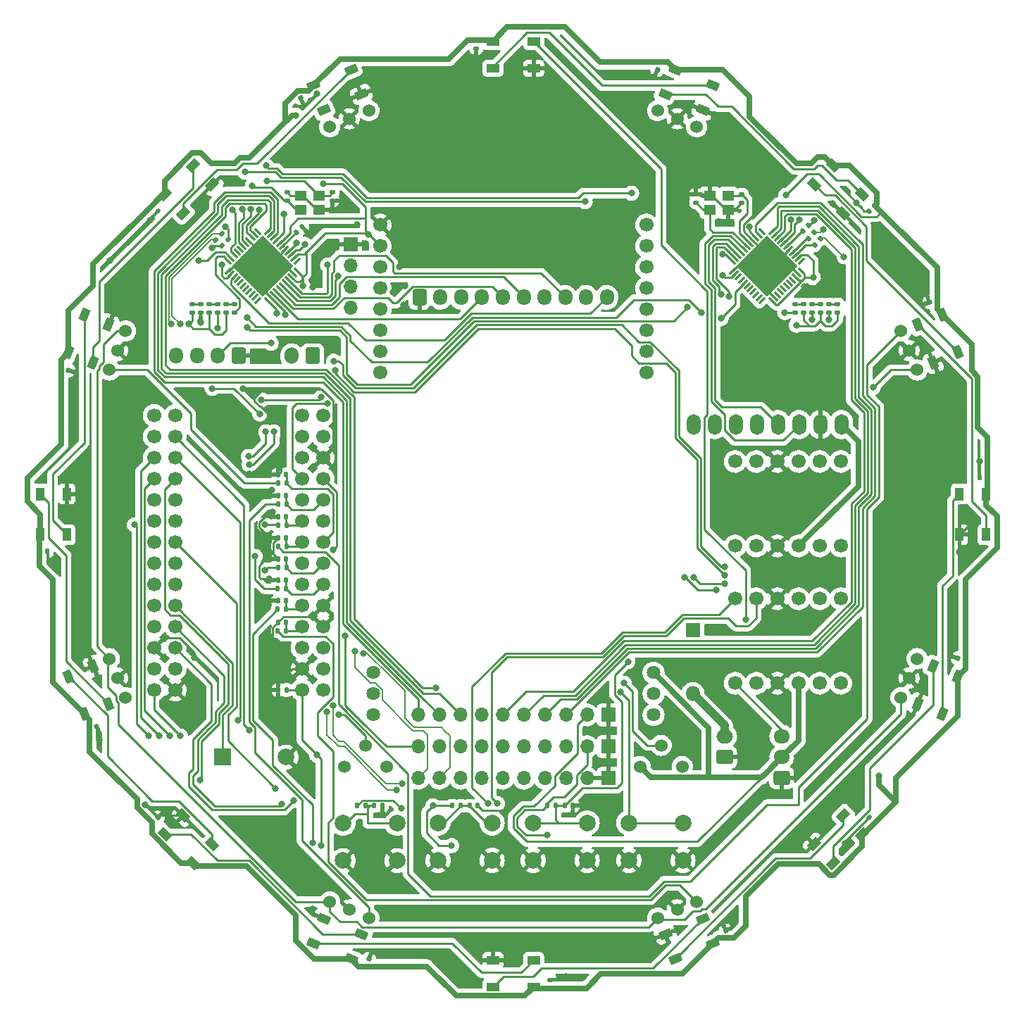
<source format=gbr>
%TF.GenerationSoftware,KiCad,Pcbnew,(6.0.5)*%
%TF.CreationDate,2022-10-16T22:52:23+09:00*%
%TF.ProjectId,main_board_Teensy,6d61696e-5f62-46f6-9172-645f5465656e,rev?*%
%TF.SameCoordinates,Original*%
%TF.FileFunction,Copper,L1,Top*%
%TF.FilePolarity,Positive*%
%FSLAX46Y46*%
G04 Gerber Fmt 4.6, Leading zero omitted, Abs format (unit mm)*
G04 Created by KiCad (PCBNEW (6.0.5)) date 2022-10-16 22:52:23*
%MOMM*%
%LPD*%
G01*
G04 APERTURE LIST*
G04 Aperture macros list*
%AMRoundRect*
0 Rectangle with rounded corners*
0 $1 Rounding radius*
0 $2 $3 $4 $5 $6 $7 $8 $9 X,Y pos of 4 corners*
0 Add a 4 corners polygon primitive as box body*
4,1,4,$2,$3,$4,$5,$6,$7,$8,$9,$2,$3,0*
0 Add four circle primitives for the rounded corners*
1,1,$1+$1,$2,$3*
1,1,$1+$1,$4,$5*
1,1,$1+$1,$6,$7*
1,1,$1+$1,$8,$9*
0 Add four rect primitives between the rounded corners*
20,1,$1+$1,$2,$3,$4,$5,0*
20,1,$1+$1,$4,$5,$6,$7,0*
20,1,$1+$1,$6,$7,$8,$9,0*
20,1,$1+$1,$8,$9,$2,$3,0*%
%AMRotRect*
0 Rectangle, with rotation*
0 The origin of the aperture is its center*
0 $1 length*
0 $2 width*
0 $3 Rotation angle, in degrees counterclockwise*
0 Add horizontal line*
21,1,$1,$2,0,0,$3*%
G04 Aperture macros list end*
%TA.AperFunction,SMDPad,CuDef*%
%ADD10RoundRect,0.135000X0.035355X-0.226274X0.226274X-0.035355X-0.035355X0.226274X-0.226274X0.035355X0*%
%TD*%
%TA.AperFunction,SMDPad,CuDef*%
%ADD11RoundRect,0.140000X-0.140000X-0.170000X0.140000X-0.170000X0.140000X0.170000X-0.140000X0.170000X0*%
%TD*%
%TA.AperFunction,SMDPad,CuDef*%
%ADD12RoundRect,0.140000X0.140000X0.170000X-0.140000X0.170000X-0.140000X-0.170000X0.140000X-0.170000X0*%
%TD*%
%TA.AperFunction,SMDPad,CuDef*%
%ADD13RoundRect,0.147500X0.172500X-0.147500X0.172500X0.147500X-0.172500X0.147500X-0.172500X-0.147500X0*%
%TD*%
%TA.AperFunction,SMDPad,CuDef*%
%ADD14RoundRect,0.135000X-0.185000X0.135000X-0.185000X-0.135000X0.185000X-0.135000X0.185000X0.135000X0*%
%TD*%
%TA.AperFunction,SMDPad,CuDef*%
%ADD15RotRect,1.500000X1.000000X315.000000*%
%TD*%
%TA.AperFunction,SMDPad,CuDef*%
%ADD16RoundRect,0.135000X-0.135000X-0.185000X0.135000X-0.185000X0.135000X0.185000X-0.135000X0.185000X0*%
%TD*%
%TA.AperFunction,SMDPad,CuDef*%
%ADD17RotRect,1.500000X1.000000X157.500000*%
%TD*%
%TA.AperFunction,SMDPad,CuDef*%
%ADD18RoundRect,0.140000X-0.021213X0.219203X-0.219203X0.021213X0.021213X-0.219203X0.219203X-0.021213X0*%
%TD*%
%TA.AperFunction,SMDPad,CuDef*%
%ADD19RotRect,1.500000X1.000000X202.500000*%
%TD*%
%TA.AperFunction,SMDPad,CuDef*%
%ADD20RoundRect,0.140000X-0.064287X-0.210635X0.194399X-0.103484X0.064287X0.210635X-0.194399X0.103484X0*%
%TD*%
%TA.AperFunction,SMDPad,CuDef*%
%ADD21RoundRect,0.140000X0.064287X0.210635X-0.194399X0.103484X-0.064287X-0.210635X0.194399X-0.103484X0*%
%TD*%
%TA.AperFunction,SMDPad,CuDef*%
%ADD22RoundRect,0.062500X0.291682X0.380070X-0.380070X-0.291682X-0.291682X-0.380070X0.380070X0.291682X0*%
%TD*%
%TA.AperFunction,SMDPad,CuDef*%
%ADD23RoundRect,0.062500X-0.291682X0.380070X-0.380070X0.291682X0.291682X-0.380070X0.380070X-0.291682X0*%
%TD*%
%TA.AperFunction,SMDPad,CuDef*%
%ADD24RotRect,5.200000X5.200000X225.000000*%
%TD*%
%TA.AperFunction,ComponentPad*%
%ADD25C,2.000000*%
%TD*%
%TA.AperFunction,SMDPad,CuDef*%
%ADD26RotRect,1.500000X1.000000X67.500000*%
%TD*%
%TA.AperFunction,SMDPad,CuDef*%
%ADD27R,1.000000X1.500000*%
%TD*%
%TA.AperFunction,SMDPad,CuDef*%
%ADD28RotRect,1.500000X1.000000X225.000000*%
%TD*%
%TA.AperFunction,SMDPad,CuDef*%
%ADD29RoundRect,0.140000X0.219203X0.021213X0.021213X0.219203X-0.219203X-0.021213X-0.021213X-0.219203X0*%
%TD*%
%TA.AperFunction,SMDPad,CuDef*%
%ADD30RoundRect,0.140000X-0.103484X0.194399X-0.210635X-0.064287X0.103484X-0.194399X0.210635X0.064287X0*%
%TD*%
%TA.AperFunction,SMDPad,CuDef*%
%ADD31R,1.400000X1.200000*%
%TD*%
%TA.AperFunction,SMDPad,CuDef*%
%ADD32RoundRect,0.140000X-0.194399X-0.103484X0.064287X-0.210635X0.194399X0.103484X-0.064287X0.210635X0*%
%TD*%
%TA.AperFunction,SMDPad,CuDef*%
%ADD33RoundRect,0.140000X-0.170000X0.140000X-0.170000X-0.140000X0.170000X-0.140000X0.170000X0.140000X0*%
%TD*%
%TA.AperFunction,SMDPad,CuDef*%
%ADD34RoundRect,0.140000X0.170000X-0.140000X0.170000X0.140000X-0.170000X0.140000X-0.170000X-0.140000X0*%
%TD*%
%TA.AperFunction,SMDPad,CuDef*%
%ADD35RoundRect,0.135000X0.135000X0.185000X-0.135000X0.185000X-0.135000X-0.185000X0.135000X-0.185000X0*%
%TD*%
%TA.AperFunction,SMDPad,CuDef*%
%ADD36RoundRect,0.140000X-0.219203X-0.021213X-0.021213X-0.219203X0.219203X0.021213X0.021213X0.219203X0*%
%TD*%
%TA.AperFunction,SMDPad,CuDef*%
%ADD37R,1.500000X1.000000*%
%TD*%
%TA.AperFunction,SMDPad,CuDef*%
%ADD38RotRect,1.500000X1.000000X22.500000*%
%TD*%
%TA.AperFunction,SMDPad,CuDef*%
%ADD39RoundRect,0.135000X0.226274X0.035355X0.035355X0.226274X-0.226274X-0.035355X-0.035355X-0.226274X0*%
%TD*%
%TA.AperFunction,SMDPad,CuDef*%
%ADD40RoundRect,0.140000X0.021213X-0.219203X0.219203X-0.021213X-0.021213X0.219203X-0.219203X0.021213X0*%
%TD*%
%TA.AperFunction,SMDPad,CuDef*%
%ADD41RotRect,1.500000X1.000000X337.500000*%
%TD*%
%TA.AperFunction,ComponentPad*%
%ADD42C,1.524000*%
%TD*%
%TA.AperFunction,SMDPad,CuDef*%
%ADD43RotRect,1.500000X1.000000X112.500000*%
%TD*%
%TA.AperFunction,SMDPad,CuDef*%
%ADD44RotRect,1.500000X1.000000X247.500000*%
%TD*%
%TA.AperFunction,SMDPad,CuDef*%
%ADD45RoundRect,0.140000X0.194399X0.103484X-0.064287X0.210635X-0.194399X-0.103484X0.064287X-0.210635X0*%
%TD*%
%TA.AperFunction,SMDPad,CuDef*%
%ADD46RotRect,1.500000X1.000000X45.000000*%
%TD*%
%TA.AperFunction,SMDPad,CuDef*%
%ADD47RoundRect,0.140000X-0.210635X0.064287X-0.103484X-0.194399X0.210635X-0.064287X0.103484X0.194399X0*%
%TD*%
%TA.AperFunction,SMDPad,CuDef*%
%ADD48RotRect,1.500000X1.000000X292.500000*%
%TD*%
%TA.AperFunction,SMDPad,CuDef*%
%ADD49RoundRect,0.140000X0.210635X-0.064287X0.103484X0.194399X-0.210635X0.064287X-0.103484X-0.194399X0*%
%TD*%
%TA.AperFunction,SMDPad,CuDef*%
%ADD50RoundRect,0.140000X0.103484X-0.194399X0.210635X0.064287X-0.103484X0.194399X-0.210635X-0.064287X0*%
%TD*%
%TA.AperFunction,SMDPad,CuDef*%
%ADD51RotRect,1.500000X1.000000X135.000000*%
%TD*%
%TA.AperFunction,ComponentPad*%
%ADD52R,1.800000X1.800000*%
%TD*%
%TA.AperFunction,ComponentPad*%
%ADD53O,1.800000X1.800000*%
%TD*%
%TA.AperFunction,ComponentPad*%
%ADD54R,2.000000X2.000000*%
%TD*%
%TA.AperFunction,ComponentPad*%
%ADD55R,1.700000X1.700000*%
%TD*%
%TA.AperFunction,ComponentPad*%
%ADD56O,1.700000X1.700000*%
%TD*%
%TA.AperFunction,ComponentPad*%
%ADD57C,1.635000*%
%TD*%
%TA.AperFunction,ComponentPad*%
%ADD58C,1.700000*%
%TD*%
%TA.AperFunction,ComponentPad*%
%ADD59RoundRect,0.250000X0.600000X0.725000X-0.600000X0.725000X-0.600000X-0.725000X0.600000X-0.725000X0*%
%TD*%
%TA.AperFunction,ComponentPad*%
%ADD60O,1.700000X1.950000*%
%TD*%
%TA.AperFunction,ComponentPad*%
%ADD61RoundRect,0.250000X0.600000X0.750000X-0.600000X0.750000X-0.600000X-0.750000X0.600000X-0.750000X0*%
%TD*%
%TA.AperFunction,ComponentPad*%
%ADD62O,1.700000X2.000000*%
%TD*%
%TA.AperFunction,ComponentPad*%
%ADD63RoundRect,0.250000X0.725000X-0.600000X0.725000X0.600000X-0.725000X0.600000X-0.725000X-0.600000X0*%
%TD*%
%TA.AperFunction,ComponentPad*%
%ADD64O,1.950000X1.700000*%
%TD*%
%TA.AperFunction,ComponentPad*%
%ADD65RoundRect,0.250000X0.750000X-0.600000X0.750000X0.600000X-0.750000X0.600000X-0.750000X-0.600000X0*%
%TD*%
%TA.AperFunction,ComponentPad*%
%ADD66O,2.000000X1.700000*%
%TD*%
%TA.AperFunction,ComponentPad*%
%ADD67RoundRect,0.250000X-0.600000X-0.725000X0.600000X-0.725000X0.600000X0.725000X-0.600000X0.725000X0*%
%TD*%
%TA.AperFunction,ComponentPad*%
%ADD68O,1.700000X2.500000*%
%TD*%
%TA.AperFunction,ViaPad*%
%ADD69C,0.800000*%
%TD*%
%TA.AperFunction,Conductor*%
%ADD70C,0.250000*%
%TD*%
%TA.AperFunction,Conductor*%
%ADD71C,0.700000*%
%TD*%
%TA.AperFunction,Conductor*%
%ADD72C,1.000000*%
%TD*%
%TA.AperFunction,Conductor*%
%ADD73C,0.200000*%
%TD*%
G04 APERTURE END LIST*
D10*
%TO.P,R3,1*%
%TO.N,Net-(R3-Pad1)*%
X193695376Y-69194624D03*
%TO.P,R3,2*%
%TO.N,Gyro D-*%
X194416624Y-68473376D03*
%TD*%
D11*
%TO.P,C26,1*%
%TO.N,GND*%
X129212400Y-106984800D03*
%TO.P,C26,2*%
%TO.N,IR6*%
X130172400Y-106984800D03*
%TD*%
D12*
%TO.P,C13,1*%
%TO.N,GND*%
X101444000Y-106046000D03*
%TO.P,C13,2*%
%TO.N,+5V*%
X100484000Y-106046000D03*
%TD*%
D13*
%TO.P,D15,1,K*%
%TO.N,TX1LED*%
X191389000Y-77320000D03*
%TO.P,D15,2,A*%
%TO.N,Net-(D15-Pad2)*%
X191389000Y-76350000D03*
%TD*%
D12*
%TO.P,C32,1*%
%TO.N,IR2*%
X130172400Y-104444800D03*
%TO.P,C32,2*%
%TO.N,GND*%
X129212400Y-104444800D03*
%TD*%
D14*
%TO.P,R9,1*%
%TO.N,Net-(D18-Pad2)*%
X122936000Y-76325000D03*
%TO.P,R9,2*%
%TO.N,Net-(R4-Pad2)*%
X122936000Y-77345000D03*
%TD*%
D15*
%TO.P,D7,1,VDD*%
%TO.N,+5V*%
X195943780Y-59672397D03*
%TO.P,D7,2,DOUT*%
%TO.N,Net-(D10-Pad4)*%
X193681039Y-61935138D03*
%TO.P,D7,3,VSS*%
%TO.N,GND*%
X197145862Y-65399961D03*
%TO.P,D7,4,DIN*%
%TO.N,Net-(D4-Pad2)*%
X199408603Y-63137220D03*
%TD*%
D16*
%TO.P,R1,1*%
%TO.N,+3V3*%
X161590800Y-136652000D03*
%TO.P,R1,2*%
%TO.N,Gyro Reset*%
X162610800Y-136652000D03*
%TD*%
%TO.P,R14,1*%
%TO.N,Net-(R14-Pad1)*%
X129182400Y-100380800D03*
%TO.P,R14,2*%
%TO.N,IR5*%
X130202400Y-100380800D03*
%TD*%
D12*
%TO.P,C33,1*%
%TO.N,IR3*%
X130149000Y-112014000D03*
%TO.P,C33,2*%
%TO.N,GND*%
X129189000Y-112014000D03*
%TD*%
D17*
%TO.P,D20,1,VDD*%
%TO.N,+5V*%
X137990247Y-155055583D03*
%TO.P,D20,2,DOUT*%
%TO.N,Net-(D20-Pad2)*%
X139214834Y-152099168D03*
%TO.P,D20,3,VSS*%
%TO.N,GND*%
X134687825Y-150224019D03*
%TO.P,D20,4,DIN*%
%TO.N,Net-(D11-Pad2)*%
X133463238Y-153180434D03*
%TD*%
D11*
%TO.P,C29,1*%
%TO.N,SW2*%
X152224800Y-136652000D03*
%TO.P,C29,2*%
%TO.N,GND*%
X153184800Y-136652000D03*
%TD*%
D18*
%TO.P,C6,1*%
%TO.N,GND*%
X114713475Y-138081346D03*
%TO.P,C6,2*%
%TO.N,+5V*%
X114034653Y-138760168D03*
%TD*%
D19*
%TO.P,D8,1,VDD*%
%TO.N,+5V*%
X181496762Y-153180434D03*
%TO.P,D8,2,DOUT*%
%TO.N,Net-(D11-Pad4)*%
X180272175Y-150224019D03*
%TO.P,D8,3,VSS*%
%TO.N,GND*%
X175745166Y-152099168D03*
%TO.P,D8,4,DIN*%
%TO.N,Net-(D5-Pad2)*%
X176969753Y-155055583D03*
%TD*%
D20*
%TO.P,C14,1*%
%TO.N,GND*%
X207549486Y-76050307D03*
%TO.P,C14,2*%
%TO.N,+5V*%
X208436410Y-75682931D03*
%TD*%
D21*
%TO.P,C10,1*%
%TO.N,GND*%
X107410515Y-127151693D03*
%TO.P,C10,2*%
%TO.N,+5V*%
X106523591Y-127519069D03*
%TD*%
D22*
%TO.P,U2,1,PE6*%
%TO.N,unconnected-(U2-Pad1)*%
X192087736Y-71177798D03*
%TO.P,U2,2,UVCC*%
%TO.N,+5V*%
X191734182Y-70824245D03*
%TO.P,U2,3,D-*%
%TO.N,Net-(R3-Pad1)*%
X191380629Y-70470691D03*
%TO.P,U2,4,D+*%
%TO.N,Net-(R2-Pad1)*%
X191027076Y-70117138D03*
%TO.P,U2,5,UGND*%
%TO.N,GND*%
X190673522Y-69763585D03*
%TO.P,U2,6,UCAP*%
%TO.N,Net-(C7-Pad1)*%
X190319969Y-69410031D03*
%TO.P,U2,7,VBUS*%
%TO.N,+5V*%
X189966415Y-69056478D03*
%TO.P,U2,8,PB0*%
%TO.N,RX1LED*%
X189612862Y-68702924D03*
%TO.P,U2,9,PB1*%
%TO.N,SCK 1*%
X189259309Y-68349371D03*
%TO.P,U2,10,PB2*%
%TO.N,MOSI 1*%
X188905755Y-67995818D03*
%TO.P,U2,11,PB3*%
%TO.N,MISO 1*%
X188552202Y-67642264D03*
D23*
%TO.P,U2,12,PB7*%
%TO.N,unconnected-(U2-Pad12)*%
X187367798Y-67642264D03*
%TO.P,U2,13,~{RESET}*%
%TO.N,Reset 1*%
X187014245Y-67995818D03*
%TO.P,U2,14,VCC*%
%TO.N,+5V*%
X186660691Y-68349371D03*
%TO.P,U2,15,GND*%
%TO.N,GND*%
X186307138Y-68702924D03*
%TO.P,U2,16,XTAL2*%
%TO.N,Net-(C2-Pad1)*%
X185953585Y-69056478D03*
%TO.P,U2,17,XTAL1*%
%TO.N,Net-(C1-Pad1)*%
X185600031Y-69410031D03*
%TO.P,U2,18,PD0*%
%TO.N,Net-(U2-Pad18)*%
X185246478Y-69763585D03*
%TO.P,U2,19,PD1*%
%TO.N,Net-(U2-Pad19)*%
X184892924Y-70117138D03*
%TO.P,U2,20,PD2*%
%TO.N,TX2 HV*%
X184539371Y-70470691D03*
%TO.P,U2,21,PD3*%
%TO.N,RX2 HV*%
X184185818Y-70824245D03*
%TO.P,U2,22,PD5*%
%TO.N,TX1LED*%
X183832264Y-71177798D03*
D22*
%TO.P,U2,23,GND*%
%TO.N,GND*%
X183832264Y-72362202D03*
%TO.P,U2,24,AVCC*%
%TO.N,+5V*%
X184185818Y-72715755D03*
%TO.P,U2,25,PD4*%
%TO.N,unconnected-(U2-Pad25)*%
X184539371Y-73069309D03*
%TO.P,U2,26,PD6*%
%TO.N,unconnected-(U2-Pad26)*%
X184892924Y-73422862D03*
%TO.P,U2,27,PD7*%
%TO.N,Gyro Reset*%
X185246478Y-73776415D03*
%TO.P,U2,28,PB4*%
%TO.N,unconnected-(U2-Pad28)*%
X185600031Y-74129969D03*
%TO.P,U2,29,PB5*%
%TO.N,unconnected-(U2-Pad29)*%
X185953585Y-74483522D03*
%TO.P,U2,30,PB6*%
%TO.N,unconnected-(U2-Pad30)*%
X186307138Y-74837076D03*
%TO.P,U2,31,PC6*%
%TO.N,unconnected-(U2-Pad31)*%
X186660691Y-75190629D03*
%TO.P,U2,32,PC7*%
%TO.N,unconnected-(U2-Pad32)*%
X187014245Y-75544182D03*
%TO.P,U2,33,~{HWB}/PE2*%
%TO.N,unconnected-(U2-Pad33)*%
X187367798Y-75897736D03*
D23*
%TO.P,U2,34,VCC*%
%TO.N,+5V*%
X188552202Y-75897736D03*
%TO.P,U2,35,GND*%
%TO.N,GND*%
X188905755Y-75544182D03*
%TO.P,U2,36,PF7*%
%TO.N,unconnected-(U2-Pad36)*%
X189259309Y-75190629D03*
%TO.P,U2,37,PF6*%
%TO.N,unconnected-(U2-Pad37)*%
X189612862Y-74837076D03*
%TO.P,U2,38,PF5*%
%TO.N,unconnected-(U2-Pad38)*%
X189966415Y-74483522D03*
%TO.P,U2,39,PF4*%
%TO.N,unconnected-(U2-Pad39)*%
X190319969Y-74129969D03*
%TO.P,U2,40,PF1*%
%TO.N,unconnected-(U2-Pad40)*%
X190673522Y-73776415D03*
%TO.P,U2,41,PF0*%
%TO.N,unconnected-(U2-Pad41)*%
X191027076Y-73422862D03*
%TO.P,U2,42,AREF*%
%TO.N,+5V*%
X191380629Y-73069309D03*
%TO.P,U2,43,GND*%
%TO.N,GND*%
X191734182Y-72715755D03*
%TO.P,U2,44,AVCC*%
%TO.N,+5V*%
X192087736Y-72362202D03*
D24*
%TO.P,U2,45,GND*%
%TO.N,GND*%
X187960000Y-71770000D03*
%TD*%
D11*
%TO.P,C3,1*%
%TO.N,Gyro Reset*%
X163680800Y-136652000D03*
%TO.P,C3,2*%
%TO.N,GND*%
X164640800Y-136652000D03*
%TD*%
D25*
%TO.P,programmable switch,1*%
%TO.N,GND*%
X137010000Y-143256000D03*
X143510000Y-143256000D03*
%TO.P,programmable switch,2*%
%TO.N,SW1*%
X143510000Y-138756000D03*
X137010000Y-138756000D03*
%TD*%
D26*
%TO.P,D12,1,VDD*%
%TO.N,+5V*%
X104024493Y-82110865D03*
%TO.P,D12,2,DOUT*%
%TO.N,Net-(D12-Pad2)*%
X106980908Y-83335452D03*
%TO.P,D12,3,VSS*%
%TO.N,GND*%
X108856057Y-78808443D03*
%TO.P,D12,4,DIN*%
%TO.N,Net-(D12-Pad4)*%
X105899642Y-77583856D03*
%TD*%
D14*
%TO.P,R4,1*%
%TO.N,Net-(D13-Pad2)*%
X196469000Y-76323000D03*
%TO.P,R4,2*%
%TO.N,Net-(R4-Pad2)*%
X196469000Y-77343000D03*
%TD*%
D27*
%TO.P,D19,1,VDD*%
%TO.N,+5V*%
X214326000Y-99151000D03*
%TO.P,D19,2,DOUT*%
%TO.N,Net-(D19-Pad2)*%
X211126000Y-99151000D03*
%TO.P,D19,3,VSS*%
%TO.N,GND*%
X211126000Y-104051000D03*
%TO.P,D19,4,DIN*%
%TO.N,Net-(D10-Pad2)*%
X214326000Y-104051000D03*
%TD*%
D28*
%TO.P,D5,1,VDD*%
%TO.N,+5V*%
X199408603Y-140064780D03*
%TO.P,D5,2,DOUT*%
%TO.N,Net-(D5-Pad2)*%
X197145862Y-137802039D03*
%TO.P,D5,3,VSS*%
%TO.N,GND*%
X193681039Y-141266862D03*
%TO.P,D5,4,DIN*%
%TO.N,Net-(D2-Pad2)*%
X195943780Y-143529603D03*
%TD*%
D29*
%TO.P,C21,1*%
%TO.N,GND*%
X114713475Y-65120654D03*
%TO.P,C21,2*%
%TO.N,+5V*%
X114034653Y-64441832D03*
%TD*%
D30*
%TO.P,C20,1*%
%TO.N,GND*%
X140142596Y-155072542D03*
%TO.P,C20,2*%
%TO.N,+5V*%
X139775220Y-155959466D03*
%TD*%
D16*
%TO.P,R19,1*%
%TO.N,+3V3*%
X138702800Y-136652000D03*
%TO.P,R19,2*%
%TO.N,SW1*%
X139722800Y-136652000D03*
%TD*%
D31*
%TO.P,Y2,1,1*%
%TO.N,Net-(C17-Pad1)*%
X131920761Y-64985000D03*
%TO.P,Y2,2,2*%
%TO.N,GND*%
X134120761Y-64985000D03*
%TO.P,Y2,3,3*%
%TO.N,Net-(C18-Pad1)*%
X134120761Y-63285000D03*
%TO.P,Y2,4,4*%
%TO.N,GND*%
X131920761Y-63285000D03*
%TD*%
D32*
%TO.P,C5,1*%
%TO.N,GND*%
X210951542Y-118938404D03*
%TO.P,C5,2*%
%TO.N,+5V*%
X211838466Y-119305780D03*
%TD*%
D13*
%TO.P,D13,1,K*%
%TO.N,GND*%
X195453000Y-77320000D03*
%TO.P,D13,2,A*%
%TO.N,Net-(D13-Pad2)*%
X195453000Y-76350000D03*
%TD*%
%TO.P,D18,1,K*%
%TO.N,TX2LED*%
X123952000Y-77320000D03*
%TO.P,D18,2,A*%
%TO.N,Net-(D18-Pad2)*%
X123952000Y-76350000D03*
%TD*%
D33*
%TO.P,C18,1*%
%TO.N,Net-(C18-Pad1)*%
X135763000Y-62893000D03*
%TO.P,C18,2*%
%TO.N,GND*%
X135763000Y-63853000D03*
%TD*%
D34*
%TO.P,C4,1*%
%TO.N,GND*%
X153035000Y-45565000D03*
%TO.P,C4,2*%
%TO.N,+5V*%
X153035000Y-44605000D03*
%TD*%
D25*
%TO.P,Cam Reset,1*%
%TO.N,GND*%
X171375000Y-143220000D03*
X177875000Y-143220000D03*
%TO.P,Cam Reset,2*%
%TO.N,Net-(U6-Pad8)*%
X177875000Y-138720000D03*
X171375000Y-138720000D03*
%TD*%
D35*
%TO.P,R23,1*%
%TO.N,IR4*%
X130177000Y-115620800D03*
%TO.P,R23,2*%
%TO.N,Net-(R23-Pad2)*%
X129157000Y-115620800D03*
%TD*%
D22*
%TO.P,U5,1,PE6*%
%TO.N,unconnected-(U5-Pad1)*%
X131478497Y-71147798D03*
%TO.P,U5,2,UVCC*%
%TO.N,+5V*%
X131124943Y-70794245D03*
%TO.P,U5,3,D-*%
%TO.N,Net-(R11-Pad1)*%
X130771390Y-70440691D03*
%TO.P,U5,4,D+*%
%TO.N,Net-(R10-Pad1)*%
X130417837Y-70087138D03*
%TO.P,U5,5,UGND*%
%TO.N,GND*%
X130064283Y-69733585D03*
%TO.P,U5,6,UCAP*%
%TO.N,Net-(C22-Pad1)*%
X129710730Y-69380031D03*
%TO.P,U5,7,VBUS*%
%TO.N,+5V*%
X129357176Y-69026478D03*
%TO.P,U5,8,PB0*%
%TO.N,RX2LED*%
X129003623Y-68672924D03*
%TO.P,U5,9,PB1*%
%TO.N,SCK 2*%
X128650070Y-68319371D03*
%TO.P,U5,10,PB2*%
%TO.N,MOSI 2*%
X128296516Y-67965818D03*
%TO.P,U5,11,PB3*%
%TO.N,MISO 2*%
X127942963Y-67612264D03*
D23*
%TO.P,U5,12,PB7*%
%TO.N,unconnected-(U5-Pad12)*%
X126758559Y-67612264D03*
%TO.P,U5,13,~{RESET}*%
%TO.N,Reset 2*%
X126405006Y-67965818D03*
%TO.P,U5,14,VCC*%
%TO.N,+5V*%
X126051452Y-68319371D03*
%TO.P,U5,15,GND*%
%TO.N,GND*%
X125697899Y-68672924D03*
%TO.P,U5,16,XTAL2*%
%TO.N,Net-(C18-Pad1)*%
X125344346Y-69026478D03*
%TO.P,U5,17,XTAL1*%
%TO.N,Net-(C17-Pad1)*%
X124990792Y-69380031D03*
%TO.P,U5,18,PD0*%
%TO.N,unconnected-(U5-Pad18)*%
X124637239Y-69733585D03*
%TO.P,U5,19,PD1*%
%TO.N,unconnected-(U5-Pad19)*%
X124283685Y-70087138D03*
%TO.P,U5,20,PD2*%
%TO.N,TX3 HV*%
X123930132Y-70440691D03*
%TO.P,U5,21,PD3*%
%TO.N,RX3 HV*%
X123576579Y-70794245D03*
%TO.P,U5,22,PD5*%
%TO.N,TX2LED*%
X123223025Y-71147798D03*
D22*
%TO.P,U5,23,GND*%
%TO.N,GND*%
X123223025Y-72332202D03*
%TO.P,U5,24,AVCC*%
%TO.N,+5V*%
X123576579Y-72685755D03*
%TO.P,U5,25,PD4*%
%TO.N,line Data 7*%
X123930132Y-73039309D03*
%TO.P,U5,26,PD6*%
%TO.N,unconnected-(U5-Pad26)*%
X124283685Y-73392862D03*
%TO.P,U5,27,PD7*%
%TO.N,unconnected-(U5-Pad27)*%
X124637239Y-73746415D03*
%TO.P,U5,28,PB4*%
%TO.N,unconnected-(U5-Pad28)*%
X124990792Y-74099969D03*
%TO.P,U5,29,PB5*%
%TO.N,unconnected-(U5-Pad29)*%
X125344346Y-74453522D03*
%TO.P,U5,30,PB6*%
%TO.N,unconnected-(U5-Pad30)*%
X125697899Y-74807076D03*
%TO.P,U5,31,PC6*%
%TO.N,unconnected-(U5-Pad31)*%
X126051452Y-75160629D03*
%TO.P,U5,32,PC7*%
%TO.N,unconnected-(U5-Pad32)*%
X126405006Y-75514182D03*
%TO.P,U5,33,~{HWB}/PE2*%
%TO.N,unconnected-(U5-Pad33)*%
X126758559Y-75867736D03*
D23*
%TO.P,U5,34,VCC*%
%TO.N,+5V*%
X127942963Y-75867736D03*
%TO.P,U5,35,GND*%
%TO.N,GND*%
X128296516Y-75514182D03*
%TO.P,U5,36,PF7*%
%TO.N,line Data 1*%
X128650070Y-75160629D03*
%TO.P,U5,37,PF6*%
%TO.N,line Data 2*%
X129003623Y-74807076D03*
%TO.P,U5,38,PF5*%
%TO.N,line Data 3*%
X129357176Y-74453522D03*
%TO.P,U5,39,PF4*%
%TO.N,line Data 4*%
X129710730Y-74099969D03*
%TO.P,U5,40,PF1*%
%TO.N,line Data 5*%
X130064283Y-73746415D03*
%TO.P,U5,41,PF0*%
%TO.N,line Data 6*%
X130417837Y-73392862D03*
%TO.P,U5,42,AREF*%
%TO.N,+5V*%
X130771390Y-73039309D03*
%TO.P,U5,43,GND*%
%TO.N,GND*%
X131124943Y-72685755D03*
%TO.P,U5,44,AVCC*%
%TO.N,+5V*%
X131478497Y-72332202D03*
D24*
%TO.P,U5,45,GND*%
%TO.N,GND*%
X127350761Y-71740000D03*
%TD*%
D27*
%TO.P,D9,1,VDD*%
%TO.N,+5V*%
X100635000Y-104051000D03*
%TO.P,D9,2,DOUT*%
%TO.N,Net-(D12-Pad4)*%
X103835000Y-104051000D03*
%TO.P,D9,3,VSS*%
%TO.N,GND*%
X103835000Y-99151000D03*
%TO.P,D9,4,DIN*%
%TO.N,Net-(D6-Pad2)*%
X100635000Y-99151000D03*
%TD*%
D12*
%TO.P,C24,1*%
%TO.N,+5V*%
X130200400Y-122732800D03*
%TO.P,C24,2*%
%TO.N,GND*%
X129240400Y-122732800D03*
%TD*%
%TO.P,C34,1*%
%TO.N,IR4*%
X130147000Y-114604800D03*
%TO.P,C34,2*%
%TO.N,GND*%
X129187000Y-114604800D03*
%TD*%
D36*
%TO.P,C9,1*%
%TO.N,GND*%
X200246525Y-138081346D03*
%TO.P,C9,2*%
%TO.N,+5V*%
X200925347Y-138760168D03*
%TD*%
D11*
%TO.P,C28,1*%
%TO.N,GND*%
X129189000Y-109524800D03*
%TO.P,C28,2*%
%TO.N,IR8*%
X130149000Y-109524800D03*
%TD*%
D37*
%TO.P,D11,1,VDD*%
%TO.N,+5V*%
X159930000Y-158445000D03*
%TO.P,D11,2,DOUT*%
%TO.N,Net-(D11-Pad2)*%
X159930000Y-155245000D03*
%TO.P,D11,3,VSS*%
%TO.N,GND*%
X155030000Y-155245000D03*
%TO.P,D11,4,DIN*%
%TO.N,Net-(D11-Pad4)*%
X155030000Y-158445000D03*
%TD*%
D33*
%TO.P,C15,1*%
%TO.N,GND*%
X161925000Y-157637000D03*
%TO.P,C15,2*%
%TO.N,+5V*%
X161925000Y-158597000D03*
%TD*%
D10*
%TO.P,R2,1*%
%TO.N,Net-(R2-Pad1)*%
X192933376Y-68432624D03*
%TO.P,R2,2*%
%TO.N,Gyro D+*%
X193654624Y-67711376D03*
%TD*%
D38*
%TO.P,D22,1,VDD*%
%TO.N,+5V*%
X133462473Y-50019718D03*
%TO.P,D22,2,DOUT*%
%TO.N,unconnected-(D22-Pad2)*%
X134687060Y-52976133D03*
%TO.P,D22,3,VSS*%
%TO.N,GND*%
X139214069Y-51100984D03*
%TO.P,D22,4,DIN*%
%TO.N,Net-(D21-Pad2)*%
X137989482Y-48144569D03*
%TD*%
D16*
%TO.P,R18,1*%
%TO.N,+3V3*%
X150162800Y-136652000D03*
%TO.P,R18,2*%
%TO.N,SW2*%
X151182800Y-136652000D03*
%TD*%
D39*
%TO.P,R10,1*%
%TO.N,Net-(R10-Pad1)*%
X123190000Y-68580000D03*
%TO.P,R10,2*%
%TO.N,Line D+*%
X122468752Y-67858752D03*
%TD*%
D31*
%TO.P,Y1,1,1*%
%TO.N,Net-(C1-Pad1)*%
X181100000Y-64985000D03*
%TO.P,Y1,2,2*%
%TO.N,GND*%
X183300000Y-64985000D03*
%TO.P,Y1,3,3*%
%TO.N,Net-(C2-Pad1)*%
X183300000Y-63285000D03*
%TO.P,Y1,4,4*%
%TO.N,GND*%
X181100000Y-63285000D03*
%TD*%
D34*
%TO.P,C17,1*%
%TO.N,Net-(C17-Pad1)*%
X130302000Y-63853000D03*
%TO.P,C17,2*%
%TO.N,GND*%
X130302000Y-62893000D03*
%TD*%
D13*
%TO.P,D16,1,K*%
%TO.N,GND*%
X119888000Y-77320000D03*
%TO.P,D16,2,A*%
%TO.N,Net-(D16-Pad2)*%
X119888000Y-76350000D03*
%TD*%
D35*
%TO.P,R20,1*%
%TO.N,IR1*%
X130202400Y-102920800D03*
%TO.P,R20,2*%
%TO.N,Net-(R20-Pad2)*%
X129182400Y-102920800D03*
%TD*%
D16*
%TO.P,R17,1*%
%TO.N,Net-(R17-Pad1)*%
X129157000Y-110540800D03*
%TO.P,R17,2*%
%TO.N,IR8*%
X130177000Y-110540800D03*
%TD*%
D33*
%TO.P,C2,1*%
%TO.N,Net-(C2-Pad1)*%
X184962800Y-63147000D03*
%TO.P,C2,2*%
%TO.N,GND*%
X184962800Y-64107000D03*
%TD*%
D40*
%TO.P,C7,1*%
%TO.N,Net-(C7-Pad1)*%
X192319589Y-67522411D03*
%TO.P,C7,2*%
%TO.N,GND*%
X192998411Y-66843589D03*
%TD*%
D12*
%TO.P,C31,1*%
%TO.N,IR1*%
X130172400Y-101904800D03*
%TO.P,C31,2*%
%TO.N,GND*%
X129212400Y-101904800D03*
%TD*%
D39*
%TO.P,R11,1*%
%TO.N,Net-(R11-Pad1)*%
X122428000Y-69342000D03*
%TO.P,R11,2*%
%TO.N,Line D-*%
X121706752Y-68620752D03*
%TD*%
D41*
%TO.P,D4,1,VDD*%
%TO.N,+5V*%
X176970518Y-48144569D03*
%TO.P,D4,2,DOUT*%
%TO.N,Net-(D4-Pad2)*%
X175745931Y-51100984D03*
%TO.P,D4,3,VSS*%
%TO.N,GND*%
X180272940Y-52976133D03*
%TO.P,D4,4,DIN*%
%TO.N,Net-(D1-Pad2)*%
X181497527Y-50019718D03*
%TD*%
D16*
%TO.P,R15,1*%
%TO.N,Net-(R15-Pad1)*%
X129182400Y-108000800D03*
%TO.P,R15,2*%
%TO.N,IR6*%
X130202400Y-108000800D03*
%TD*%
D14*
%TO.P,R7,1*%
%TO.N,Net-(D16-Pad2)*%
X118872000Y-76325000D03*
%TO.P,R7,2*%
%TO.N,Net-(R4-Pad2)*%
X118872000Y-77345000D03*
%TD*%
D11*
%TO.P,C19,1*%
%TO.N,GND*%
X213516000Y-97156000D03*
%TO.P,C19,2*%
%TO.N,+5V*%
X214476000Y-97156000D03*
%TD*%
D42*
%TO.P,R12,1*%
%TO.N,+5V*%
X172720000Y-131921000D03*
%TO.P,R12,2*%
%TO.N,Net-(J2-Pad3)*%
X175260000Y-129381000D03*
%TO.P,R12,3*%
%TO.N,N/C*%
X177800000Y-131921000D03*
%TD*%
D14*
%TO.P,R6,1*%
%TO.N,Net-(D15-Pad2)*%
X192405000Y-76323000D03*
%TO.P,R6,2*%
%TO.N,Net-(R4-Pad2)*%
X192405000Y-77343000D03*
%TD*%
D35*
%TO.P,R21,1*%
%TO.N,IR2*%
X130202400Y-105460800D03*
%TO.P,R21,2*%
%TO.N,Net-(R21-Pad2)*%
X129182400Y-105460800D03*
%TD*%
D14*
%TO.P,R5,1*%
%TO.N,Net-(D14-Pad2)*%
X194437000Y-76325000D03*
%TO.P,R5,2*%
%TO.N,Net-(R4-Pad2)*%
X194437000Y-77345000D03*
%TD*%
D43*
%TO.P,D6,1,VDD*%
%TO.N,+5V*%
X105899642Y-125618144D03*
%TO.P,D6,2,DOUT*%
%TO.N,Net-(D6-Pad2)*%
X108856057Y-124393557D03*
%TO.P,D6,3,VSS*%
%TO.N,GND*%
X106980908Y-119866548D03*
%TO.P,D6,4,DIN*%
%TO.N,Net-(D3-Pad2)*%
X104024493Y-121091135D03*
%TD*%
D35*
%TO.P,R22,1*%
%TO.N,IR3*%
X130179000Y-113030000D03*
%TO.P,R22,2*%
%TO.N,Net-(R22-Pad2)*%
X129159000Y-113030000D03*
%TD*%
D13*
%TO.P,D14,1,K*%
%TO.N,RX1LED*%
X193421000Y-77320000D03*
%TO.P,D14,2,A*%
%TO.N,Net-(D14-Pad2)*%
X193421000Y-76350000D03*
%TD*%
D44*
%TO.P,D2,1,VDD*%
%TO.N,+5V*%
X210936431Y-121091518D03*
%TO.P,D2,2,DOUT*%
%TO.N,Net-(D2-Pad2)*%
X207980016Y-119866931D03*
%TO.P,D2,3,VSS*%
%TO.N,GND*%
X206104867Y-124393940D03*
%TO.P,D2,4,DIN*%
%TO.N,Net-(D19-Pad2)*%
X209061282Y-125618527D03*
%TD*%
D45*
%TO.P,C16,1*%
%TO.N,GND*%
X104008458Y-84263596D03*
%TO.P,C16,2*%
%TO.N,+5V*%
X103121534Y-83896220D03*
%TD*%
D46*
%TO.P,D21,1,VDD*%
%TO.N,+5V*%
X115551397Y-63137220D03*
%TO.P,D21,2,DOUT*%
%TO.N,Net-(D21-Pad2)*%
X117814138Y-65399961D03*
%TO.P,D21,3,VSS*%
%TO.N,GND*%
X121278961Y-61935138D03*
%TO.P,D21,4,DIN*%
%TO.N,Net-(D12-Pad2)*%
X119016220Y-59672397D03*
%TD*%
D34*
%TO.P,C1,1*%
%TO.N,Net-(C1-Pad1)*%
X179451000Y-64107000D03*
%TO.P,C1,2*%
%TO.N,GND*%
X179451000Y-63147000D03*
%TD*%
D42*
%TO.P,R13,1*%
%TO.N,+5V*%
X137160000Y-131921000D03*
%TO.P,R13,2*%
%TO.N,Net-(J8-Pad3)*%
X139700000Y-129381000D03*
%TO.P,R13,3*%
%TO.N,N/C*%
X142240000Y-131921000D03*
%TD*%
D25*
%TO.P,Gyro Reset,1*%
%TO.N,GND*%
X166370000Y-143220000D03*
X159870000Y-143220000D03*
%TO.P,Gyro Reset,2*%
%TO.N,Gyro Reset*%
X159870000Y-138720000D03*
X166370000Y-138720000D03*
%TD*%
D11*
%TO.P,C30,1*%
%TO.N,SW1*%
X140766800Y-136652000D03*
%TO.P,C30,2*%
%TO.N,GND*%
X141726800Y-136652000D03*
%TD*%
%TO.P,C25,1*%
%TO.N,GND*%
X129212400Y-99364800D03*
%TO.P,C25,2*%
%TO.N,IR5*%
X130172400Y-99364800D03*
%TD*%
%TO.P,C27,1*%
%TO.N,GND*%
X129212400Y-96824800D03*
%TO.P,C27,2*%
%TO.N,IR7*%
X130172400Y-96824800D03*
%TD*%
D25*
%TO.P,SW10,1*%
%TO.N,GND*%
X154940000Y-143220000D03*
X148440000Y-143220000D03*
%TO.P,SW10,2*%
%TO.N,SW2*%
X148440000Y-138720000D03*
X154940000Y-138720000D03*
%TD*%
D37*
%TO.P,D1,1,VDD*%
%TO.N,+5V*%
X155030000Y-44755000D03*
%TO.P,D1,2,DOUT*%
%TO.N,Net-(D1-Pad2)*%
X155030000Y-47955000D03*
%TO.P,D1,3,VSS*%
%TO.N,GND*%
X159930000Y-47955000D03*
%TO.P,D1,4,DIN*%
%TO.N,NEO PIXEL*%
X159930000Y-44755000D03*
%TD*%
D47*
%TO.P,C12,1*%
%TO.N,GND*%
X183030693Y-151670485D03*
%TO.P,C12,2*%
%TO.N,+5V*%
X183398069Y-152557409D03*
%TD*%
D40*
%TO.P,C11,1*%
%TO.N,GND*%
X200246525Y-65120654D03*
%TO.P,C11,2*%
%TO.N,+5V*%
X200925347Y-64441832D03*
%TD*%
D16*
%TO.P,R16,1*%
%TO.N,Net-(R16-Pad1)*%
X129182400Y-97840800D03*
%TO.P,R16,2*%
%TO.N,IR7*%
X130202400Y-97840800D03*
%TD*%
D48*
%TO.P,D10,1,VDD*%
%TO.N,+5V*%
X209061282Y-77583473D03*
%TO.P,D10,2,DOUT*%
%TO.N,Net-(D10-Pad2)*%
X206104867Y-78808060D03*
%TO.P,D10,3,VSS*%
%TO.N,GND*%
X207980016Y-83335069D03*
%TO.P,D10,4,DIN*%
%TO.N,Net-(D10-Pad4)*%
X210936431Y-82110482D03*
%TD*%
D49*
%TO.P,C23,1*%
%TO.N,GND*%
X131929307Y-51531515D03*
%TO.P,C23,2*%
%TO.N,+5V*%
X131561931Y-50644591D03*
%TD*%
D40*
%TO.P,C22,1*%
%TO.N,Net-(C22-Pad1)*%
X131401178Y-67734822D03*
%TO.P,C22,2*%
%TO.N,GND*%
X132080000Y-67056000D03*
%TD*%
D13*
%TO.P,D17,1,K*%
%TO.N,RX2LED*%
X121920000Y-77320000D03*
%TO.P,D17,2,A*%
%TO.N,Net-(D17-Pad2)*%
X121920000Y-76350000D03*
%TD*%
D50*
%TO.P,C8,1*%
%TO.N,GND*%
X174817404Y-48129458D03*
%TO.P,C8,2*%
%TO.N,+5V*%
X175184780Y-47242534D03*
%TD*%
D14*
%TO.P,R8,1*%
%TO.N,Net-(D17-Pad2)*%
X120904000Y-76325000D03*
%TO.P,R8,2*%
%TO.N,Net-(R4-Pad2)*%
X120904000Y-77345000D03*
%TD*%
D51*
%TO.P,D3,1,VDD*%
%TO.N,+5V*%
X119016927Y-143528896D03*
%TO.P,D3,2,DOUT*%
%TO.N,Net-(D3-Pad2)*%
X121279668Y-141266155D03*
%TO.P,D3,3,VSS*%
%TO.N,GND*%
X117814845Y-137801332D03*
%TO.P,D3,4,DIN*%
%TO.N,Net-(D20-Pad2)*%
X115552104Y-140064073D03*
%TD*%
D42*
%TO.P,U15,0,OUT*%
%TO.N,Net-(R23-Pad2)*%
X179532346Y-148202733D03*
%TO.P,U15,1,GND*%
%TO.N,GND*%
X177185692Y-149174749D03*
%TO.P,U15,2,Vin*%
%TO.N,+3V3*%
X174839038Y-150146765D03*
%TD*%
D52*
%TO.P,D23,1,K*%
%TO.N,Net-(D23-Pad1)*%
X179070000Y-115570000D03*
D53*
%TO.P,D23,2,A*%
%TO.N,Net-(D23-Pad2)*%
X179070000Y-123190000D03*
%TD*%
D54*
%TO.P,BZ1,1,-*%
%TO.N,Net-(BZ1-Pad1)*%
X122565000Y-130810000D03*
D25*
%TO.P,BZ1,2,+*%
%TO.N,GND*%
X130165000Y-130810000D03*
%TD*%
D42*
%TO.P,U10,0,OUT*%
%TO.N,Net-(R16-Pad1)*%
X108934235Y-84241962D03*
%TO.P,U10,1,GND*%
%TO.N,GND*%
X109906251Y-81895308D03*
%TO.P,U10,2,Vin*%
%TO.N,+3V3*%
X110878267Y-79548654D03*
%TD*%
D55*
%TO.P,J1,1,Pin_1*%
%TO.N,GND*%
X168910000Y-133350000D03*
D56*
%TO.P,J1,2,Pin_2*%
X166370000Y-133350000D03*
%TO.P,J1,3,Pin_3*%
%TO.N,Gyro D+*%
X163830000Y-133350000D03*
%TO.P,J1,4,Pin_4*%
%TO.N,Gyro D-*%
X161290000Y-133350000D03*
%TO.P,J1,5,Pin_5*%
%TO.N,Line D+*%
X158750000Y-133350000D03*
%TO.P,J1,6,Pin_6*%
%TO.N,Line D-*%
X156210000Y-133350000D03*
%TO.P,J1,7,Pin_7*%
%TO.N,Teensy D+*%
X153670000Y-133350000D03*
%TO.P,J1,8,Pin_8*%
%TO.N,Teensy D-*%
X151130000Y-133350000D03*
%TO.P,J1,9,Pin_9*%
%TO.N,Cam D+*%
X148590000Y-133350000D03*
%TO.P,J1,10,Pin_10*%
%TO.N,Cam D-*%
X146050000Y-133350000D03*
%TD*%
D42*
%TO.P,U9,0,OUT*%
%TO.N,Net-(R15-Pad1)*%
X110878267Y-123653346D03*
%TO.P,U9,1,GND*%
%TO.N,GND*%
X109906251Y-121306692D03*
%TO.P,U9,2,Vin*%
%TO.N,+3V3*%
X108934235Y-118960038D03*
%TD*%
D57*
%TO.P,SW4,1*%
%TO.N,+5V*%
X140615000Y-125730000D03*
%TO.P,SW4,2*%
%TO.N,Net-(R4-Pad2)*%
X140615000Y-123190000D03*
%TO.P,SW4,3*%
%TO.N,N/C*%
X140615000Y-120650000D03*
%TD*%
D42*
%TO.P,U13,0,OUT*%
%TO.N,Net-(R21-Pad2)*%
X204081732Y-79548653D03*
%TO.P,U13,1,GND*%
%TO.N,GND*%
X205053748Y-81895307D03*
%TO.P,U13,2,Vin*%
%TO.N,+3V3*%
X206025764Y-84241961D03*
%TD*%
D58*
%TO.P,U7,1,GND*%
%TO.N,GND*%
X134620000Y-94790000D03*
X132080000Y-120190000D03*
X114300000Y-117650000D03*
X116840000Y-122730000D03*
X134620000Y-112570000D03*
X134620000Y-115110000D03*
%TO.P,U7,2,0_RX1_CRX2_CS1*%
%TO.N,unconnected-(U7-Pad2)*%
X116840000Y-120190000D03*
%TO.P,U7,3,1_TX1_CTX2_MISO1*%
%TO.N,TX1*%
X116840000Y-117650000D03*
%TO.P,U7,4,2_OUT2*%
%TO.N,NEO PIXEL LV*%
X116840000Y-115110000D03*
%TO.P,U7,5,3_LRCLK2*%
%TO.N,Net-(BZ1-Pad1)*%
X116840000Y-112570000D03*
%TO.P,U7,6,4_BCLK2*%
%TO.N,FET 1*%
X116840000Y-110030000D03*
%TO.P,U7,7,5_IN2*%
%TO.N,FET 2*%
X116840000Y-107490000D03*
%TO.P,U7,8,6_OUT1D*%
%TO.N,SW1*%
X116840000Y-104950000D03*
%TO.P,U7,9,7_RX2_OUT1A*%
%TO.N,RX2 LV*%
X116840000Y-102410000D03*
%TO.P,U7,10,8_TX2_IN1*%
%TO.N,TX2 LV*%
X116840000Y-99870000D03*
%TO.P,U7,11,9_OUT1C*%
%TO.N,SW2*%
X116840000Y-97330000D03*
%TO.P,U7,12,10_CS_MQSR*%
%TO.N,CS*%
X116840000Y-94790000D03*
%TO.P,U7,13,11_MOSI_CTX1*%
%TO.N,MOSI*%
X116840000Y-92250000D03*
%TO.P,U7,14,12_MISO_MQSL*%
%TO.N,Touch*%
X116840000Y-89710000D03*
%TO.P,U7,15,VBAT*%
%TO.N,unconnected-(U7-Pad15)*%
X114300000Y-89710000D03*
%TO.P,U7,18,PROGRAM*%
%TO.N,unconnected-(U7-Pad18)*%
X134620000Y-92250000D03*
%TO.P,U7,19,ON_OFF*%
%TO.N,unconnected-(U7-Pad19)*%
X134620000Y-89710000D03*
%TO.P,U7,20,13_SCK_CRX1_LED*%
%TO.N,SCK*%
X132080000Y-89710000D03*
%TO.P,U7,21,14_A0_TX3_SPDIF_OUT*%
%TO.N,TX3 LV*%
X132080000Y-92250000D03*
%TO.P,U7,22,15_A1_RX3_SPDIF_IN*%
%TO.N,RX3 LV*%
X132080000Y-94790000D03*
%TO.P,U7,23,16_A2_RX4_SCL1*%
%TO.N,RX4*%
X132080000Y-97330000D03*
%TO.P,U7,24,17_A3_TX4_SDA1*%
%TO.N,TX4*%
X132080000Y-99870000D03*
%TO.P,U7,25,18_A4_SDA0*%
%TO.N,IR1*%
X132080000Y-102410000D03*
%TO.P,U7,26,19_A5_SCL0*%
%TO.N,IR2*%
X132080000Y-104950000D03*
%TO.P,U7,27,20_A6_TX5_LRCLK1*%
%TO.N,unconnected-(U7-Pad27)*%
X132080000Y-107490000D03*
%TO.P,U7,28,21_A7_RX5_BCLK1*%
%TO.N,unconnected-(U7-Pad28)*%
X132080000Y-110030000D03*
%TO.P,U7,29,22_A8_CTX1*%
%TO.N,IR3*%
X132080000Y-112570000D03*
%TO.P,U7,30,23_A9_CRX1_MCLK1*%
%TO.N,IR4*%
X132080000Y-115110000D03*
%TO.P,U7,31,3V3*%
%TO.N,+3V3*%
X114300000Y-112570000D03*
X132080000Y-117650000D03*
X134620000Y-97330000D03*
%TO.P,U7,33,VIN*%
%TO.N,+5V*%
X132080000Y-122730000D03*
%TO.P,U7,34,VUSB*%
%TO.N,unconnected-(U7-Pad34)*%
X134620000Y-122730000D03*
%TO.P,U7,35,24_A10_TX6_SCL2*%
%TO.N,IR5*%
X134620000Y-99870000D03*
%TO.P,U7,36,25_A11_RX6_SDA2*%
%TO.N,IR6*%
X134620000Y-107490000D03*
%TO.P,U7,37,26_A12_MOSI1*%
%TO.N,IR7*%
X134620000Y-104950000D03*
%TO.P,U7,38,27_A13_SCK1*%
%TO.N,IR8*%
X134620000Y-110030000D03*
%TO.P,U7,39,28_RX7*%
%TO.N,unconnected-(U7-Pad39)*%
X134620000Y-102410000D03*
%TO.P,U7,40,29_TX7*%
%TO.N,unconnected-(U7-Pad40)*%
X114300000Y-102410000D03*
%TO.P,U7,41,30_CRX3*%
%TO.N,start*%
X114300000Y-92250000D03*
%TO.P,U7,42,31_CTX3*%
%TO.N,stop*%
X114300000Y-99870000D03*
%TO.P,U7,43,32_OUT1B*%
%TO.N,R*%
X114300000Y-94790000D03*
%TO.P,U7,44,33_MCLK2*%
%TO.N,L*%
X114300000Y-97330000D03*
%TO.P,U7,45,34_DAT1_MISO2*%
%TO.N,RS*%
X114300000Y-122730000D03*
%TO.P,U7,46,35_DAT0_MOSI2*%
%TO.N,unconnected-(U7-Pad46)*%
X114300000Y-120190000D03*
%TO.P,U7,48,36_CLK_CS2*%
%TO.N,unconnected-(U7-Pad48)*%
X114300000Y-115110000D03*
%TO.P,U7,50,37_CMD_SCK2*%
%TO.N,unconnected-(U7-Pad50)*%
X114300000Y-110030000D03*
%TO.P,U7,51,38_DAT3_RX5*%
%TO.N,unconnected-(U7-Pad51)*%
X114300000Y-107490000D03*
%TO.P,U7,52,39_DAT2_TX5*%
%TO.N,unconnected-(U7-Pad52)*%
X114300000Y-104950000D03*
%TO.P,U7,53,D-*%
%TO.N,Teensy D-*%
X134620000Y-120190000D03*
%TO.P,U7,54,D+*%
%TO.N,Teensy D+*%
X134620000Y-117650000D03*
%TD*%
D42*
%TO.P,U12,0,OUT*%
%TO.N,Net-(R20-Pad2)*%
X174839038Y-53055235D03*
%TO.P,U12,1,GND*%
%TO.N,GND*%
X177185692Y-54027251D03*
%TO.P,U12,2,Vin*%
%TO.N,+3V3*%
X179532346Y-54999267D03*
%TD*%
D59*
%TO.P,J8,1,Pin_1*%
%TO.N,GND*%
X124460000Y-82550000D03*
D60*
%TO.P,J8,2,Pin_2*%
%TO.N,+5V*%
X121960000Y-82550000D03*
%TO.P,J8,3,Pin_3*%
%TO.N,Net-(J8-Pad3)*%
X119460000Y-82550000D03*
%TO.P,J8,4,Pin_4*%
%TO.N,Touch*%
X116960000Y-82550000D03*
%TD*%
D61*
%TO.P,J6,1,Pin_1*%
%TO.N,FET 1*%
X133350000Y-82550000D03*
D62*
%TO.P,J6,2,Pin_2*%
%TO.N,FET 2*%
X130850000Y-82550000D03*
%TD*%
D42*
%TO.P,U14,0,OUT*%
%TO.N,Net-(R22-Pad2)*%
X206025765Y-118960038D03*
%TO.P,U14,1,GND*%
%TO.N,GND*%
X205053749Y-121306692D03*
%TO.P,U14,2,Vin*%
%TO.N,+3V3*%
X204081733Y-123653346D03*
%TD*%
D58*
%TO.P,U4,1,HV1*%
%TO.N,MD Data*%
X184150000Y-121920000D03*
%TO.P,U4,2,HV2*%
%TO.N,NEO PIXEL*%
X186690000Y-121920000D03*
%TO.P,U4,3,GND*%
%TO.N,GND*%
X189230000Y-121920000D03*
%TO.P,U4,4,HV*%
%TO.N,+5V*%
X191770000Y-121920000D03*
%TO.P,U4,5,HV3*%
%TO.N,unconnected-(U4-Pad5)*%
X194310000Y-121920000D03*
%TO.P,U4,6,HV4*%
%TO.N,unconnected-(U4-Pad6)*%
X196850000Y-121920000D03*
%TO.P,U4,7,LV4*%
%TO.N,unconnected-(U4-Pad7)*%
X196850000Y-111760000D03*
%TO.P,U4,8,LV3*%
%TO.N,unconnected-(U4-Pad8)*%
X194310000Y-111760000D03*
%TO.P,U4,9,LV*%
%TO.N,+3V3*%
X191770000Y-111760000D03*
%TO.P,U4,10,GND*%
%TO.N,GND*%
X189230000Y-111760000D03*
%TO.P,U4,11,LV2*%
%TO.N,NEO PIXEL LV*%
X186690000Y-111760000D03*
%TO.P,U4,12,LV1*%
%TO.N,TX1*%
X184150000Y-111760000D03*
%TD*%
D55*
%TO.P,J7,1,Pin_1*%
%TO.N,GND*%
X168910000Y-125730000D03*
D56*
%TO.P,J7,2,Pin_2*%
%TO.N,+5V*%
X166370000Y-125730000D03*
%TO.P,J7,3,Pin_3*%
%TO.N,Reset 1*%
X163830000Y-125730000D03*
%TO.P,J7,4,Pin_4*%
%TO.N,MISO 1*%
X161290000Y-125730000D03*
%TO.P,J7,5,Pin_5*%
%TO.N,MOSI 1*%
X158750000Y-125730000D03*
%TO.P,J7,6,Pin_6*%
%TO.N,SCK 1*%
X156210000Y-125730000D03*
%TO.P,J7,7,Pin_7*%
%TO.N,Reset 2*%
X153670000Y-125730000D03*
%TO.P,J7,8,Pin_8*%
%TO.N,MISO 2*%
X151130000Y-125730000D03*
%TO.P,J7,9,Pin_9*%
%TO.N,MOSI 2*%
X148590000Y-125730000D03*
%TO.P,J7,10,Pin_10*%
%TO.N,SCK 2*%
X146050000Y-125730000D03*
%TD*%
D58*
%TO.P,U6,1,gnd*%
%TO.N,GND*%
X141480000Y-66802000D03*
%TO.P,U6,2,vin*%
%TO.N,+5V*%
X141480000Y-69342000D03*
%TO.P,U6,3,seru01*%
%TO.N,unconnected-(U6-Pad3)*%
X141480000Y-71882000D03*
%TO.P,U6,4,seru02*%
%TO.N,unconnected-(U6-Pad4)*%
X141480000Y-74422000D03*
%TO.P,U6,5,seru03*%
%TO.N,unconnected-(U6-Pad5)*%
X141480000Y-76962000D03*
%TO.P,U6,6,syn*%
%TO.N,unconnected-(U6-Pad6)*%
X141480000Y-79502000D03*
%TO.P,U6,7,boot*%
%TO.N,unconnected-(U6-Pad7)*%
X141480000Y-82042000D03*
%TO.P,U6,8,rst*%
%TO.N,Net-(U6-Pad8)*%
X141480000Y-84582000D03*
%TO.P,U6,9,mosi*%
%TO.N,unconnected-(U6-Pad9)*%
X173480000Y-84582000D03*
%TO.P,U6,10,sclk*%
%TO.N,unconnected-(U6-Pad10)*%
X173480000Y-82042000D03*
%TO.P,U6,11,miso*%
%TO.N,unconnected-(U6-Pad11)*%
X173480000Y-79502000D03*
%TO.P,U6,12,ss*%
%TO.N,unconnected-(U6-Pad12)*%
X173480000Y-76962000D03*
%TO.P,U6,13,txo/scl*%
%TO.N,RX4*%
X173480000Y-74422000D03*
%TO.P,U6,14,rxd/sca*%
%TO.N,TX4*%
X173480000Y-71882000D03*
%TO.P,U6,15,adc/dac*%
%TO.N,unconnected-(U6-Pad15)*%
X173480000Y-69342000D03*
%TO.P,U6,16,3.3v*%
%TO.N,+3V3*%
X173480000Y-66802000D03*
%TD*%
D55*
%TO.P,J4,1,Pin_1*%
%TO.N,GND*%
X168910000Y-129540000D03*
D56*
%TO.P,J4,2,Pin_2*%
%TO.N,+3V3*%
X166370000Y-129540000D03*
%TO.P,J4,3,Pin_3*%
%TO.N,start*%
X163830000Y-129540000D03*
%TO.P,J4,4,Pin_4*%
%TO.N,stop*%
X161290000Y-129540000D03*
%TO.P,J4,5,Pin_5*%
%TO.N,R*%
X158750000Y-129540000D03*
%TO.P,J4,6,Pin_6*%
%TO.N,L*%
X156210000Y-129540000D03*
%TO.P,J4,7,Pin_7*%
%TO.N,CS*%
X153670000Y-129540000D03*
%TO.P,J4,8,Pin_8*%
%TO.N,MOSI*%
X151130000Y-129540000D03*
%TO.P,J4,9,Pin_9*%
%TO.N,RS*%
X148590000Y-129540000D03*
%TO.P,J4,10,Pin_10*%
%TO.N,SCK*%
X146050000Y-129540000D03*
%TD*%
D63*
%TO.P,J5,1,Pin_1*%
%TO.N,GND*%
X189755000Y-133310000D03*
D64*
%TO.P,J5,2,Pin_2*%
%TO.N,+5V*%
X189755000Y-130810000D03*
%TO.P,J5,3,Pin_3*%
%TO.N,MD Data*%
X189755000Y-128310000D03*
%TD*%
D55*
%TO.P,J3,1,Pin_1*%
%TO.N,GND*%
X137922000Y-69098000D03*
D56*
%TO.P,J3,2,Pin_2*%
%TO.N,+5V*%
X137922000Y-71638000D03*
%TO.P,J3,3,Pin_3*%
%TO.N,Cam D+*%
X137922000Y-74178000D03*
%TO.P,J3,4,Pin_4*%
%TO.N,Cam D-*%
X137922000Y-76718000D03*
%TD*%
D65*
%TO.P,J9,1,Pin_1*%
%TO.N,GND*%
X182880000Y-130810000D03*
D66*
%TO.P,J9,2,Pin_2*%
%TO.N,Net-(D23-Pad2)*%
X182880000Y-128310000D03*
%TD*%
D67*
%TO.P,J2,1,Pin_1*%
%TO.N,GND*%
X146230000Y-75510000D03*
D60*
%TO.P,J2,2,Pin_2*%
%TO.N,+5V*%
X148730000Y-75510000D03*
%TO.P,J2,3,Pin_3*%
%TO.N,Net-(J2-Pad3)*%
X151230000Y-75510000D03*
%TO.P,J2,4,Pin_4*%
%TO.N,line Data 1*%
X153730000Y-75510000D03*
%TO.P,J2,5,Pin_5*%
%TO.N,line Data 2*%
X156230000Y-75510000D03*
%TO.P,J2,6,Pin_6*%
%TO.N,line Data 3*%
X158730000Y-75510000D03*
%TO.P,J2,7,Pin_7*%
%TO.N,line Data 4*%
X161230000Y-75510000D03*
%TO.P,J2,8,Pin_8*%
%TO.N,line Data 5*%
X163730000Y-75510000D03*
%TO.P,J2,9,Pin_9*%
%TO.N,line Data 6*%
X166230000Y-75510000D03*
%TO.P,J2,10,Pin_10*%
%TO.N,line Data 7*%
X168730000Y-75510000D03*
%TD*%
D58*
%TO.P,U1,1,HV1*%
%TO.N,TX2 HV*%
X184150000Y-105410000D03*
%TO.P,U1,2,HV2*%
%TO.N,RX2 HV*%
X186690000Y-105410000D03*
%TO.P,U1,3,GND*%
%TO.N,GND*%
X189230000Y-105410000D03*
%TO.P,U1,4,HV*%
%TO.N,+5V*%
X191770000Y-105410000D03*
%TO.P,U1,5,HV3*%
%TO.N,TX3 HV*%
X194310000Y-105410000D03*
%TO.P,U1,6,HV4*%
%TO.N,RX3 HV*%
X196850000Y-105410000D03*
%TO.P,U1,7,LV4*%
%TO.N,RX3 LV*%
X196850000Y-95250000D03*
%TO.P,U1,8,LV3*%
%TO.N,TX3 LV*%
X194310000Y-95250000D03*
%TO.P,U1,9,LV*%
%TO.N,+3V3*%
X191770000Y-95250000D03*
%TO.P,U1,10,GND*%
%TO.N,GND*%
X189230000Y-95250000D03*
%TO.P,U1,11,LV2*%
%TO.N,RX2 LV*%
X186690000Y-95250000D03*
%TO.P,U1,12,LV1*%
%TO.N,TX2 LV*%
X184150000Y-95250000D03*
%TD*%
D68*
%TO.P,U3,1,INT*%
%TO.N,unconnected-(U3-Pad1)*%
X179165000Y-90805000D03*
%TO.P,U3,2,ADO*%
%TO.N,unconnected-(U3-Pad2)*%
X181705000Y-90805000D03*
%TO.P,U3,3,XCL*%
%TO.N,unconnected-(U3-Pad3)*%
X184245000Y-90805000D03*
%TO.P,U3,4,XDA*%
%TO.N,unconnected-(U3-Pad4)*%
X186785000Y-90805000D03*
%TO.P,U3,5,SDA*%
%TO.N,Net-(U2-Pad19)*%
X189325000Y-90805000D03*
%TO.P,U3,6,SCL*%
%TO.N,Net-(U2-Pad18)*%
X191865000Y-90805000D03*
%TO.P,U3,7,GND*%
%TO.N,GND*%
X194405000Y-90805000D03*
%TO.P,U3,8,VCC*%
%TO.N,+5V*%
X196945000Y-90805000D03*
%TD*%
D57*
%TO.P,SW1,1*%
%TO.N,+5V*%
X174345000Y-120650000D03*
%TO.P,SW1,2*%
%TO.N,Net-(D23-Pad1)*%
X174345000Y-123190000D03*
%TO.P,SW1,3*%
%TO.N,N/C*%
X174345000Y-125730000D03*
%TD*%
D42*
%TO.P,U8,0,OUT*%
%TO.N,Net-(R14-Pad1)*%
X140120962Y-150146765D03*
%TO.P,U8,1,GND*%
%TO.N,GND*%
X137774308Y-149174749D03*
%TO.P,U8,2,Vin*%
%TO.N,+3V3*%
X135427654Y-148202733D03*
%TD*%
%TO.P,U11,0,OUT*%
%TO.N,Net-(R17-Pad1)*%
X135427654Y-54999267D03*
%TO.P,U11,1,GND*%
%TO.N,GND*%
X137774308Y-54027251D03*
%TO.P,U11,2,Vin*%
%TO.N,+3V3*%
X140120962Y-53055235D03*
%TD*%
D69*
%TO.N,GND*%
X179324000Y-71120000D03*
X143783471Y-71882491D03*
X189230000Y-119634000D03*
X195834000Y-64262000D03*
X133858000Y-51054000D03*
X211074000Y-106172000D03*
X182372000Y-53848000D03*
X139700000Y-69088000D03*
X210312000Y-110490000D03*
X130810000Y-138430000D03*
X125730000Y-99060000D03*
X128480000Y-98710000D03*
X103632000Y-101600000D03*
X173228000Y-48768000D03*
X105410000Y-95758000D03*
X201422000Y-67056000D03*
X104648000Y-86106000D03*
X198628000Y-89916000D03*
X141732000Y-137668000D03*
X119888000Y-78532114D03*
X193548000Y-114554000D03*
X144272000Y-76454000D03*
X192532000Y-109474000D03*
X119126000Y-118872000D03*
X195453000Y-78232000D03*
X107696000Y-128778000D03*
X190754000Y-114554000D03*
X205740000Y-75184000D03*
X186970000Y-64870000D03*
X168656000Y-139700000D03*
X179578000Y-129540000D03*
X168910000Y-64770000D03*
X176022000Y-124460000D03*
X198731133Y-64158867D03*
X113792000Y-66294000D03*
X110998000Y-117602000D03*
X127762000Y-119634000D03*
X179070000Y-120650000D03*
X140970000Y-142748000D03*
X169164000Y-48768000D03*
X168656000Y-135636000D03*
X119634000Y-123444000D03*
X141224000Y-50292000D03*
X170434000Y-73914000D03*
X108966000Y-86614000D03*
X190754000Y-140716000D03*
X163830000Y-157226000D03*
X197358000Y-141224000D03*
X201422000Y-70612000D03*
X184150000Y-119634000D03*
X193635211Y-66264963D03*
X213526500Y-95250000D03*
X138684000Y-66802000D03*
X130070467Y-77605624D03*
X137160000Y-50800000D03*
X174752000Y-143510000D03*
X188214000Y-114554000D03*
X194854398Y-73115602D03*
X108966000Y-71120000D03*
X117348000Y-67818000D03*
X128147299Y-109342701D03*
X163068000Y-143510000D03*
X156670000Y-137210000D03*
X168656000Y-137668000D03*
X170688000Y-51562000D03*
X175260000Y-131826000D03*
X102362000Y-107442000D03*
X133350000Y-74295000D03*
X210312000Y-117348000D03*
X173482000Y-152654000D03*
X207264000Y-116840000D03*
X191008000Y-86360000D03*
X144472253Y-74105655D03*
X147574000Y-76962000D03*
X193294000Y-134620000D03*
X136525000Y-59055000D03*
X143256000Y-68072000D03*
X135890000Y-146304000D03*
X204216000Y-71374000D03*
X133350000Y-149098000D03*
X127762000Y-105156000D03*
X211074000Y-86106000D03*
X112522000Y-75692000D03*
X157480000Y-47752000D03*
X128778000Y-140970000D03*
X118364000Y-121158000D03*
X127762000Y-116586000D03*
X151638000Y-143510000D03*
X136440000Y-64890000D03*
X194310000Y-119634000D03*
X183642000Y-150114000D03*
X156718000Y-140208000D03*
X128524000Y-101346000D03*
X124968000Y-86449500D03*
X157480000Y-155448000D03*
X202438000Y-124968000D03*
X143002000Y-74930000D03*
X113217500Y-136488602D03*
X109474000Y-75692000D03*
X134366000Y-144780000D03*
X198374000Y-134620000D03*
X194056000Y-81280000D03*
X191008000Y-109474000D03*
X206756000Y-72644000D03*
X194818000Y-139192000D03*
X138938000Y-138684000D03*
X130048000Y-119634000D03*
X113030000Y-80772000D03*
X127762000Y-111760000D03*
X151892000Y-157734000D03*
X187452000Y-81280000D03*
X125730000Y-96774000D03*
X213106000Y-102108000D03*
X149860000Y-154432000D03*
X192469083Y-74239515D03*
X152400000Y-139954000D03*
X126492000Y-138430000D03*
%TO.N,Gyro Reset*%
X171263799Y-119320799D03*
X182461500Y-78035376D03*
%TO.N,+5V*%
X134620000Y-61829141D03*
X182626000Y-72898000D03*
X128359500Y-81026000D03*
X140061489Y-67923489D03*
X201422000Y-133096000D03*
X193548000Y-73152000D03*
X131322299Y-53598299D03*
X134366000Y-141478000D03*
X191897000Y-66208060D03*
X185876209Y-67056000D03*
X122428000Y-71628000D03*
X132211299Y-74163701D03*
X190246000Y-63246000D03*
X129080210Y-77470000D03*
X133858000Y-130556000D03*
X126932200Y-64956200D03*
%TO.N,Net-(C17-Pad1)*%
X126106701Y-62098701D03*
X124933359Y-64938060D03*
%TO.N,Net-(C18-Pad1)*%
X127848161Y-61554161D03*
X125932862Y-64938060D03*
%TO.N,SW2*%
X119840324Y-133524676D03*
%TO.N,SW1*%
X128905000Y-134557090D03*
%TO.N,NEO PIXEL*%
X185420000Y-114300000D03*
%TO.N,RX1LED*%
X190853540Y-66208060D03*
X193421000Y-78232000D03*
%TO.N,TX1LED*%
X182660487Y-70323513D03*
X190119000Y-77343000D03*
%TO.N,RX2LED*%
X129893540Y-65532000D03*
X121920000Y-79248000D03*
%TO.N,Gyro D+*%
X194749124Y-67378876D03*
%TO.N,Gyro D-*%
X197245211Y-70634809D03*
%TO.N,Line D+*%
X116373419Y-78740000D03*
%TO.N,Line D-*%
X117475000Y-78740000D03*
%TO.N,Teensy D+*%
X135092055Y-125329565D03*
X143423555Y-134711486D03*
%TO.N,Teensy D-*%
X135798810Y-124622810D03*
X144110011Y-133985000D03*
%TO.N,Cam D+*%
X139505201Y-118304799D03*
%TO.N,Cam D-*%
X138430000Y-118110000D03*
%TO.N,Net-(J2-Pad3)*%
X170815000Y-121920000D03*
%TO.N,line Data 4*%
X136457196Y-72957196D03*
%TO.N,line Data 6*%
X135165500Y-71628000D03*
%TO.N,+3V3*%
X144018000Y-136989019D03*
X200749500Y-86360000D03*
X150065071Y-141429071D03*
X147828000Y-136652000D03*
X161544000Y-140208000D03*
X135800500Y-105918000D03*
%TO.N,stop*%
X111951469Y-102870000D03*
X113665000Y-128270000D03*
%TO.N,R*%
X114935000Y-128270000D03*
%TO.N,L*%
X116205000Y-128270000D03*
%TO.N,CS*%
X124370500Y-126365000D03*
%TO.N,MOSI*%
X125730000Y-127545500D03*
%TO.N,RS*%
X117475000Y-128270000D03*
%TO.N,SCK*%
X137249500Y-116205000D03*
%TO.N,FET 1*%
X128724003Y-91694000D03*
X125730000Y-95637916D03*
%TO.N,FET 2*%
X127724500Y-91694000D03*
X125631299Y-94643299D03*
%TO.N,Reset 2*%
X148209000Y-122464782D03*
%TO.N,Net-(J8-Pad3)*%
X136525000Y-125730000D03*
X121285000Y-86449500D03*
X127000000Y-89535000D03*
%TO.N,Net-(R4-Pad2)*%
X191516000Y-78867000D03*
X118474503Y-78740000D03*
%TO.N,Net-(R10-Pad1)*%
X122906055Y-67017719D03*
X131453114Y-68969114D03*
%TO.N,Net-(R11-Pad1)*%
X132438143Y-69138589D03*
X121220383Y-69531383D03*
%TO.N,Net-(R15-Pad1)*%
X127630701Y-108335299D03*
%TO.N,Net-(R17-Pad1)*%
X126454500Y-106680000D03*
%TO.N,Net-(R20-Pad2)*%
X127635000Y-102870000D03*
%TO.N,Net-(R22-Pad2)*%
X133358369Y-141088631D03*
%TO.N,Net-(U6-Pad8)*%
X170374791Y-122995209D03*
%TO.N,TX2 HV*%
X182461500Y-75124869D03*
%TO.N,RX2 HV*%
X183425500Y-75438000D03*
%TO.N,TX3 HV*%
X171704000Y-62992000D03*
X182880000Y-109982000D03*
X123698000Y-64976742D03*
X179165500Y-109220000D03*
X127762000Y-59690000D03*
%TO.N,RX3 HV*%
X125222000Y-60452000D03*
X178054000Y-109220000D03*
X119671500Y-71120000D03*
X181864000Y-110744000D03*
X166116000Y-64008000D03*
%TO.N,RX3 LV*%
X182880000Y-108966000D03*
X136085875Y-84259125D03*
%TO.N,TX3 LV*%
X135890000Y-83185000D03*
X182934813Y-107886588D03*
%TO.N,RX2 LV*%
X125476000Y-79121000D03*
X178435000Y-76708000D03*
%TO.N,TX2 LV*%
X180086000Y-77310876D03*
X125476000Y-77978000D03*
%TO.N,NEO PIXEL LV*%
X129667000Y-136435500D03*
X155575000Y-136397569D03*
%TO.N,TX1*%
X154432000Y-136397568D03*
X131112737Y-136006101D03*
%TO.N,RX4*%
X135128000Y-88265000D03*
%TO.N,TX4*%
X134366000Y-87540500D03*
X127195517Y-87825517D03*
%TD*%
D70*
%TO.N,Net-(BZ1-Pad1)*%
X122565000Y-130810000D02*
X122565000Y-125719282D01*
X123189641Y-125094641D02*
X123746440Y-124537842D01*
X123746440Y-119476440D02*
X123746440Y-120571440D01*
X122565000Y-125719282D02*
X123189641Y-125094641D01*
X116840000Y-112570000D02*
X123746440Y-119476440D01*
X123746440Y-124537842D02*
X123746440Y-120571440D01*
%TO.N,GND*%
X192998411Y-66843589D02*
X193056585Y-66843589D01*
X126910489Y-102569897D02*
X127575586Y-101904800D01*
X181395000Y-63285000D02*
X183095000Y-64985000D01*
X123886618Y-71740000D02*
X127350761Y-71740000D01*
X190788427Y-71770000D02*
X191734182Y-72715755D01*
X130694000Y-63285000D02*
X130302000Y-62893000D01*
X187960000Y-70355786D02*
X187960000Y-71770000D01*
X130179188Y-71740000D02*
X127350761Y-71740000D01*
X129540000Y-91050386D02*
X129540000Y-96497200D01*
X185151698Y-67547484D02*
X185151698Y-66738302D01*
X132080000Y-120190000D02*
X128562480Y-116672480D01*
X129161600Y-96774000D02*
X129212400Y-96824800D01*
X128562480Y-115229320D02*
X129187000Y-114604800D01*
X114713475Y-138081346D02*
X114993489Y-137801332D01*
X195453000Y-77320000D02*
X195453000Y-78232000D01*
X107410515Y-127151693D02*
X107410515Y-128492515D01*
X184459142Y-71770000D02*
X187960000Y-71770000D01*
X113217500Y-136585371D02*
X114713475Y-138081346D01*
X123223025Y-72332202D02*
X123257701Y-72332202D01*
X213516000Y-95260500D02*
X213526500Y-95250000D01*
X131124943Y-72685755D02*
X130179188Y-71740000D01*
X129187000Y-114597870D02*
X129187000Y-114604800D01*
X127382420Y-86614000D02*
X126365359Y-87631061D01*
X114993489Y-137801332D02*
X117814845Y-137801332D01*
X113217500Y-136488602D02*
X113217500Y-136585371D01*
X200246525Y-65120654D02*
X199692920Y-65120654D01*
X128329398Y-109524800D02*
X128147299Y-109342701D01*
X133254511Y-113935489D02*
X129849381Y-113935489D01*
X115474511Y-116475489D02*
X117326499Y-116475489D01*
X129540000Y-70257868D02*
X129540000Y-70485000D01*
X128147299Y-109342701D02*
X127122701Y-109342701D01*
X123223025Y-72332202D02*
X123294416Y-72332202D01*
X128296516Y-75514182D02*
X130070467Y-77288133D01*
X128285000Y-71740000D02*
X127350761Y-71740000D01*
X129540000Y-96497200D02*
X129212400Y-96824800D01*
X126910489Y-103170103D02*
X126910489Y-102569897D01*
X129212400Y-106984800D02*
X128587880Y-106360280D01*
X183866940Y-72362202D02*
X184459142Y-71770000D01*
X124968000Y-86360000D02*
X124878500Y-86360000D01*
X186307138Y-68702924D02*
X187960000Y-70355786D01*
X183095000Y-64985000D02*
X183300000Y-64985000D01*
X197358000Y-140949335D02*
X197358000Y-141224000D01*
X127122701Y-109342701D02*
X126904020Y-109124020D01*
X156670000Y-137210000D02*
X153742800Y-137210000D01*
X126365359Y-88019973D02*
X126991386Y-88646000D01*
X130877919Y-120190000D02*
X129240400Y-121827519D01*
X190673522Y-69763585D02*
X188667107Y-71770000D01*
X126365359Y-87757359D02*
X126365359Y-88019973D01*
X188905755Y-75544182D02*
X187960000Y-74598427D01*
X199692920Y-65120654D02*
X198731133Y-64158867D01*
X107410515Y-128492515D02*
X107696000Y-128778000D01*
X131920761Y-63285000D02*
X130694000Y-63285000D01*
X129240400Y-121827519D02*
X129240400Y-122732800D01*
X143256000Y-68072000D02*
X143783471Y-68599471D01*
X134120761Y-64985000D02*
X133869783Y-64985000D01*
X213516000Y-97156000D02*
X213516000Y-95260500D01*
X135852511Y-87964897D02*
X134501614Y-86614000D01*
X133869783Y-64985000D02*
X132169783Y-63285000D01*
X129849381Y-113935489D02*
X129187000Y-114597870D01*
X213106000Y-102108000D02*
X211163000Y-104051000D01*
X127711200Y-106984800D02*
X129212400Y-106984800D01*
X128587880Y-106360280D02*
X128587880Y-105069320D01*
X200225989Y-138081346D02*
X197358000Y-140949335D01*
X132080000Y-120190000D02*
X130877919Y-120190000D01*
X193730485Y-74239515D02*
X192469083Y-74239515D01*
X126365359Y-87757359D02*
X124968000Y-86360000D01*
X153742800Y-137210000D02*
X153184800Y-136652000D01*
X134620000Y-112570000D02*
X133254511Y-113935489D01*
X130070467Y-77288133D02*
X130070467Y-77605624D01*
X185151698Y-66738302D02*
X186680000Y-65210000D01*
X134501614Y-86614000D02*
X127382420Y-86614000D01*
X183832264Y-72362202D02*
X183866940Y-72362202D01*
X186970000Y-64920000D02*
X186970000Y-64870000D01*
X186680000Y-65210000D02*
X186970000Y-64920000D01*
X126991386Y-88646000D02*
X127135614Y-88646000D01*
X126904020Y-109124020D02*
X126904020Y-107791980D01*
X127350761Y-74568427D02*
X127350761Y-71740000D01*
X123849903Y-71740000D02*
X127350761Y-71740000D01*
X186307138Y-68702924D02*
X185151698Y-67547484D01*
X130064283Y-69733585D02*
X129540000Y-70257868D01*
X123257701Y-72332202D02*
X123849903Y-71740000D01*
X128185186Y-104444800D02*
X126910489Y-103170103D01*
X119888000Y-77320000D02*
X119888000Y-78532114D01*
X211163000Y-104051000D02*
X211126000Y-104051000D01*
X134620000Y-94790000D02*
X135852511Y-93557489D01*
X128562480Y-116672480D02*
X128562480Y-115229320D01*
X124878500Y-86360000D02*
X124968000Y-86449500D01*
X126034800Y-99364800D02*
X125730000Y-99060000D01*
X187960000Y-71770000D02*
X190788427Y-71770000D01*
X127350761Y-70325786D02*
X127350761Y-71740000D01*
X128296516Y-75514182D02*
X127350761Y-74568427D01*
X129212400Y-104444800D02*
X128185186Y-104444800D01*
X135852511Y-93557489D02*
X135852511Y-87964897D01*
X125730000Y-96774000D02*
X129161600Y-96774000D01*
X143783471Y-68599471D02*
X143783471Y-71882491D01*
X193056585Y-66843589D02*
X193635211Y-66264963D01*
X188667107Y-71770000D02*
X187960000Y-71770000D01*
X194854398Y-73115602D02*
X193730485Y-74239515D01*
X127135614Y-88646000D02*
X129540000Y-91050386D01*
X132169783Y-63285000D02*
X131920761Y-63285000D01*
X129189000Y-109524800D02*
X128329398Y-109524800D01*
X123294416Y-72332202D02*
X123886618Y-71740000D01*
X129540000Y-70485000D02*
X128285000Y-71740000D01*
X181100000Y-63285000D02*
X181395000Y-63285000D01*
X127575586Y-101904800D02*
X129212400Y-101904800D01*
X117326499Y-116475489D02*
X119126000Y-118274990D01*
X126904020Y-107791980D02*
X127711200Y-106984800D01*
X126365359Y-87631061D02*
X126365359Y-87757359D01*
X128587880Y-105069320D02*
X129212400Y-104444800D01*
X187960000Y-74598427D02*
X187960000Y-71770000D01*
X200246525Y-138081346D02*
X200225989Y-138081346D01*
X129212400Y-99364800D02*
X126034800Y-99364800D01*
X114300000Y-117650000D02*
X115474511Y-116475489D01*
X184084800Y-64985000D02*
X184962800Y-64107000D01*
X183300000Y-64985000D02*
X184084800Y-64985000D01*
X125697899Y-68672924D02*
X127350761Y-70325786D01*
X119126000Y-118274990D02*
X119126000Y-118872000D01*
%TO.N,Net-(C1-Pad1)*%
X183870960Y-67680960D02*
X185600031Y-69410031D01*
X180329000Y-64985000D02*
X179451000Y-64107000D01*
X181100000Y-64985000D02*
X181100000Y-67297960D01*
X181483000Y-67680960D02*
X183870960Y-67680960D01*
X181100000Y-64985000D02*
X180329000Y-64985000D01*
X181100000Y-67297960D02*
X181483000Y-67680960D01*
%TO.N,Net-(C2-Pad1)*%
X184680000Y-66310000D02*
X184680000Y-67782893D01*
X185597320Y-65402680D02*
X184690000Y-66310000D01*
X185597320Y-63774590D02*
X185597320Y-65402680D01*
X184962800Y-63147000D02*
X184969730Y-63147000D01*
X183300000Y-63285000D02*
X184824800Y-63285000D01*
X184680000Y-67782893D02*
X185953585Y-69056478D01*
X184690000Y-66310000D02*
X184680000Y-66310000D01*
X184969730Y-63147000D02*
X185597320Y-63774590D01*
X184824800Y-63285000D02*
X184962800Y-63147000D01*
%TO.N,Gyro Reset*%
X169650288Y-120934310D02*
X171263799Y-119320799D01*
X163680800Y-136645070D02*
X165801359Y-134524511D01*
X169957511Y-134524511D02*
X170561000Y-133921022D01*
X162610800Y-136652000D02*
X162610800Y-138425800D01*
X162905000Y-138720000D02*
X166370000Y-138720000D01*
X182461500Y-78035376D02*
X184150000Y-76346876D01*
X170561000Y-124206016D02*
X169650288Y-123295304D01*
X184150000Y-76346876D02*
X184150000Y-74872893D01*
X169650288Y-123295304D02*
X169650288Y-120934310D01*
X159870000Y-138720000D02*
X162905000Y-138720000D01*
X165801359Y-134524511D02*
X169957511Y-134524511D01*
X163680800Y-136652000D02*
X163680800Y-136645070D01*
X184150000Y-74872893D02*
X185246478Y-73776415D01*
X170561000Y-133921022D02*
X170561000Y-124206016D01*
X162610800Y-136652000D02*
X163680800Y-136652000D01*
X162610800Y-138425800D02*
X162905000Y-138720000D01*
%TO.N,+5V*%
X192517017Y-73152000D02*
X192186173Y-73482844D01*
D71*
X99060000Y-100076000D02*
X99060000Y-97282000D01*
D70*
X122428000Y-72898000D02*
X122428000Y-71628000D01*
D71*
X194222520Y-143676520D02*
X189302732Y-143676520D01*
D70*
X125407480Y-67675399D02*
X126051452Y-68319371D01*
D71*
X215646000Y-101854000D02*
X215646000Y-105664000D01*
D70*
X132080000Y-122730000D02*
X130203200Y-122730000D01*
D71*
X156771520Y-43013480D02*
X163663480Y-43013480D01*
X132837600Y-50644591D02*
X133462473Y-50019718D01*
D70*
X165195489Y-130323501D02*
X162464511Y-133054479D01*
X162464511Y-134207489D02*
X159961520Y-136710480D01*
D71*
X195994621Y-144963006D02*
X195509006Y-144963006D01*
X195509006Y-144963006D02*
X194222520Y-143676520D01*
X118872000Y-58166000D02*
X119634000Y-58166000D01*
D70*
X136885423Y-61829141D02*
X139700000Y-64643718D01*
X132080000Y-128778000D02*
X132080000Y-122730000D01*
D71*
X185810511Y-133232511D02*
X187332489Y-133232511D01*
X214476000Y-99001000D02*
X214326000Y-99151000D01*
X174345000Y-120650000D02*
X180965489Y-127270489D01*
D70*
X132211299Y-74163701D02*
X132211299Y-73537299D01*
X192369534Y-72644000D02*
X192087736Y-72362202D01*
X157480000Y-139319717D02*
X159130282Y-140970000D01*
D71*
X104024493Y-77077507D02*
X106934000Y-74168000D01*
D70*
X159961520Y-136710480D02*
X158691520Y-136710480D01*
X192501271Y-73167746D02*
X192501271Y-73182729D01*
X139700000Y-64643718D02*
X139700000Y-66040000D01*
X132392480Y-70299520D02*
X132842000Y-69850000D01*
D71*
X213316879Y-85046879D02*
X213316879Y-91142879D01*
D70*
X130771390Y-73039309D02*
X131392081Y-73660000D01*
D71*
X106934000Y-71542485D02*
X114034653Y-64441832D01*
X125450604Y-143930520D02*
X119418551Y-143930520D01*
X201168000Y-62992000D02*
X201168000Y-64199179D01*
D70*
X122725257Y-73195257D02*
X122428000Y-72898000D01*
X199352043Y-65804376D02*
X201149624Y-65804376D01*
X134366000Y-131064000D02*
X134366000Y-141478000D01*
D71*
X209061282Y-77583473D02*
X212598000Y-81120192D01*
D70*
X123484000Y-81026000D02*
X121960000Y-82550000D01*
D71*
X191770000Y-105410000D02*
X198949400Y-98230600D01*
X200925347Y-64441832D02*
X201718758Y-65235242D01*
D70*
X123067077Y-73195257D02*
X122725257Y-73195257D01*
D71*
X119888000Y-58166000D02*
X121158000Y-59436000D01*
X212598000Y-84328000D02*
X213316879Y-85046879D01*
D70*
X192501271Y-73167746D02*
X192501271Y-72775737D01*
D71*
X105899642Y-125618144D02*
X102108000Y-121826502D01*
X147069466Y-155959466D02*
X139775220Y-155959466D01*
X185420000Y-147559252D02*
X185420000Y-151130000D01*
D70*
X129080210Y-77004983D02*
X127942963Y-75867736D01*
D71*
X151991000Y-44605000D02*
X153035000Y-44605000D01*
X189755000Y-130810000D02*
X191770000Y-128795000D01*
D70*
X158691520Y-136710480D02*
X157480000Y-137922000D01*
D71*
X181496762Y-153180434D02*
X177792676Y-156884520D01*
X198949400Y-98230600D02*
X198949400Y-92809400D01*
D70*
X131619668Y-70299520D02*
X132392480Y-70299520D01*
X132211299Y-73065004D02*
X132080000Y-72933705D01*
D71*
X208436410Y-75682931D02*
X208436410Y-76958601D01*
X159930000Y-158445000D02*
X158880489Y-159494511D01*
X100484000Y-104202000D02*
X100635000Y-104051000D01*
X201718758Y-65235242D02*
X208436410Y-71952895D01*
D70*
X139700000Y-67562000D02*
X141480000Y-69342000D01*
D71*
X187332489Y-133232511D02*
X187714500Y-132850500D01*
X115551397Y-63137220D02*
X115551397Y-61486603D01*
X119418551Y-143930520D02*
X119016927Y-143528896D01*
X203454000Y-136231515D02*
X201422000Y-134199515D01*
D70*
X131124943Y-70794245D02*
X131619668Y-70299520D01*
X132588000Y-72688303D02*
X132588000Y-71628000D01*
D71*
X114034653Y-140030866D02*
X114034653Y-138760168D01*
X102108000Y-121826502D02*
X102108000Y-109474000D01*
X130048000Y-52158522D02*
X130048000Y-54443480D01*
X212598000Y-81120192D02*
X212598000Y-84328000D01*
X183992591Y-152557409D02*
X183398069Y-152557409D01*
D70*
X191380629Y-73069309D02*
X191794164Y-73482844D01*
D71*
X199408603Y-140064780D02*
X199408603Y-141549024D01*
X177792676Y-156884520D02*
X167981480Y-156884520D01*
D70*
X132080000Y-73406000D02*
X132080000Y-72933705D01*
D71*
X191770000Y-128795000D02*
X191770000Y-121920000D01*
X131318000Y-149797916D02*
X125450604Y-143930520D01*
X149749903Y-46846097D02*
X151991000Y-44605000D01*
X100635000Y-101651000D02*
X99060000Y-100076000D01*
X180965489Y-133232511D02*
X185810511Y-133232511D01*
X215646000Y-105664000D02*
X211838466Y-109471534D01*
X203454000Y-133350000D02*
X203454000Y-136231515D01*
X214476000Y-92302000D02*
X214476000Y-97156000D01*
D70*
X131572000Y-66040000D02*
X130618040Y-66993960D01*
D71*
X172720000Y-131921000D02*
X174031511Y-133232511D01*
X199408603Y-140064780D02*
X199620734Y-140064780D01*
X112268000Y-135890000D02*
X112268000Y-136906000D01*
D70*
X183772282Y-73129291D02*
X182857291Y-73129291D01*
D71*
X100484000Y-107850000D02*
X100484000Y-106046000D01*
X114034653Y-138672653D02*
X114034653Y-138760168D01*
X106523591Y-126242093D02*
X105899642Y-125618144D01*
X150604511Y-159494511D02*
X147069466Y-155959466D01*
X163663480Y-43013480D02*
X167892534Y-47242534D01*
D70*
X185876209Y-67564889D02*
X185876209Y-67056000D01*
D71*
X129837740Y-54653740D02*
X125730000Y-58761480D01*
X198949400Y-92809400D02*
X196945000Y-90805000D01*
X131318000Y-152871513D02*
X131318000Y-149797916D01*
X211838466Y-119305780D02*
X211838466Y-120189483D01*
X119634000Y-58166000D02*
X119888000Y-58166000D01*
X175184780Y-47242534D02*
X176068483Y-47242534D01*
X185862889Y-53782889D02*
X185862889Y-51373111D01*
X211838466Y-109471534D02*
X211838466Y-119305780D01*
X160082000Y-158597000D02*
X159930000Y-158445000D01*
X167981480Y-156884520D02*
X166269000Y-158597000D01*
X201422000Y-134199515D02*
X201422000Y-133096000D01*
D70*
X128359500Y-81026000D02*
X123484000Y-81026000D01*
D71*
X199620734Y-140064780D02*
X201338757Y-138346757D01*
X106523591Y-127519069D02*
X106523591Y-130145591D01*
X214326000Y-99151000D02*
X214326000Y-100534000D01*
X103121534Y-93220466D02*
X103121534Y-83896220D01*
D70*
X189966415Y-69056478D02*
X191303060Y-67719833D01*
D71*
X203454000Y-136231515D02*
X201338757Y-138346757D01*
X115551397Y-61486603D02*
X118618000Y-58420000D01*
X176068483Y-47242534D02*
X176970518Y-48144569D01*
D70*
X139700000Y-66040000D02*
X131572000Y-66040000D01*
D71*
X201338757Y-138346757D02*
X200925347Y-138760168D01*
D70*
X191303060Y-67719833D02*
X191303060Y-66802000D01*
D71*
X104024493Y-82110865D02*
X104024493Y-77077507D01*
X167892534Y-47242534D02*
X175184780Y-47242534D01*
X213316879Y-91142879D02*
X214476000Y-92302000D01*
X153035000Y-44605000D02*
X154880000Y-44605000D01*
D70*
X191734182Y-70824245D02*
X192147718Y-70410709D01*
D71*
X103121534Y-83896220D02*
X103121534Y-83013824D01*
D70*
X134875000Y-67817000D02*
X139955000Y-67817000D01*
D71*
X193294000Y-59436000D02*
X191516000Y-59436000D01*
D70*
X191303060Y-66802000D02*
X191897000Y-66208060D01*
X132588000Y-70104000D02*
X132842000Y-69850000D01*
X194253667Y-60706000D02*
X199352043Y-65804376D01*
D71*
X100484000Y-106046000D02*
X100484000Y-104202000D01*
X118618000Y-58420000D02*
X118872000Y-58166000D01*
D70*
X179595000Y-140970000D02*
X187714500Y-132850500D01*
D71*
X208436410Y-71952895D02*
X208436410Y-75682931D01*
X133502070Y-155055583D02*
X131318000Y-152871513D01*
X117532683Y-143528896D02*
X114034653Y-140030866D01*
D70*
X132211299Y-73537299D02*
X132080000Y-73406000D01*
D71*
X194056000Y-58674000D02*
X193294000Y-59436000D01*
X129837740Y-54653740D02*
X130893181Y-53598299D01*
D70*
X132211299Y-73065004D02*
X132588000Y-72688303D01*
X129080210Y-77470000D02*
X129080210Y-77004983D01*
D71*
X166269000Y-158597000D02*
X161925000Y-158597000D01*
X106934000Y-74168000D02*
X106934000Y-71542485D01*
X119016927Y-143528896D02*
X117532683Y-143528896D01*
D70*
X130618040Y-67765614D02*
X129357176Y-69026478D01*
X139955000Y-67817000D02*
X141480000Y-69342000D01*
X123576579Y-72685755D02*
X123067077Y-73195257D01*
X192147718Y-70410709D02*
X192838709Y-70410709D01*
D71*
X131561931Y-50644591D02*
X130048000Y-52158522D01*
D70*
X192186173Y-73482844D02*
X192501271Y-73167746D01*
D71*
X139775220Y-155959466D02*
X138894130Y-155959466D01*
D70*
X189230000Y-76454000D02*
X189108466Y-76454000D01*
D71*
X155030000Y-44755000D02*
X156771520Y-43013480D01*
X185862889Y-51373111D02*
X182634346Y-48144569D01*
X130893181Y-53598299D02*
X131322299Y-53598299D01*
D70*
X201149624Y-65804376D02*
X201718758Y-65235242D01*
X192501271Y-73182729D02*
X189230000Y-76454000D01*
X192786000Y-60706000D02*
X194253667Y-60706000D01*
D71*
X115551397Y-63137220D02*
X115339265Y-63137220D01*
X123952000Y-59436000D02*
X121158000Y-59436000D01*
X131561931Y-50644591D02*
X132837600Y-50644591D01*
X211838466Y-120189483D02*
X210936431Y-121091518D01*
D70*
X159130282Y-140970000D02*
X179595000Y-140970000D01*
X189108466Y-76454000D02*
X188552202Y-75897736D01*
D71*
X187714500Y-132850500D02*
X189755000Y-130810000D01*
X197848397Y-59672397D02*
X201168000Y-62992000D01*
D70*
X133858000Y-130556000D02*
X132080000Y-128778000D01*
D71*
X138894130Y-155959466D02*
X137990247Y-155055583D01*
X214476000Y-97156000D02*
X214476000Y-99001000D01*
D70*
X191794164Y-73482844D02*
X192186173Y-73482844D01*
X190246000Y-63246000D02*
X192786000Y-60706000D01*
X125407480Y-66869802D02*
X125407480Y-67675399D01*
D71*
X112268000Y-136906000D02*
X114034653Y-138672653D01*
X161925000Y-158597000D02*
X160082000Y-158597000D01*
X130048000Y-54443480D02*
X129837740Y-54653740D01*
X182119787Y-152557409D02*
X181496762Y-153180434D01*
X100635000Y-104051000D02*
X100635000Y-101651000D01*
D70*
X134620000Y-61829141D02*
X136885423Y-61829141D01*
D71*
X195943780Y-59672397D02*
X197848397Y-59672397D01*
D70*
X131826000Y-73660000D02*
X132080000Y-73406000D01*
D71*
X210936431Y-125867569D02*
X203454000Y-133350000D01*
D70*
X130618040Y-66993960D02*
X130618040Y-67765614D01*
D71*
X103121534Y-83013824D02*
X104024493Y-82110865D01*
D70*
X166370000Y-125730000D02*
X165195489Y-126904511D01*
D71*
X214326000Y-100534000D02*
X215646000Y-101854000D01*
D70*
X192501271Y-72775737D02*
X192087736Y-72362202D01*
X193548000Y-73152000D02*
X192517017Y-73152000D01*
D71*
X136636094Y-46846097D02*
X149749903Y-46846097D01*
X180965489Y-127270489D02*
X180965489Y-133232511D01*
D70*
X126932200Y-65345082D02*
X125407480Y-66869802D01*
X126932200Y-64956200D02*
X126932200Y-65345082D01*
D71*
X195943780Y-59672397D02*
X194945383Y-58674000D01*
X201168000Y-64199179D02*
X200925347Y-64441832D01*
X133462473Y-50019718D02*
X136636094Y-46846097D01*
X185420000Y-151130000D02*
X183992591Y-152557409D01*
X106523591Y-130145591D02*
X112268000Y-135890000D01*
X191516000Y-59436000D02*
X185862889Y-53782889D01*
X194945383Y-58674000D02*
X194056000Y-58674000D01*
X189302732Y-143676520D02*
X185420000Y-147559252D01*
X199408603Y-141549024D02*
X195994621Y-144963006D01*
D70*
X131392081Y-73660000D02*
X131826000Y-73660000D01*
X132842000Y-69850000D02*
X134875000Y-67817000D01*
D71*
X99060000Y-97282000D02*
X103121534Y-93220466D01*
X158880489Y-159494511D02*
X150604511Y-159494511D01*
D70*
X132080000Y-72933705D02*
X131478497Y-72332202D01*
D71*
X102108000Y-109474000D02*
X100484000Y-107850000D01*
X124626520Y-58761480D02*
X123952000Y-59436000D01*
X208436410Y-76958601D02*
X209061282Y-77583473D01*
X115339265Y-63137220D02*
X114034653Y-64441832D01*
D70*
X157480000Y-137922000D02*
X157480000Y-139319717D01*
D71*
X154880000Y-44605000D02*
X155030000Y-44755000D01*
X174031511Y-133232511D02*
X180965489Y-133232511D01*
D70*
X186660691Y-68349371D02*
X185876209Y-67564889D01*
X132588000Y-71628000D02*
X132588000Y-70104000D01*
D71*
X137990247Y-155055583D02*
X133502070Y-155055583D01*
X183398069Y-152557409D02*
X182119787Y-152557409D01*
D70*
X139700000Y-66040000D02*
X139700000Y-67562000D01*
X130203200Y-122730000D02*
X130200400Y-122732800D01*
X193548000Y-71120000D02*
X193548000Y-73152000D01*
D71*
X125730000Y-58761480D02*
X124626520Y-58761480D01*
X182634346Y-48144569D02*
X176970518Y-48144569D01*
D70*
X192838709Y-70410709D02*
X193548000Y-71120000D01*
X132211299Y-74163701D02*
X132211299Y-73065004D01*
X162464511Y-133054479D02*
X162464511Y-134207489D01*
D71*
X210936431Y-121091518D02*
X210936431Y-125867569D01*
D70*
X184185818Y-72715755D02*
X183772282Y-73129291D01*
D71*
X106523591Y-127519069D02*
X106523591Y-126242093D01*
D70*
X165195489Y-126904511D02*
X165195489Y-130323501D01*
X133858000Y-130556000D02*
X134366000Y-131064000D01*
X182857291Y-73129291D02*
X182626000Y-72898000D01*
%TO.N,Net-(C7-Pad1)*%
X192207589Y-67522411D02*
X192319589Y-67522411D01*
X190319969Y-69410031D02*
X192207589Y-67522411D01*
%TO.N,Net-(C17-Pad1)*%
X124481290Y-68870529D02*
X124990792Y-69380031D01*
X124933359Y-64938060D02*
X125030424Y-65035125D01*
X131920761Y-64985000D02*
X131434000Y-64985000D01*
X129949000Y-63853000D02*
X130302000Y-63853000D01*
X126286672Y-62278672D02*
X128374672Y-62278672D01*
X131434000Y-64985000D02*
X130302000Y-63853000D01*
X124481290Y-66524558D02*
X124481290Y-68870529D01*
X125030424Y-65975424D02*
X124481290Y-66524558D01*
X125030424Y-65035125D02*
X125030424Y-65975424D01*
X126106701Y-62098701D02*
X126286672Y-62278672D01*
X128374672Y-62278672D02*
X129949000Y-63853000D01*
%TO.N,Net-(C18-Pad1)*%
X134120761Y-63285000D02*
X132389922Y-61554161D01*
X124930810Y-66710755D02*
X124930810Y-68612942D01*
X134120761Y-63285000D02*
X135371000Y-63285000D01*
X135371000Y-63285000D02*
X135763000Y-62893000D01*
X124930810Y-68612942D02*
X125344346Y-69026478D01*
X132389922Y-61554161D02*
X127848161Y-61554161D01*
X125932862Y-64938060D02*
X125932862Y-65708703D01*
X125932862Y-65708703D02*
X124930810Y-66710755D01*
%TO.N,Net-(C22-Pad1)*%
X131355939Y-67734822D02*
X129710730Y-69380031D01*
X131401178Y-67734822D02*
X131355939Y-67734822D01*
%TO.N,IR5*%
X133445489Y-101044511D02*
X134620000Y-99870000D01*
X130172400Y-99364800D02*
X130172400Y-100350800D01*
X130172400Y-100350800D02*
X130202400Y-100380800D01*
X130866111Y-101044511D02*
X133445489Y-101044511D01*
X130202400Y-100380800D02*
X130866111Y-101044511D01*
%TO.N,IR6*%
X130172400Y-107970800D02*
X130202400Y-108000800D01*
X133445489Y-108664511D02*
X134620000Y-107490000D01*
X130202400Y-108000800D02*
X130866111Y-108664511D01*
X130866111Y-108664511D02*
X133445489Y-108664511D01*
X130172400Y-106984800D02*
X130172400Y-107970800D01*
%TO.N,IR7*%
X130202400Y-97840800D02*
X130202400Y-96854800D01*
X135794511Y-103775489D02*
X135794511Y-99192523D01*
X135794511Y-99192523D02*
X135106499Y-98504511D01*
X134620000Y-104950000D02*
X135794511Y-103775489D01*
X130866111Y-98504511D02*
X130202400Y-97840800D01*
X130202400Y-96854800D02*
X130172400Y-96824800D01*
X135106499Y-98504511D02*
X130866111Y-98504511D01*
%TO.N,IR8*%
X133445489Y-111204511D02*
X134620000Y-110030000D01*
X130149000Y-109524800D02*
X130149000Y-110512800D01*
X130149000Y-110512800D02*
X130177000Y-110540800D01*
X130177000Y-110540800D02*
X130840711Y-111204511D01*
X130840711Y-111204511D02*
X133445489Y-111204511D01*
%TO.N,SW2*%
X115570000Y-98600000D02*
X116840000Y-97330000D01*
X122115480Y-125533084D02*
X123190000Y-124458564D01*
X122115480Y-126804520D02*
X122115480Y-125533084D01*
X123190000Y-124458564D02*
X123190000Y-119555718D01*
X119840324Y-133524676D02*
X120015000Y-133350000D01*
X152224800Y-136652000D02*
X152224800Y-136658930D01*
X152224800Y-136658930D02*
X154285870Y-138720000D01*
X120015000Y-133350000D02*
X120015000Y-128905000D01*
X117378793Y-113744511D02*
X116284511Y-113744511D01*
X154285870Y-138720000D02*
X154940000Y-138720000D01*
X116284511Y-113744511D02*
X115570000Y-113030000D01*
X149114800Y-138720000D02*
X151182800Y-136652000D01*
X120015000Y-128905000D02*
X122115480Y-126804520D01*
X115570000Y-113030000D02*
X115570000Y-98600000D01*
X148440000Y-138720000D02*
X149114800Y-138720000D01*
X152224800Y-136652000D02*
X151182800Y-136652000D01*
X123190000Y-119555718D02*
X117378793Y-113744511D01*
%TO.N,SW1*%
X140009000Y-137613000D02*
X140009000Y-138756000D01*
X140208000Y-136652000D02*
X140009000Y-136851000D01*
X140009000Y-136851000D02*
X140009000Y-137613000D01*
X123190000Y-128842090D02*
X123190000Y-125730000D01*
X140009000Y-138756000D02*
X143510000Y-138756000D01*
X137010000Y-138756000D02*
X137342000Y-138756000D01*
X138485000Y-137613000D02*
X140009000Y-137613000D01*
X124195960Y-124724040D02*
X124195960Y-112305960D01*
X139722800Y-136652000D02*
X140208000Y-136652000D01*
X140208000Y-136652000D02*
X140766800Y-136652000D01*
X124195960Y-112305960D02*
X116840000Y-104950000D01*
X128905000Y-134557090D02*
X123190000Y-128842090D01*
X137342000Y-138756000D02*
X138485000Y-137613000D01*
X123190000Y-125730000D02*
X124195960Y-124724040D01*
%TO.N,IR1*%
X131569200Y-102920800D02*
X132080000Y-102410000D01*
X130172400Y-102890800D02*
X130202400Y-102920800D01*
X130202400Y-102920800D02*
X131569200Y-102920800D01*
X130172400Y-101904800D02*
X130172400Y-102890800D01*
%TO.N,IR2*%
X130172400Y-105407400D02*
X130202400Y-105437400D01*
X131569200Y-105460800D02*
X132080000Y-104950000D01*
X130202400Y-105460800D02*
X131569200Y-105460800D01*
X130202400Y-105437400D02*
X130202400Y-105460800D01*
X130172400Y-104444800D02*
X130172400Y-105407400D01*
%TO.N,IR3*%
X131620000Y-113030000D02*
X132080000Y-112570000D01*
X130179000Y-113030000D02*
X131620000Y-113030000D01*
X130149000Y-112014000D02*
X130149000Y-113000000D01*
X130149000Y-113000000D02*
X130179000Y-113030000D01*
%TO.N,IR4*%
X130177000Y-115620800D02*
X131569200Y-115620800D01*
X130147000Y-115590800D02*
X130177000Y-115620800D01*
X131569200Y-115620800D02*
X132080000Y-115110000D01*
X130147000Y-114604800D02*
X130147000Y-115590800D01*
%TO.N,Net-(D1-Pad2)*%
X155030000Y-47755978D02*
X159097978Y-43688000D01*
X159097978Y-43688000D02*
X161798000Y-43688000D01*
X168129718Y-50019718D02*
X181497527Y-50019718D01*
X155030000Y-47955000D02*
X155030000Y-47755978D01*
X161798000Y-43688000D02*
X168129718Y-50019718D01*
%TO.N,NEO PIXEL*%
X175260000Y-62230000D02*
X175260000Y-69216436D01*
X180810511Y-74766947D02*
X180810511Y-89638467D01*
X180467000Y-103388010D02*
X185420000Y-108341010D01*
X175260000Y-60085000D02*
X175260000Y-64770000D01*
X175260000Y-69216436D02*
X180810511Y-74766947D01*
X180810511Y-89638467D02*
X180467000Y-89981978D01*
X185420000Y-108341010D02*
X185420000Y-114300000D01*
X180467000Y-89981978D02*
X180467000Y-103388010D01*
X159930000Y-44755000D02*
X175260000Y-60085000D01*
%TO.N,Net-(D2-Pad2)*%
X200359476Y-132126524D02*
X207980016Y-124505984D01*
X195943780Y-143529603D02*
X195943780Y-141529171D01*
X200359476Y-137113476D02*
X200359476Y-132126524D01*
X207980016Y-124505984D02*
X207980016Y-119866931D01*
X195943780Y-141529171D02*
X200359476Y-137113476D01*
%TO.N,Net-(D19-Pad2)*%
X209061282Y-110216718D02*
X209061282Y-125618527D01*
X210301489Y-108976511D02*
X209061282Y-110216718D01*
X211126000Y-99151000D02*
X210301489Y-99975511D01*
X210301489Y-99975511D02*
X210301489Y-108976511D01*
%TO.N,Net-(D3-Pad2)*%
X108712000Y-125778642D02*
X108712000Y-130724552D01*
X108712000Y-130724552D02*
X114088724Y-136101276D01*
X104024493Y-121091135D02*
X108712000Y-125778642D01*
X121279668Y-141266155D02*
X121279668Y-140100107D01*
X117280837Y-136101276D02*
X114088724Y-136101276D01*
X121279668Y-140100107D02*
X117280837Y-136101276D01*
%TO.N,Net-(D20-Pad2)*%
X134573168Y-152099168D02*
X139214834Y-152099168D01*
X115552104Y-140064073D02*
X118728073Y-140064073D01*
X121920000Y-143256000D02*
X125730000Y-143256000D01*
X118728073Y-140064073D02*
X121920000Y-143256000D01*
X125730000Y-143256000D02*
X134573168Y-152099168D01*
%TO.N,Net-(D4-Pad2)*%
X194056000Y-59690000D02*
X194564000Y-59690000D01*
X191236605Y-60110520D02*
X193635480Y-60110520D01*
X196342000Y-61468000D02*
X197739383Y-61468000D01*
X183704084Y-52578000D02*
X191236605Y-60110520D01*
X180640984Y-51100984D02*
X182118000Y-52578000D01*
X197739383Y-61468000D02*
X199408603Y-63137220D01*
X193635480Y-60110520D02*
X194056000Y-59690000D01*
X182118000Y-52578000D02*
X183704084Y-52578000D01*
X194564000Y-59690000D02*
X196342000Y-61468000D01*
X175745931Y-51100984D02*
X180640984Y-51100984D01*
%TO.N,Net-(D5-Pad2)*%
X176969753Y-155055583D02*
X189023336Y-143002000D01*
X189023336Y-143002000D02*
X193111949Y-143002000D01*
X197145862Y-137802039D02*
X197145862Y-138968087D01*
X197145862Y-138968087D02*
X193111949Y-143002000D01*
%TO.N,Net-(D6-Pad2)*%
X103737250Y-119274750D02*
X108856057Y-124393557D01*
X103737250Y-106531250D02*
X103737250Y-119274750D01*
X101658480Y-104452480D02*
X103737250Y-106531250D01*
X101658480Y-100174480D02*
X101658480Y-104452480D01*
X100635000Y-99151000D02*
X101658480Y-100174480D01*
%TO.N,Net-(D10-Pad4)*%
X196157949Y-63246000D02*
X199917600Y-67005651D01*
X193681039Y-61935138D02*
X194991901Y-63246000D01*
X199917600Y-71091651D02*
X210936431Y-82110482D01*
X194991901Y-63246000D02*
X196157949Y-63246000D01*
X199917600Y-67005651D02*
X199917600Y-71091651D01*
%TO.N,Net-(D11-Pad4)*%
X155030000Y-158445000D02*
X156307480Y-157167520D01*
X160864022Y-156210000D02*
X174286194Y-156210000D01*
X159906502Y-157167520D02*
X160864022Y-156210000D01*
X174286194Y-156210000D02*
X180272175Y-150224019D01*
X156307480Y-157167520D02*
X159906502Y-157167520D01*
%TO.N,Net-(D12-Pad4)*%
X102108000Y-96774000D02*
X102108000Y-102324000D01*
X105899642Y-77583856D02*
X105899642Y-92982358D01*
X105899642Y-92982358D02*
X102108000Y-96774000D01*
X102108000Y-102324000D02*
X103835000Y-104051000D01*
%TO.N,Net-(D10-Pad2)*%
X214326000Y-104051000D02*
X214326000Y-101715282D01*
X212642359Y-85345551D02*
X206104867Y-78808060D01*
X212642359Y-100031641D02*
X212642359Y-85345551D01*
X214326000Y-101715282D02*
X212642359Y-100031641D01*
%TO.N,Net-(D11-Pad2)*%
X153670000Y-156718000D02*
X158457000Y-156718000D01*
X158457000Y-156718000D02*
X159930000Y-155245000D01*
X150132434Y-153180434D02*
X153670000Y-156718000D01*
X133463238Y-153180434D02*
X150132434Y-153180434D01*
%TO.N,Net-(D12-Pad2)*%
X107696000Y-73660000D02*
X107696000Y-80772000D01*
X107696000Y-80772000D02*
X106980908Y-81487092D01*
X119016220Y-59672397D02*
X119016220Y-62339780D01*
X119016220Y-62339780D02*
X107696000Y-73660000D01*
X106980908Y-81487092D02*
X106980908Y-83335452D01*
%TO.N,Net-(D13-Pad2)*%
X196442000Y-76350000D02*
X196469000Y-76323000D01*
X195453000Y-76350000D02*
X196442000Y-76350000D01*
%TO.N,RX1LED*%
X189612862Y-68702924D02*
X190853540Y-67462246D01*
X190853540Y-67462246D02*
X190853540Y-66208060D01*
X193421000Y-78232000D02*
X193421000Y-77320000D01*
%TO.N,Net-(D14-Pad2)*%
X194412000Y-76350000D02*
X194437000Y-76325000D01*
X193421000Y-76350000D02*
X194412000Y-76350000D01*
%TO.N,TX1LED*%
X182660487Y-70323513D02*
X182977979Y-70323513D01*
X190119000Y-77343000D02*
X191366000Y-77343000D01*
X182977979Y-70323513D02*
X183832264Y-71177798D01*
X191366000Y-77343000D02*
X191389000Y-77320000D01*
%TO.N,Net-(D15-Pad2)*%
X192378000Y-76350000D02*
X192405000Y-76323000D01*
X191389000Y-76350000D02*
X192378000Y-76350000D01*
%TO.N,Net-(D16-Pad2)*%
X119863000Y-76325000D02*
X119888000Y-76350000D01*
X118872000Y-76325000D02*
X119863000Y-76325000D01*
%TO.N,RX2LED*%
X128932233Y-68672924D02*
X129600079Y-68005079D01*
X129003623Y-68672924D02*
X128932233Y-68672924D01*
X129600079Y-68005079D02*
X129893540Y-67711618D01*
X129893540Y-67711618D02*
X129893540Y-65532000D01*
X121920000Y-79248000D02*
X121920000Y-77320000D01*
%TO.N,Net-(D17-Pad2)*%
X121920000Y-76350000D02*
X120929000Y-76350000D01*
X120929000Y-76350000D02*
X120904000Y-76325000D01*
%TO.N,TX2LED*%
X124596520Y-75702238D02*
X121666000Y-72771718D01*
X123952000Y-77320000D02*
X123969537Y-77320000D01*
X121666000Y-70866000D02*
X121920000Y-70612000D01*
X121920000Y-70612000D02*
X122687227Y-70612000D01*
X123969537Y-77320000D02*
X124596520Y-76693017D01*
X122687227Y-70612000D02*
X123223025Y-71147798D01*
X124596520Y-76693017D02*
X124596520Y-75702238D01*
X121666000Y-72771718D02*
X121666000Y-70866000D01*
%TO.N,Net-(D18-Pad2)*%
X123927000Y-76325000D02*
X123952000Y-76350000D01*
X122936000Y-76325000D02*
X123927000Y-76325000D01*
%TO.N,Net-(D21-Pad2)*%
X124206000Y-60198000D02*
X124968000Y-59436000D01*
X117814138Y-65399961D02*
X117814138Y-64233913D01*
X117814138Y-64233913D02*
X121850052Y-60198000D01*
X121850052Y-60198000D02*
X124206000Y-60198000D01*
X126698050Y-59436000D02*
X137989482Y-48144569D01*
X124968000Y-59436000D02*
X126698050Y-59436000D01*
D72*
%TO.N,Net-(D23-Pad2)*%
X182880000Y-128310000D02*
X182880000Y-127000000D01*
X182880000Y-127000000D02*
X179070000Y-123190000D01*
D73*
%TO.N,Gyro D+*%
X193654624Y-67711376D02*
X194416624Y-67711376D01*
X194416624Y-67711376D02*
X194749124Y-67378876D01*
%TO.N,Gyro D-*%
X194956778Y-68346376D02*
X197245211Y-70634809D01*
X194543624Y-68346376D02*
X194956778Y-68346376D01*
X194416624Y-68473376D02*
X194543624Y-68346376D01*
%TO.N,Line D+*%
X121338764Y-67858752D02*
X116073439Y-73124077D01*
X122468752Y-67858752D02*
X121338764Y-67858752D01*
X116073439Y-78440020D02*
X116373419Y-78740000D01*
X116073439Y-73124077D02*
X116073439Y-78440020D01*
%TO.N,Line D-*%
X121666000Y-68580000D02*
X121182522Y-68580000D01*
X121706752Y-68620752D02*
X121666000Y-68580000D01*
X116472959Y-73289563D02*
X116472959Y-77737959D01*
X121182522Y-68580000D02*
X116472959Y-73289563D01*
X116472959Y-77737959D02*
X117475000Y-78740000D01*
%TO.N,Teensy D+*%
X135092055Y-125329565D02*
X135092055Y-128107055D01*
X135092055Y-128107055D02*
X136525000Y-129540000D01*
X137160000Y-129540000D02*
X142331486Y-134711486D01*
X136525000Y-129540000D02*
X137160000Y-129540000D01*
X142331486Y-134711486D02*
X143423555Y-134711486D01*
%TO.N,Teensy D-*%
X137090006Y-128905000D02*
X142170006Y-133985000D01*
X135798810Y-128178810D02*
X136525000Y-128905000D01*
X142170006Y-133985000D02*
X144110011Y-133985000D01*
X136525000Y-128905000D02*
X137090006Y-128905000D01*
X135798810Y-124622810D02*
X135798810Y-128178810D01*
%TO.N,Cam D+*%
X149860000Y-128270000D02*
X149225000Y-127635000D01*
X149860000Y-132080000D02*
X149860000Y-128270000D01*
X149225000Y-127635000D02*
X148825480Y-127235480D01*
X139929437Y-118304799D02*
X139505201Y-118304799D01*
X148590000Y-133350000D02*
X149860000Y-132080000D01*
X146519513Y-127235481D02*
X145580487Y-127235481D01*
X144427503Y-126082497D02*
X144427503Y-122802865D01*
X148825480Y-127235480D02*
X146519513Y-127235481D01*
X144427503Y-122802865D02*
X142574819Y-120950181D01*
X142574819Y-120950181D02*
X139929437Y-118304799D01*
X145580487Y-127235481D02*
X144427503Y-126082497D01*
%TO.N,Cam D-*%
X140305307Y-121920000D02*
X138430000Y-120044693D01*
X146685000Y-127635000D02*
X145415000Y-127635000D01*
X141732011Y-123952011D02*
X141732011Y-122727318D01*
X138430000Y-120044693D02*
X138430000Y-118110000D01*
X147199511Y-132200489D02*
X147199511Y-128149511D01*
X140924693Y-121920000D02*
X140305307Y-121920000D01*
X141732011Y-122727318D02*
X140924693Y-121920000D01*
X147199511Y-128149511D02*
X146685000Y-127635000D01*
X145415000Y-127635000D02*
X141732011Y-123952011D01*
X146050000Y-133350000D02*
X147199511Y-132200489D01*
D70*
%TO.N,Net-(J2-Pad3)*%
X171824520Y-122929520D02*
X170815000Y-121920000D01*
X175260000Y-129381000D02*
X173570520Y-129381000D01*
X171824520Y-127635000D02*
X171824520Y-124460000D01*
X173570520Y-129381000D02*
X171824520Y-127635000D01*
X171824520Y-124460000D02*
X171824520Y-122929520D01*
%TO.N,line Data 1*%
X128650070Y-75160629D02*
X131625952Y-78136511D01*
X151103489Y-78136511D02*
X153730000Y-75510000D01*
X131625952Y-78136511D02*
X151103489Y-78136511D01*
%TO.N,line Data 2*%
X131031548Y-76835000D02*
X135846978Y-76835000D01*
X142398511Y-75596511D02*
X143002000Y-76200000D01*
X143002000Y-76200000D02*
X143402506Y-76200000D01*
X140993501Y-75596511D02*
X142398511Y-75596511D01*
X140940479Y-75543489D02*
X140993501Y-75596511D01*
X143402506Y-76200000D02*
X145392027Y-74210480D01*
X129003623Y-74807076D02*
X131031548Y-76835000D01*
X137138489Y-75543489D02*
X140940479Y-75543489D01*
X154930480Y-74210480D02*
X156230000Y-75510000D01*
X145392027Y-74210480D02*
X154930480Y-74210480D01*
X135846978Y-76835000D02*
X137138489Y-75543489D01*
%TO.N,line Data 3*%
X136588495Y-75457765D02*
X136588495Y-73850495D01*
X140993501Y-73056511D02*
X156276511Y-73056511D01*
X137435501Y-73003489D02*
X140940479Y-73003489D01*
X140940479Y-73003489D02*
X140993501Y-73056511D01*
X156276511Y-73056511D02*
X158730000Y-75510000D01*
X131289134Y-76385480D02*
X135660780Y-76385480D01*
X129357176Y-74453522D02*
X131289134Y-76385480D01*
X135660780Y-76385480D02*
X136588495Y-75457765D01*
X136588495Y-73850495D02*
X137435501Y-73003489D01*
%TO.N,line Data 4*%
X136080500Y-75330042D02*
X136080500Y-73469500D01*
X136457196Y-73092804D02*
X136457196Y-72957196D01*
X129710730Y-74099969D02*
X131546720Y-75935960D01*
X136080500Y-73469500D02*
X136457196Y-73092804D01*
X131546720Y-75935960D02*
X135474582Y-75935960D01*
X135474582Y-75935960D02*
X136080500Y-75330042D01*
%TO.N,line Data 5*%
X131804308Y-75486440D02*
X135288384Y-75486440D01*
X139043489Y-70463489D02*
X139096511Y-70516511D01*
X135288384Y-75486440D02*
X135630980Y-75143844D01*
X143218991Y-72606991D02*
X160826991Y-72606991D01*
X143002000Y-72390000D02*
X143218991Y-72606991D01*
X130064283Y-73746415D02*
X131804308Y-75486440D01*
X135890000Y-71120000D02*
X136546511Y-70463489D01*
X135630980Y-72649020D02*
X135890000Y-72390000D01*
X136546511Y-70463489D02*
X139043489Y-70463489D01*
X143002000Y-71374000D02*
X143002000Y-72390000D01*
X160826991Y-72606991D02*
X163730000Y-75510000D01*
X142144511Y-70516511D02*
X143002000Y-71374000D01*
X139096511Y-70516511D02*
X142144511Y-70516511D01*
X135630980Y-75143844D02*
X135630980Y-72649020D01*
X135890000Y-72390000D02*
X135890000Y-71120000D01*
%TO.N,line Data 6*%
X130417837Y-73394837D02*
X130417837Y-73392862D01*
X135165500Y-71628000D02*
X135181460Y-71643960D01*
X135181460Y-71643960D02*
X135181460Y-74876540D01*
X135021080Y-75036920D02*
X132059920Y-75036920D01*
X135181460Y-74876540D02*
X135021080Y-75036920D01*
X132059920Y-75036920D02*
X130417837Y-73394837D01*
%TO.N,line Data 7*%
X152405718Y-77470000D02*
X149199207Y-80676511D01*
X137641031Y-78586031D02*
X129386031Y-78586031D01*
X139731511Y-80676511D02*
X137641031Y-78586031D01*
X123930132Y-73039309D02*
X123516597Y-73452844D01*
X123516597Y-73452844D02*
X123516597Y-73986597D01*
X128116031Y-78586031D02*
X129386031Y-78586031D01*
X166770000Y-77470000D02*
X152405718Y-77470000D01*
X123825000Y-74295000D02*
X128116031Y-78586031D01*
X168730000Y-75510000D02*
X166770000Y-77470000D01*
X123516597Y-73986597D02*
X123825000Y-74295000D01*
X149199207Y-80676511D02*
X139731511Y-80676511D01*
X123516596Y-73452845D02*
X123930132Y-73039309D01*
%TO.N,+3V3*%
X136244031Y-105474469D02*
X135800500Y-105918000D01*
X161082800Y-137160000D02*
X158887040Y-137160000D01*
X202867539Y-84241961D02*
X200749500Y-86360000D01*
X162306000Y-135636000D02*
X161590800Y-136351200D01*
X138702800Y-136652000D02*
X139347320Y-136007480D01*
X110878267Y-79548654D02*
X109800637Y-79548654D01*
X107442000Y-84392477D02*
X107696000Y-84138477D01*
X150162800Y-136652000D02*
X147828000Y-136652000D01*
X134620000Y-97330000D02*
X136244031Y-98954031D01*
X139295276Y-151233276D02*
X138684000Y-150622000D01*
X165100000Y-132958990D02*
X165100000Y-134112000D01*
X109800637Y-79548654D02*
X108204000Y-81145291D01*
X161590800Y-136351200D02*
X161590800Y-136652000D01*
X148541071Y-141429071D02*
X150065071Y-141429071D01*
X143036461Y-136007480D02*
X144018000Y-136989019D01*
X147066000Y-137414000D02*
X147066000Y-139954000D01*
X131312451Y-148202733D02*
X109982000Y-126872282D01*
X179919639Y-149352000D02*
X179070000Y-149352000D01*
X174839038Y-150146765D02*
X173752527Y-151233276D01*
X204081733Y-125610267D02*
X180594000Y-149098000D01*
X109728000Y-123444000D02*
X108712000Y-122428000D01*
X158887040Y-137160000D02*
X157929520Y-138117520D01*
X204081733Y-123653346D02*
X204081733Y-125610267D01*
X166370000Y-129540000D02*
X166370000Y-131688990D01*
X147066000Y-139954000D02*
X148541071Y-141429071D01*
X147828000Y-136652000D02*
X147066000Y-137414000D01*
X180594000Y-149098000D02*
X180173639Y-149098000D01*
X206025764Y-84241961D02*
X202867539Y-84241961D01*
X161590800Y-136652000D02*
X161082800Y-137160000D01*
X139347320Y-136007480D02*
X143036461Y-136007480D01*
X109728000Y-124039639D02*
X109728000Y-123444000D01*
X109982000Y-124293639D02*
X109728000Y-124039639D01*
X180173639Y-149098000D02*
X179919639Y-149352000D01*
X165100000Y-134112000D02*
X163576000Y-135636000D01*
X107442000Y-117467803D02*
X107442000Y-84392477D01*
X163576000Y-135636000D02*
X162306000Y-135636000D01*
X109982000Y-126872282D02*
X109982000Y-124293639D01*
X175060273Y-150368000D02*
X178054000Y-150368000D01*
X135427654Y-148202733D02*
X131312451Y-148202733D01*
X179070000Y-149352000D02*
X178054000Y-150368000D01*
X108204000Y-81145291D02*
X108204000Y-83312000D01*
X173752527Y-151233276D02*
X139295276Y-151233276D01*
X166370000Y-131688990D02*
X165100000Y-132958990D01*
X138684000Y-150622000D02*
X136652000Y-150622000D01*
X135427654Y-149397654D02*
X135427654Y-148202733D01*
X157929520Y-138117520D02*
X157929520Y-139133520D01*
X136244031Y-98954031D02*
X136244031Y-105474469D01*
X108712000Y-119182273D02*
X108934235Y-118960038D01*
X107696000Y-83820000D02*
X108204000Y-83312000D01*
X136652000Y-150622000D02*
X135427654Y-149397654D01*
X108934235Y-118960038D02*
X107442000Y-117467803D01*
X157929520Y-139133520D02*
X159004000Y-140208000D01*
X107696000Y-84138477D02*
X107696000Y-83820000D01*
X108712000Y-122428000D02*
X108712000Y-119182273D01*
X159004000Y-140208000D02*
X161544000Y-140208000D01*
X174839038Y-150146765D02*
X175060273Y-150368000D01*
%TO.N,stop*%
X112226449Y-103144980D02*
X111951469Y-102870000D01*
X112226449Y-126831449D02*
X112226449Y-125095000D01*
X113665000Y-128270000D02*
X112226449Y-126831449D01*
X112226449Y-125095000D02*
X112226449Y-103144980D01*
%TO.N,R*%
X114935000Y-128270000D02*
X112675969Y-126010969D01*
X112675969Y-96414031D02*
X114300000Y-94790000D01*
X112675969Y-126010969D02*
X112675969Y-96414031D01*
%TO.N,L*%
X116205000Y-128270000D02*
X113125489Y-125190489D01*
X113125489Y-125190489D02*
X113125489Y-98504511D01*
X113125489Y-98504511D02*
X114300000Y-97330000D01*
%TO.N,CS*%
X116840000Y-94790000D02*
X124645480Y-102595480D01*
X124645480Y-102595480D02*
X124645480Y-104140000D01*
X124645480Y-126090020D02*
X124370500Y-126365000D01*
X124645480Y-104140000D02*
X124645480Y-126090020D01*
%TO.N,MOSI*%
X125730000Y-127545500D02*
X125095000Y-126910500D01*
X125095000Y-126910500D02*
X125095000Y-100505000D01*
X125095000Y-100505000D02*
X116840000Y-92250000D01*
%TO.N,RS*%
X114300000Y-122730000D02*
X114300000Y-125095000D01*
X114300000Y-125095000D02*
X115570000Y-126365000D01*
X117475000Y-128270000D02*
X115570000Y-126365000D01*
%TO.N,SCK*%
X142240718Y-129540000D02*
X139382859Y-126682141D01*
X139382859Y-126682141D02*
X137249500Y-124548782D01*
X146050000Y-129540000D02*
X142240718Y-129540000D01*
X137249500Y-124548782D02*
X137249500Y-116205000D01*
%TO.N,MD Data*%
X189755000Y-127525000D02*
X184150000Y-121920000D01*
X189755000Y-128310000D02*
X189755000Y-127525000D01*
%TO.N,FET 1*%
X128724003Y-91694000D02*
X128724003Y-93078611D01*
X128724003Y-93078611D02*
X126164698Y-95637916D01*
X126164698Y-95637916D02*
X125730000Y-95637916D01*
%TO.N,FET 2*%
X126134701Y-94643299D02*
X125631299Y-94643299D01*
X127724500Y-93053500D02*
X126134701Y-94643299D01*
X127724500Y-91694000D02*
X127724500Y-93053500D01*
%TO.N,Reset 1*%
X200972480Y-88832198D02*
X199468080Y-87327798D01*
X194437000Y-64135000D02*
X189230000Y-64135000D01*
X193989601Y-118188560D02*
X199468080Y-112710081D01*
X189230000Y-64135000D02*
X186600709Y-66764291D01*
X200972480Y-99381802D02*
X200972480Y-88832198D01*
X199468080Y-112710081D02*
X199468080Y-100886202D01*
X163830000Y-125730000D02*
X171371440Y-118188560D01*
X199468080Y-69166080D02*
X194437000Y-64135000D01*
X199468080Y-87327798D02*
X199468080Y-69166080D01*
X186600709Y-66764291D02*
X186600709Y-67582282D01*
X199468080Y-100886202D02*
X200972480Y-99381802D01*
X186600709Y-67582282D02*
X187014245Y-67995818D01*
X171371440Y-118188560D02*
X193989601Y-118188560D01*
%TO.N,MISO 1*%
X200522960Y-89018396D02*
X200522960Y-99195604D01*
X163195000Y-123825000D02*
X161290000Y-125730000D01*
X199018560Y-112523884D02*
X193803404Y-117739040D01*
X189416198Y-64584520D02*
X194250802Y-64584520D01*
X200522960Y-99195604D02*
X199018560Y-100700004D01*
X199018560Y-100700004D02*
X199018560Y-112523884D01*
X199018560Y-69352278D02*
X199018560Y-87513996D01*
X188552202Y-67642264D02*
X189230000Y-66964466D01*
X171185242Y-117739040D02*
X165099282Y-123825000D01*
X193803404Y-117739040D02*
X171185242Y-117739040D01*
X189230000Y-66964466D02*
X189230000Y-64770718D01*
X189230000Y-64770718D02*
X189416198Y-64584520D01*
X194250802Y-64584520D02*
X199018560Y-69352278D01*
X165099282Y-123825000D02*
X163195000Y-123825000D01*
X199018560Y-87513996D02*
X200522960Y-89018396D01*
%TO.N,MOSI 1*%
X198569040Y-100513806D02*
X198569040Y-112337687D01*
X170999044Y-117289520D02*
X164913084Y-123375480D01*
X198569040Y-87700193D02*
X200073440Y-89204594D01*
X198569040Y-112337687D02*
X193617207Y-117289520D01*
X189679520Y-65034040D02*
X194064604Y-65034040D01*
X198569040Y-69538476D02*
X198569040Y-87700193D01*
X200073440Y-89204594D02*
X200073440Y-99009406D01*
X164913084Y-123375480D02*
X161104520Y-123375480D01*
X194064604Y-65034040D02*
X198569040Y-69538476D01*
X200073440Y-99009406D02*
X198569040Y-100513806D01*
X161104520Y-123375480D02*
X158750000Y-125730000D01*
X189679520Y-67222053D02*
X189679520Y-65034040D01*
X193617207Y-117289520D02*
X170999044Y-117289520D01*
X188905755Y-67995818D02*
X189679520Y-67222053D01*
%TO.N,SCK 1*%
X164726886Y-122925960D02*
X159014040Y-122925960D01*
X190129040Y-67479640D02*
X190129040Y-66675000D01*
X191056440Y-65483560D02*
X193118560Y-65483560D01*
X190500000Y-65483560D02*
X192453440Y-65483560D01*
X198119520Y-71373520D02*
X198119520Y-87886390D01*
X198119520Y-69724674D02*
X198119520Y-71373520D01*
X193878406Y-65483560D02*
X198119520Y-69724674D01*
X190421440Y-65483560D02*
X190500000Y-65483560D01*
X159014040Y-122925960D02*
X156210000Y-125730000D01*
X189259309Y-68349371D02*
X190129040Y-67479640D01*
X199623920Y-98823208D02*
X198119520Y-100327608D01*
X190129040Y-66675000D02*
X190129040Y-65775960D01*
X198119520Y-112151490D02*
X193431010Y-116840000D01*
X199623920Y-89390791D02*
X199623920Y-98823208D01*
X198119520Y-87886390D02*
X199623920Y-89390791D01*
X192453440Y-65483560D02*
X193878406Y-65483560D01*
X190129040Y-65775960D02*
X190421440Y-65483560D01*
X170812846Y-116840000D02*
X164726886Y-122925960D01*
X198119520Y-100327608D02*
X198119520Y-112151490D01*
X193431010Y-116840000D02*
X170812846Y-116840000D01*
X192453440Y-65483560D02*
X193118560Y-65483560D01*
%TO.N,Reset 2*%
X127820480Y-65092520D02*
X125857000Y-67056000D01*
X122873577Y-64707577D02*
X123367594Y-64213560D01*
X127820480Y-64447480D02*
X127820480Y-65092520D01*
X122873577Y-65723577D02*
X122873577Y-64707577D01*
X148209000Y-122464782D02*
X146596936Y-122464782D01*
X134993112Y-84190960D02*
X116205000Y-84190960D01*
X138323080Y-87520926D02*
X134993112Y-84190960D01*
X125857000Y-67056000D02*
X125857000Y-67417812D01*
X138323080Y-114190926D02*
X138323080Y-87520926D01*
X125857000Y-67417812D02*
X126405006Y-67965818D01*
X127586560Y-64213560D02*
X127820480Y-64447480D01*
X115648919Y-72948235D02*
X122873577Y-65723577D01*
X123367594Y-64213560D02*
X127586560Y-64213560D01*
X146596936Y-122464782D02*
X138323080Y-114190926D01*
X115648919Y-83634879D02*
X115648919Y-72948235D01*
X116205000Y-84190960D02*
X115648919Y-83634879D01*
%TO.N,MISO 2*%
X123181396Y-63764040D02*
X127952886Y-63764040D01*
X134806915Y-84640480D02*
X115757634Y-84640480D01*
X148589282Y-123189282D02*
X146685718Y-123189282D01*
X137873560Y-87707124D02*
X134806915Y-84640480D01*
X128270000Y-67285227D02*
X127942963Y-67612264D01*
X151130000Y-125730000D02*
X148589282Y-123189282D01*
X122424057Y-64521379D02*
X123181396Y-63764040D01*
X137873560Y-114377124D02*
X137873560Y-87707124D01*
X115199399Y-84082245D02*
X115199399Y-72762037D01*
X146685718Y-123189282D02*
X137873560Y-114377124D01*
X115757634Y-84640480D02*
X115199399Y-84082245D01*
X127952886Y-63764040D02*
X128270000Y-64081154D01*
X128270000Y-64081154D02*
X128270000Y-67285227D01*
X115199399Y-72762037D02*
X122424057Y-65537377D01*
X122424057Y-65537377D02*
X122424057Y-64521379D01*
%TO.N,MOSI 2*%
X146685359Y-123825359D02*
X146685359Y-123824641D01*
X148590000Y-125730000D02*
X146685359Y-123825359D01*
X137424040Y-114563322D02*
X137424040Y-87893322D01*
X114749879Y-84268443D02*
X114749879Y-72575839D01*
X128719520Y-67542814D02*
X128296516Y-67965818D01*
X121974537Y-64335181D02*
X122995198Y-63314520D01*
X122995198Y-63314520D02*
X128139084Y-63314520D01*
X128719520Y-63894956D02*
X128719520Y-67542814D01*
X115571436Y-85090000D02*
X114749879Y-84268443D01*
X137424040Y-87893322D02*
X134620718Y-85090000D01*
X146685359Y-123824641D02*
X137424040Y-114563322D01*
X128139084Y-63314520D02*
X128719520Y-63894956D01*
X114749879Y-72575839D02*
X121974537Y-65351181D01*
X121974537Y-65351181D02*
X121974537Y-64335181D01*
X134620718Y-85090000D02*
X115571436Y-85090000D01*
%TO.N,SCK 2*%
X121525017Y-64148983D02*
X122809000Y-62865000D01*
X129169040Y-63708758D02*
X129169040Y-67800401D01*
X134620000Y-85725000D02*
X115570718Y-85725000D01*
X128325282Y-62865000D02*
X129169040Y-63708758D01*
X122809000Y-62865000D02*
X128325282Y-62865000D01*
X114300359Y-72389641D02*
X121525017Y-65164983D01*
X146050000Y-125730000D02*
X146050000Y-123825000D01*
X146050000Y-123825000D02*
X136974520Y-114749520D01*
X136974520Y-114749520D02*
X136974520Y-88079520D01*
X114300359Y-84454641D02*
X114300359Y-72389641D01*
X115570718Y-85725000D02*
X114300359Y-84454641D01*
X136974520Y-88079520D02*
X134620000Y-85725000D01*
X121525017Y-65164983D02*
X121525017Y-64148983D01*
X129169040Y-67800401D02*
X128650070Y-68319371D01*
%TO.N,Net-(J8-Pad3)*%
X137159282Y-125730000D02*
X136525000Y-125730000D01*
X127000000Y-89535000D02*
X123914500Y-86449500D01*
X139700000Y-128270718D02*
X137159282Y-125730000D01*
X123914500Y-86449500D02*
X121285000Y-86449500D01*
X139700000Y-129381000D02*
X139700000Y-128270718D01*
%TO.N,Net-(R2-Pad1)*%
X192711590Y-68432624D02*
X191027076Y-70117138D01*
X192933376Y-68432624D02*
X192711590Y-68432624D01*
%TO.N,Net-(R3-Pad1)*%
X192656696Y-69194624D02*
X191380629Y-70470691D01*
X193695376Y-69194624D02*
X192656696Y-69194624D01*
%TO.N,Net-(R4-Pad2)*%
X195034511Y-78956511D02*
X194437000Y-78359000D01*
X118991117Y-79256614D02*
X120904000Y-79256614D01*
X192405000Y-78240614D02*
X193120897Y-78956511D01*
X192405000Y-77343000D02*
X192405000Y-78240614D01*
X191516000Y-78867000D02*
X191605511Y-78956511D01*
X118872000Y-77345000D02*
X118872000Y-78342503D01*
X122936000Y-79502000D02*
X122936000Y-77345000D01*
X196469000Y-78240614D02*
X195753103Y-78956511D01*
X193120897Y-78956511D02*
X193510511Y-78956511D01*
X120904000Y-77345000D02*
X120904000Y-79256614D01*
X193510511Y-78956511D02*
X193721103Y-78956511D01*
X193721103Y-78956511D02*
X194437000Y-78240614D01*
X122465489Y-79972511D02*
X122936000Y-79502000D01*
X118474503Y-78740000D02*
X118991117Y-79256614D01*
X121619897Y-79972511D02*
X122465489Y-79972511D01*
X194437000Y-78240614D02*
X194437000Y-77345000D01*
X194437000Y-78359000D02*
X194437000Y-77345000D01*
X118872000Y-78342503D02*
X118474503Y-78740000D01*
X195753103Y-78956511D02*
X195034511Y-78956511D01*
X191605511Y-78956511D02*
X193510511Y-78956511D01*
X196469000Y-77343000D02*
X196469000Y-78240614D01*
X120904000Y-79256614D02*
X121619897Y-79972511D01*
%TO.N,Net-(R10-Pad1)*%
X123190000Y-67301664D02*
X123190000Y-68580000D01*
X131453114Y-68969114D02*
X131453114Y-69051861D01*
X122906055Y-67017719D02*
X123190000Y-67301664D01*
X131453114Y-69051861D02*
X130417837Y-70087138D01*
%TO.N,Net-(R11-Pad1)*%
X132438143Y-69138589D02*
X131726732Y-69850000D01*
X131362081Y-69850000D02*
X130771390Y-70440691D01*
X121409766Y-69342000D02*
X121220383Y-69531383D01*
X122428000Y-69342000D02*
X121409766Y-69342000D01*
X131726732Y-69850000D02*
X131362081Y-69850000D01*
%TO.N,Net-(R14-Pad1)*%
X140120962Y-148875822D02*
X140120962Y-150146765D01*
X140120962Y-150146765D02*
X140120962Y-149010962D01*
X132706860Y-141469860D02*
X132715000Y-141469860D01*
X132715000Y-141469860D02*
X140120962Y-148875822D01*
X129182400Y-100380800D02*
X127711200Y-100380800D01*
X125730000Y-126520886D02*
X126454511Y-127245397D01*
X126454511Y-130285440D02*
X132080000Y-135910928D01*
X132080000Y-140843000D02*
X132706860Y-141469860D01*
X132080000Y-135910928D02*
X132080000Y-140843000D01*
X125730000Y-102362000D02*
X125730000Y-126520886D01*
X126454511Y-127245397D02*
X126454511Y-130285440D01*
X127711200Y-100380800D02*
X125730000Y-102362000D01*
%TO.N,Net-(R15-Pad1)*%
X127965200Y-108000800D02*
X129182400Y-108000800D01*
X127630701Y-108335299D02*
X127965200Y-108000800D01*
%TO.N,Net-(R16-Pad1)*%
X113451962Y-84241962D02*
X108934235Y-84241962D01*
X118681500Y-89471500D02*
X113451962Y-84241962D01*
X118681500Y-91376500D02*
X118681500Y-89471500D01*
X129182400Y-97840800D02*
X125145800Y-97840800D01*
X125145800Y-97840800D02*
X118681500Y-91376500D01*
%TO.N,Net-(R17-Pad1)*%
X126454500Y-109436500D02*
X126454500Y-106680000D01*
X127558800Y-110540800D02*
X126454500Y-109436500D01*
X129157000Y-110540800D02*
X127558800Y-110540800D01*
%TO.N,Net-(R20-Pad2)*%
X127635000Y-102870000D02*
X129131600Y-102870000D01*
X129131600Y-102870000D02*
X129182400Y-102920800D01*
%TO.N,Net-(R21-Pad2)*%
X144834511Y-144834511D02*
X144834511Y-132769511D01*
X134915521Y-106124511D02*
X129846111Y-106124511D01*
X204081732Y-79548653D02*
X200025000Y-83605385D01*
X178752500Y-145732500D02*
X175577500Y-145732500D01*
X200025000Y-87249000D02*
X201422000Y-88646000D01*
X200025000Y-100965000D02*
X200025000Y-126173519D01*
X191770000Y-134428519D02*
X191770000Y-136525000D01*
X201422000Y-88646000D02*
X201422000Y-99568000D01*
X173804520Y-147505480D02*
X147505480Y-147505480D01*
X136525000Y-124460000D02*
X136525000Y-107733990D01*
X136525000Y-107733990D02*
X134915521Y-106124511D01*
X175577500Y-145732500D02*
X173804520Y-147505480D01*
X147505480Y-147505480D02*
X144834511Y-144834511D01*
X201422000Y-99568000D02*
X200025000Y-100965000D01*
X191770000Y-136525000D02*
X187960000Y-136525000D01*
X200025000Y-83605385D02*
X200025000Y-87249000D01*
X187960000Y-136525000D02*
X178752500Y-145732500D01*
X129846111Y-106124511D02*
X129182400Y-105460800D01*
X200025000Y-126173519D02*
X191770000Y-134428519D01*
X144834511Y-132769511D02*
X136525000Y-124460000D01*
%TO.N,Net-(R22-Pad2)*%
X126179520Y-116009480D02*
X126179520Y-126334688D01*
X129159000Y-113030000D02*
X126179520Y-116009480D01*
X128562480Y-128717648D02*
X128562480Y-131757691D01*
X133358369Y-136553580D02*
X133358369Y-141088631D01*
X128562480Y-131757691D02*
X133358369Y-136553580D01*
X126179520Y-126334688D02*
X128562480Y-128717648D01*
%TO.N,Net-(R23-Pad2)*%
X179532346Y-148202733D02*
X177511633Y-146182020D01*
X135794511Y-117163501D02*
X134915521Y-116284511D01*
X175763698Y-146182020D02*
X173990718Y-147955000D01*
X177511633Y-146182020D02*
X175763698Y-146182020D01*
X135794511Y-130079511D02*
X133985000Y-128270000D01*
X135255000Y-138637857D02*
X135794511Y-138098346D01*
X173990718Y-147955000D02*
X139835857Y-147955000D01*
X135794511Y-123602511D02*
X135794511Y-117163501D01*
X135255000Y-143374143D02*
X135255000Y-138637857D01*
X133985000Y-128270000D02*
X133985000Y-125412022D01*
X133985000Y-125412022D02*
X135794511Y-123602511D01*
X134915521Y-116284511D02*
X129820711Y-116284511D01*
X129820711Y-116284511D02*
X129157000Y-115620800D01*
X135794511Y-138098346D02*
X135794511Y-130079511D01*
X139835857Y-147955000D02*
X135255000Y-143374143D01*
%TO.N,Net-(U6-Pad8)*%
X171375000Y-138720000D02*
X177875000Y-138720000D01*
X171375000Y-123995418D02*
X171375000Y-138720000D01*
X170374791Y-122995209D02*
X171375000Y-123995418D01*
%TO.N,TX2 HV*%
X183098200Y-69029520D02*
X184539371Y-70470691D01*
X181424520Y-69401198D02*
X181796198Y-69029520D01*
X181424520Y-73473802D02*
X181424520Y-69401198D01*
X182186520Y-74849889D02*
X182186520Y-74235802D01*
X182186520Y-74235802D02*
X181424520Y-73473802D01*
X182461500Y-75124869D02*
X182186520Y-74849889D01*
X181796198Y-69029520D02*
X183098200Y-69029520D01*
%TO.N,RX2 HV*%
X181874040Y-69587396D02*
X181982396Y-69479040D01*
X183425500Y-75438000D02*
X183425500Y-74839064D01*
X181982396Y-69479040D02*
X182840613Y-69479040D01*
X181874040Y-73287604D02*
X181874040Y-69587396D01*
X182840613Y-69479040D02*
X184185818Y-70824245D01*
X183425500Y-74839064D02*
X181874040Y-73287604D01*
%TO.N,TX3 HV*%
X124031770Y-69008230D02*
X123698000Y-69342000D01*
X128074480Y-60002480D02*
X127762000Y-59690000D01*
X124031770Y-65310512D02*
X124031770Y-69008230D01*
X179165500Y-109220000D02*
X179927500Y-109982000D01*
X165862000Y-62992000D02*
X165295520Y-63558480D01*
X123516596Y-70027155D02*
X123930132Y-70440691D01*
X136982838Y-60655121D02*
X129726197Y-60655121D01*
X129073557Y-60002480D02*
X128074480Y-60002480D01*
X171704000Y-62992000D02*
X165862000Y-62992000D01*
X165295520Y-63558480D02*
X139886198Y-63558480D01*
X123698000Y-69342000D02*
X123516596Y-69523404D01*
X179927500Y-109982000D02*
X182880000Y-109982000D01*
X123516596Y-69523404D02*
X123516596Y-70027155D01*
X139886198Y-63558480D02*
X136982838Y-60655121D01*
X129726197Y-60655121D02*
X129073557Y-60002480D01*
X123698000Y-64976742D02*
X124031770Y-65310512D01*
%TO.N,RX3 HV*%
X181864000Y-110744000D02*
X179664886Y-110744000D01*
X129540000Y-61104641D02*
X136796641Y-61104641D01*
X128887359Y-60452000D02*
X129540000Y-61104641D01*
X136796641Y-61104641D02*
X139700000Y-64008000D01*
X179664886Y-110744000D02*
X178140886Y-109220000D01*
X121666000Y-70104000D02*
X122886334Y-70104000D01*
X120650000Y-71120000D02*
X119671500Y-71120000D01*
X122886334Y-70104000D02*
X123576579Y-70794245D01*
X121158000Y-70612000D02*
X121666000Y-70104000D01*
X125222000Y-60452000D02*
X128887359Y-60452000D01*
X121158000Y-70612000D02*
X120650000Y-71120000D01*
X139700000Y-64008000D02*
X166116000Y-64008000D01*
X178140886Y-109220000D02*
X178054000Y-109220000D01*
%TO.N,RX3 LV*%
X176969480Y-92456717D02*
X179567960Y-95055198D01*
X172560772Y-83407489D02*
X175870781Y-83407489D01*
X136085875Y-84648004D02*
X138315911Y-86878040D01*
X172560772Y-83407489D02*
X172560772Y-83406772D01*
X179567960Y-105653960D02*
X182880000Y-108966000D01*
X145659678Y-86878040D02*
X153269638Y-79268080D01*
X153269638Y-79268080D02*
X169672000Y-79268080D01*
X138315911Y-86878040D02*
X145659678Y-86878040D01*
X169672000Y-79268080D02*
X171704000Y-81300080D01*
X179567960Y-95055198D02*
X179567960Y-105653960D01*
X171704000Y-81300080D02*
X171704000Y-82550000D01*
X172560772Y-83406772D02*
X171704000Y-82550000D01*
X136085875Y-84259125D02*
X136085875Y-84648004D01*
X175870781Y-83407489D02*
X176969480Y-84506188D01*
X176969480Y-84506188D02*
X176969480Y-92456717D01*
%TO.N,TX3 LV*%
X173966499Y-80867489D02*
X177419000Y-84319990D01*
X180017480Y-94869000D02*
X180017480Y-105467762D01*
X180017480Y-105467762D02*
X182436306Y-107886588D01*
X172561489Y-80867489D02*
X173966499Y-80867489D01*
X135890000Y-83185000D02*
X136525000Y-83185000D01*
X138502109Y-86428520D02*
X145473480Y-86428520D01*
X170512560Y-78818560D02*
X172561489Y-80867489D01*
X177419000Y-84319990D02*
X177419000Y-92270520D01*
X182436306Y-107886588D02*
X182934813Y-107886588D01*
X153083440Y-78818560D02*
X170512560Y-78818560D01*
X136969141Y-83629141D02*
X136969141Y-84895552D01*
X136525000Y-83185000D02*
X136969141Y-83629141D01*
X177419000Y-92270520D02*
X180017480Y-94869000D01*
X136969141Y-84895552D02*
X138502109Y-86428520D01*
X145473480Y-86428520D02*
X153083440Y-78818560D01*
%TO.N,RX2 LV*%
X152778114Y-78369040D02*
X170296960Y-78369040D01*
X178435000Y-76708000D02*
X176815511Y-78327489D01*
X137418661Y-84709354D02*
X138688307Y-85979000D01*
X170338511Y-78327489D02*
X170296960Y-78369040D01*
X125857000Y-79502000D02*
X136643272Y-79502000D01*
X136643272Y-79502000D02*
X137418661Y-80277389D01*
X145168153Y-85979000D02*
X152778114Y-78369040D01*
X125476000Y-79121000D02*
X125857000Y-79502000D01*
X138688307Y-85979000D02*
X145168153Y-85979000D01*
X176815511Y-78327489D02*
X170338511Y-78327489D01*
X137418661Y-80277389D02*
X137418661Y-84709354D01*
%TO.N,TX2 LV*%
X137473495Y-79696505D02*
X137868181Y-80091192D01*
X137868181Y-80091192D02*
X137868181Y-80718181D01*
X171989511Y-75787489D02*
X178562613Y-75787489D01*
X141732000Y-83312000D02*
X147199436Y-83312000D01*
X152591916Y-77919520D02*
X169857480Y-77919520D01*
X137868181Y-80718181D02*
X140462000Y-83312000D01*
X136693551Y-79035551D02*
X136812541Y-79035551D01*
X140462000Y-83312000D02*
X141732000Y-83312000D01*
X136693551Y-79035551D02*
X126533551Y-79035551D01*
X136812541Y-79035551D02*
X137473495Y-79696505D01*
X178562613Y-75787489D02*
X180086000Y-77310876D01*
X147199436Y-83312000D02*
X152591916Y-77919520D01*
X126533551Y-79035551D02*
X125476000Y-77978000D01*
X169857480Y-77919520D02*
X171989511Y-75787489D01*
%TO.N,Net-(U2-Pad18)*%
X189960000Y-92710000D02*
X191865000Y-90805000D01*
X183613373Y-68130480D02*
X181423803Y-68130480D01*
X182880000Y-91501022D02*
X184088978Y-92710000D01*
X181260031Y-74580750D02*
X181260031Y-88042031D01*
X180525480Y-69028802D02*
X180525480Y-73846197D01*
X184088978Y-92710000D02*
X189960000Y-92710000D01*
X181423803Y-68130480D02*
X180525480Y-69028802D01*
X180525480Y-73846197D02*
X181260031Y-74580750D01*
X182880000Y-89662000D02*
X182880000Y-91501022D01*
X185246478Y-69763585D02*
X183613373Y-68130480D01*
X181260031Y-88042031D02*
X182880000Y-89662000D01*
%TO.N,Net-(U2-Pad19)*%
X180975000Y-73660000D02*
X181737000Y-74422000D01*
X181737000Y-87883282D02*
X182579218Y-88725500D01*
X181737000Y-74422000D02*
X181737000Y-87883282D01*
X187245500Y-88725500D02*
X182579218Y-88725500D01*
X180975000Y-69215000D02*
X180975000Y-73660000D01*
X189325000Y-90805000D02*
X187245500Y-88725500D01*
X181610000Y-68580000D02*
X180975000Y-69215000D01*
X183355786Y-68580000D02*
X181610000Y-68580000D01*
X184892924Y-70117138D02*
X183355786Y-68580000D01*
%TO.N,NEO PIXEL LV*%
X183329520Y-114114520D02*
X181160480Y-114114520D01*
X179070000Y-114114520D02*
X177986198Y-114114520D01*
X171450718Y-116205000D02*
X170812129Y-116205000D01*
X184239511Y-115024511D02*
X184150000Y-114935000D01*
X155575000Y-136397569D02*
X154844511Y-135667080D01*
X122740480Y-122105480D02*
X122740480Y-124272366D01*
X122553923Y-124458923D02*
X121665960Y-125346886D01*
X120776641Y-127507641D02*
X119565480Y-128718802D01*
X169543564Y-117473564D02*
X168591064Y-118426064D01*
X118999000Y-134112000D02*
X118999000Y-133027480D01*
X129392020Y-136710480D02*
X121597480Y-136710480D01*
X121597480Y-136710480D02*
X118999000Y-134112000D01*
X122740480Y-124272366D02*
X122553923Y-124458923D01*
X186690000Y-114054614D02*
X185720103Y-115024511D01*
X129667000Y-136435500D02*
X129392020Y-136710480D01*
X154844511Y-122459511D02*
X154844511Y-120618489D01*
X175895000Y-116205000D02*
X171450718Y-116205000D01*
X177986198Y-114114520D02*
X175895359Y-116205359D01*
X119565480Y-128718802D02*
X119565480Y-132461000D01*
X181160480Y-114114520D02*
X179070000Y-114114520D01*
X154844511Y-135667080D02*
X154844511Y-122459511D01*
X118999000Y-133027480D02*
X119565480Y-132461000D01*
X168272128Y-118745000D02*
X168591064Y-118426064D01*
X184150000Y-114935000D02*
X183329520Y-114114520D01*
X121665960Y-126618322D02*
X120776641Y-127507641D01*
X121665960Y-125984000D02*
X121665960Y-126618322D01*
X186690000Y-111760000D02*
X186690000Y-114054614D01*
X175895359Y-116205359D02*
X175895000Y-116205000D01*
X116840000Y-115110000D02*
X122740480Y-121010480D01*
X185720103Y-115024511D02*
X184239511Y-115024511D01*
X154844511Y-120618489D02*
X156718000Y-118745000D01*
X170812129Y-116205000D02*
X169543564Y-117473564D01*
X121665960Y-125346886D02*
X121665960Y-125984000D01*
X122740480Y-121010480D02*
X122740480Y-122105480D01*
X156718000Y-118745000D02*
X168272128Y-118745000D01*
%TO.N,TX1*%
X131112737Y-136006101D02*
X131112737Y-136014377D01*
X152495489Y-122331793D02*
X152495489Y-134461057D01*
X118491000Y-134366000D02*
X118491000Y-132715000D01*
X152495489Y-134461057D02*
X154432000Y-136397568D01*
X129967114Y-137160000D02*
X121285000Y-137160000D01*
X184150000Y-111760000D02*
X182245000Y-113665000D01*
X121216440Y-126432124D02*
X121216440Y-122026440D01*
X118491000Y-132715000D02*
X118999000Y-132207000D01*
X175709520Y-115755480D02*
X170625932Y-115755480D01*
X131112737Y-136014377D02*
X129967114Y-137160000D01*
X118999000Y-128649565D02*
X121216440Y-126432124D01*
X170625932Y-115755480D02*
X168085932Y-118295480D01*
X121216440Y-122026440D02*
X116840000Y-117650000D01*
X118999000Y-132207000D02*
X118999000Y-128649565D01*
X156531802Y-118295480D02*
X152495489Y-122331793D01*
X121285000Y-137160000D02*
X118491000Y-134366000D01*
X168085932Y-118295480D02*
X156531802Y-118295480D01*
X182245000Y-113665000D02*
X177800000Y-113665000D01*
X177800000Y-113665000D02*
X175709520Y-115755480D01*
%TO.N,RX4*%
X131445000Y-88265000D02*
X130905489Y-88804511D01*
X135128000Y-88265000D02*
X131445000Y-88265000D01*
X130905489Y-88804511D02*
X130905489Y-96155489D01*
X130905489Y-96155489D02*
X132080000Y-97330000D01*
%TO.N,TX4*%
X134091020Y-87815480D02*
X127205554Y-87815480D01*
X127205554Y-87815480D02*
X127195517Y-87825517D01*
X134366000Y-87540500D02*
X134091020Y-87815480D01*
%TD*%
%TA.AperFunction,Conductor*%
%TO.N,GND*%
G36*
X149885961Y-153833936D02*
G01*
X149906935Y-153850839D01*
X153166348Y-157110253D01*
X153173888Y-157118539D01*
X153178000Y-157125018D01*
X153183777Y-157130443D01*
X153227651Y-157171643D01*
X153230493Y-157174398D01*
X153250230Y-157194135D01*
X153253427Y-157196615D01*
X153262447Y-157204318D01*
X153294679Y-157234586D01*
X153301625Y-157238405D01*
X153301628Y-157238407D01*
X153312434Y-157244348D01*
X153328953Y-157255199D01*
X153344959Y-157267614D01*
X153352228Y-157270759D01*
X153352232Y-157270762D01*
X153385537Y-157285174D01*
X153396187Y-157290391D01*
X153434940Y-157311695D01*
X153442615Y-157313666D01*
X153442616Y-157313666D01*
X153454562Y-157316733D01*
X153473267Y-157323137D01*
X153491855Y-157331181D01*
X153499678Y-157332420D01*
X153499688Y-157332423D01*
X153535524Y-157338099D01*
X153547144Y-157340505D01*
X153574133Y-157347434D01*
X153589970Y-157351500D01*
X153610224Y-157351500D01*
X153629934Y-157353051D01*
X153649943Y-157356220D01*
X153657835Y-157355474D01*
X153693961Y-157352059D01*
X153705819Y-157351500D01*
X153845728Y-157351500D01*
X153913849Y-157371502D01*
X153960342Y-157425158D01*
X153970446Y-157495432D01*
X153940952Y-157560012D01*
X153930247Y-157569986D01*
X153930269Y-157570008D01*
X153923919Y-157576358D01*
X153916739Y-157581739D01*
X153829385Y-157698295D01*
X153778255Y-157834684D01*
X153771500Y-157896866D01*
X153771500Y-158510011D01*
X153751498Y-158578132D01*
X153697842Y-158624625D01*
X153645500Y-158636011D01*
X151012304Y-158636011D01*
X150944183Y-158616009D01*
X150923209Y-158599106D01*
X147705786Y-155381683D01*
X147698643Y-155373916D01*
X147694564Y-155369089D01*
X147664995Y-155334099D01*
X147600497Y-155284787D01*
X147598081Y-155282893D01*
X147540049Y-155236234D01*
X147540048Y-155236233D01*
X147534728Y-155231956D01*
X147528609Y-155228919D01*
X147525814Y-155227131D01*
X147525453Y-155226878D01*
X147525086Y-155226676D01*
X147522228Y-155224945D01*
X147516814Y-155220806D01*
X147443202Y-155186480D01*
X147440430Y-155185146D01*
X147373762Y-155152052D01*
X147367652Y-155149019D01*
X147361031Y-155147368D01*
X147357903Y-155146217D01*
X147357510Y-155146053D01*
X147357105Y-155145934D01*
X147353941Y-155144857D01*
X147347762Y-155141976D01*
X147268466Y-155124251D01*
X147265468Y-155123542D01*
X147193287Y-155105545D01*
X147193286Y-155105545D01*
X147186665Y-155103894D01*
X147179844Y-155103703D01*
X147176541Y-155103251D01*
X147175657Y-155103092D01*
X147170774Y-155102414D01*
X147165726Y-155101286D01*
X147160003Y-155100966D01*
X147083622Y-155100966D01*
X147080103Y-155100917D01*
X147000209Y-155098685D01*
X146993505Y-155099964D01*
X146986704Y-155100511D01*
X146986662Y-155099991D01*
X146976341Y-155100966D01*
X141130292Y-155100966D01*
X141062171Y-155080964D01*
X141015678Y-155027308D01*
X141005549Y-154992719D01*
X140984349Y-154843759D01*
X140980197Y-154828580D01*
X140923612Y-154691970D01*
X140915817Y-154678305D01*
X140827036Y-154560061D01*
X140816088Y-154548763D01*
X140699524Y-154455377D01*
X140692724Y-154450987D01*
X140679243Y-154448455D01*
X140672113Y-154457909D01*
X140437968Y-155023184D01*
X140393420Y-155078465D01*
X140321559Y-155100966D01*
X140044467Y-155100966D01*
X139976346Y-155080964D01*
X139929853Y-155027308D01*
X139919749Y-154957034D01*
X139928058Y-154926748D01*
X140201994Y-154265409D01*
X140203642Y-154250078D01*
X140194710Y-154244382D01*
X140185189Y-154242333D01*
X140036730Y-154225944D01*
X140021008Y-154226190D01*
X139874616Y-154247025D01*
X139859437Y-154251177D01*
X139722827Y-154307762D01*
X139709162Y-154315557D01*
X139590918Y-154404338D01*
X139579620Y-154415286D01*
X139486235Y-154531849D01*
X139476410Y-154547065D01*
X139422655Y-154593442D01*
X139352359Y-154603395D01*
X139287842Y-154573763D01*
X139277213Y-154562711D01*
X139274867Y-154558752D01*
X139168427Y-154459320D01*
X139113563Y-154429283D01*
X139099805Y-154423584D01*
X138213206Y-154056343D01*
X138157925Y-154011795D01*
X138135504Y-153944431D01*
X138153062Y-153875640D01*
X138205024Y-153827262D01*
X138261424Y-153813934D01*
X149817840Y-153813934D01*
X149885961Y-153833936D01*
G37*
%TD.AperFunction*%
%TA.AperFunction,Conductor*%
G36*
X166572328Y-156863502D02*
G01*
X166618821Y-156917158D01*
X166628925Y-156987432D01*
X166599431Y-157052012D01*
X166593305Y-157058593D01*
X166268897Y-157383000D01*
X165950301Y-157701596D01*
X165887989Y-157735621D01*
X165861206Y-157738500D01*
X161797000Y-157738500D01*
X161728879Y-157718498D01*
X161682386Y-157664842D01*
X161671000Y-157612500D01*
X161671000Y-157509000D01*
X161691002Y-157440879D01*
X161744658Y-157394386D01*
X161797000Y-157383000D01*
X162718558Y-157383000D01*
X162732089Y-157379027D01*
X162733224Y-157371129D01*
X162696643Y-157245216D01*
X162690396Y-157230780D01*
X162615124Y-157103501D01*
X162605484Y-157091074D01*
X162573005Y-157058595D01*
X162538979Y-156996283D01*
X162544044Y-156925468D01*
X162586591Y-156868632D01*
X162653111Y-156843821D01*
X162662100Y-156843500D01*
X166504207Y-156843500D01*
X166572328Y-156863502D01*
G37*
%TD.AperFunction*%
%TA.AperFunction,Conductor*%
G36*
X178434794Y-150978147D02*
G01*
X178471977Y-151038628D01*
X178470559Y-151109610D01*
X178439491Y-151160799D01*
X177347174Y-152253116D01*
X177284862Y-152287142D01*
X177214047Y-152282077D01*
X177157211Y-152239530D01*
X177133673Y-152184000D01*
X177132469Y-152176504D01*
X177118110Y-152127399D01*
X177115846Y-152120969D01*
X177011541Y-151869154D01*
X177001574Y-151856786D01*
X176999828Y-151856205D01*
X176992093Y-151857601D01*
X176093770Y-152229699D01*
X176081402Y-152239666D01*
X176080821Y-152241412D01*
X176082217Y-152249147D01*
X176358644Y-152916500D01*
X176368611Y-152928868D01*
X176400871Y-152939605D01*
X176400362Y-152941134D01*
X176411576Y-152942340D01*
X176466855Y-152986891D01*
X176489273Y-153054255D01*
X176471712Y-153123045D01*
X176452450Y-153147840D01*
X175223931Y-154376358D01*
X174060694Y-155539595D01*
X173998382Y-155573621D01*
X173971599Y-155576500D01*
X161314500Y-155576500D01*
X161246379Y-155556498D01*
X161199886Y-155502842D01*
X161188500Y-155450500D01*
X161188500Y-154696866D01*
X161181745Y-154634684D01*
X161130615Y-154498295D01*
X161043261Y-154381739D01*
X160926705Y-154294385D01*
X160790316Y-154243255D01*
X160728134Y-154236500D01*
X159131866Y-154236500D01*
X159069684Y-154243255D01*
X158933295Y-154294385D01*
X158816739Y-154381739D01*
X158729385Y-154498295D01*
X158678255Y-154634684D01*
X158671500Y-154696866D01*
X158671500Y-155555405D01*
X158651498Y-155623526D01*
X158634595Y-155644500D01*
X158231500Y-156047595D01*
X158169188Y-156081621D01*
X158142405Y-156084500D01*
X156377092Y-156084500D01*
X156308971Y-156064498D01*
X156262478Y-156010842D01*
X156252374Y-155940568D01*
X156259110Y-155914270D01*
X156278478Y-155862606D01*
X156282105Y-155847351D01*
X156287631Y-155796486D01*
X156288000Y-155789672D01*
X156288000Y-155517115D01*
X156283525Y-155501876D01*
X156282135Y-155500671D01*
X156274452Y-155499000D01*
X153790116Y-155499000D01*
X153774877Y-155503475D01*
X153773672Y-155504865D01*
X153772001Y-155512548D01*
X153772001Y-155619907D01*
X153751999Y-155688028D01*
X153698343Y-155734521D01*
X153628069Y-155744625D01*
X153563489Y-155715131D01*
X153556906Y-155709002D01*
X152820790Y-154972885D01*
X153772000Y-154972885D01*
X153776475Y-154988124D01*
X153777865Y-154989329D01*
X153785548Y-154991000D01*
X154757885Y-154991000D01*
X154773124Y-154986525D01*
X154774329Y-154985135D01*
X154776000Y-154977452D01*
X154776000Y-154972885D01*
X155284000Y-154972885D01*
X155288475Y-154988124D01*
X155289865Y-154989329D01*
X155297548Y-154991000D01*
X156269884Y-154991000D01*
X156285123Y-154986525D01*
X156286328Y-154985135D01*
X156287999Y-154977452D01*
X156287999Y-154700331D01*
X156287629Y-154693510D01*
X156282105Y-154642648D01*
X156278479Y-154627396D01*
X156233324Y-154506946D01*
X156224786Y-154491351D01*
X156148285Y-154389276D01*
X156135724Y-154376715D01*
X156033649Y-154300214D01*
X156018054Y-154291676D01*
X155897606Y-154246522D01*
X155882351Y-154242895D01*
X155831486Y-154237369D01*
X155824672Y-154237000D01*
X155302115Y-154237000D01*
X155286876Y-154241475D01*
X155285671Y-154242865D01*
X155284000Y-154250548D01*
X155284000Y-154972885D01*
X154776000Y-154972885D01*
X154776000Y-154255116D01*
X154771525Y-154239877D01*
X154770135Y-154238672D01*
X154762452Y-154237001D01*
X154235331Y-154237001D01*
X154228510Y-154237371D01*
X154177648Y-154242895D01*
X154162396Y-154246521D01*
X154041946Y-154291676D01*
X154026351Y-154300214D01*
X153924276Y-154376715D01*
X153911715Y-154389276D01*
X153835214Y-154491351D01*
X153826676Y-154506946D01*
X153781522Y-154627394D01*
X153777895Y-154642649D01*
X153772369Y-154693514D01*
X153772000Y-154700328D01*
X153772000Y-154972885D01*
X152820790Y-154972885D01*
X152278820Y-154430915D01*
X150667933Y-152820028D01*
X174683916Y-152820028D01*
X174685312Y-152827763D01*
X174791369Y-153083808D01*
X174794303Y-153089933D01*
X174818884Y-153134832D01*
X174828069Y-153147533D01*
X174915882Y-153241535D01*
X174929730Y-153252670D01*
X175039476Y-153317702D01*
X175055890Y-153324501D01*
X175179476Y-153356118D01*
X175197140Y-153358037D01*
X175325706Y-153353660D01*
X175341185Y-153351173D01*
X175390294Y-153336813D01*
X175396724Y-153334549D01*
X175879509Y-153134573D01*
X175891877Y-153124606D01*
X175892458Y-153122860D01*
X175891062Y-153115125D01*
X175614635Y-152447772D01*
X175604668Y-152435404D01*
X175602922Y-152434823D01*
X175595187Y-152436219D01*
X174696865Y-152808315D01*
X174684497Y-152818282D01*
X174683916Y-152820028D01*
X150667933Y-152820028D01*
X150636086Y-152788181D01*
X150628546Y-152779895D01*
X150624434Y-152773416D01*
X150574782Y-152726790D01*
X150571941Y-152724036D01*
X150552204Y-152704299D01*
X150549007Y-152701819D01*
X150539985Y-152694114D01*
X150513534Y-152669275D01*
X150507755Y-152663848D01*
X150500809Y-152660029D01*
X150500806Y-152660027D01*
X150490000Y-152654086D01*
X150473481Y-152643235D01*
X150473017Y-152642875D01*
X150457475Y-152630820D01*
X150450206Y-152627675D01*
X150450202Y-152627672D01*
X150416897Y-152613260D01*
X150406247Y-152608043D01*
X150367494Y-152586739D01*
X150347871Y-152581701D01*
X150329168Y-152575297D01*
X150317854Y-152570401D01*
X150317853Y-152570401D01*
X150310579Y-152567253D01*
X150302756Y-152566014D01*
X150302746Y-152566011D01*
X150266910Y-152560335D01*
X150255290Y-152557929D01*
X150220145Y-152548906D01*
X150220144Y-152548906D01*
X150212464Y-152546934D01*
X150192210Y-152546934D01*
X150172499Y-152545383D01*
X150160320Y-152543454D01*
X150152491Y-152542214D01*
X150144599Y-152542960D01*
X150108473Y-152546375D01*
X150096615Y-152546934D01*
X140580126Y-152546934D01*
X140512005Y-152526932D01*
X140465512Y-152473276D01*
X140455408Y-152403002D01*
X140463717Y-152372716D01*
X140476627Y-152341550D01*
X140552761Y-152157745D01*
X140585993Y-152077516D01*
X140585994Y-152077513D01*
X140587298Y-152074365D01*
X140588301Y-152070937D01*
X140599946Y-152031113D01*
X140604853Y-152014332D01*
X140605666Y-151990470D01*
X140605733Y-151988488D01*
X140628042Y-151921087D01*
X140683249Y-151876447D01*
X140731660Y-151866776D01*
X173673760Y-151866776D01*
X173684943Y-151867303D01*
X173692436Y-151868978D01*
X173700362Y-151868729D01*
X173700363Y-151868729D01*
X173760513Y-151866838D01*
X173764472Y-151866776D01*
X173792383Y-151866776D01*
X173796318Y-151866279D01*
X173796383Y-151866271D01*
X173808220Y-151865338D01*
X173840478Y-151864324D01*
X173844497Y-151864198D01*
X173852416Y-151863949D01*
X173871870Y-151858297D01*
X173891227Y-151854289D01*
X173903457Y-151852744D01*
X173903458Y-151852744D01*
X173911324Y-151851750D01*
X173918695Y-151848831D01*
X173918697Y-151848831D01*
X173952439Y-151835472D01*
X173963669Y-151831627D01*
X173998510Y-151821505D01*
X173998511Y-151821505D01*
X174006120Y-151819294D01*
X174012939Y-151815261D01*
X174012944Y-151815259D01*
X174023555Y-151808983D01*
X174041303Y-151800288D01*
X174060144Y-151792828D01*
X174074261Y-151782572D01*
X174095914Y-151766840D01*
X174105834Y-151760324D01*
X174112219Y-151756548D01*
X174143889Y-151737818D01*
X174149496Y-151732211D01*
X174153722Y-151728933D01*
X174219807Y-151702985D01*
X174289430Y-151716884D01*
X174340486Y-151766218D01*
X174356765Y-151835323D01*
X174353020Y-151859717D01*
X174352917Y-151860119D01*
X174350998Y-151877783D01*
X174355375Y-152006349D01*
X174357862Y-152021828D01*
X174372222Y-152070937D01*
X174374486Y-152077367D01*
X174478791Y-152329182D01*
X174488758Y-152341550D01*
X174490504Y-152342131D01*
X174498239Y-152340735D01*
X175413299Y-151961704D01*
X176793467Y-151390021D01*
X176805835Y-151380054D01*
X176806416Y-151378308D01*
X176805020Y-151370573D01*
X176724309Y-151175718D01*
X176716720Y-151105128D01*
X176748499Y-151041641D01*
X176809558Y-151005414D01*
X176840718Y-151001500D01*
X177975233Y-151001500D01*
X177986416Y-151002027D01*
X177993909Y-151003702D01*
X178001835Y-151003453D01*
X178001836Y-151003453D01*
X178061986Y-151001562D01*
X178065945Y-151001500D01*
X178093856Y-151001500D01*
X178097791Y-151001003D01*
X178097856Y-151000995D01*
X178109693Y-151000062D01*
X178141951Y-150999048D01*
X178145970Y-150998922D01*
X178153889Y-150998673D01*
X178173343Y-150993021D01*
X178192700Y-150989013D01*
X178204930Y-150987468D01*
X178204931Y-150987468D01*
X178212797Y-150986474D01*
X178220168Y-150983555D01*
X178220170Y-150983555D01*
X178253912Y-150970196D01*
X178265142Y-150966351D01*
X178299982Y-150956229D01*
X178299981Y-150956229D01*
X178307592Y-150954018D01*
X178307916Y-150955134D01*
X178370816Y-150947370D01*
X178434794Y-150978147D01*
G37*
%TD.AperFunction*%
%TA.AperFunction,Conductor*%
G36*
X184479532Y-148545874D02*
G01*
X184536368Y-148588421D01*
X184561179Y-148654941D01*
X184561500Y-148663930D01*
X184561500Y-150722207D01*
X184541498Y-150790328D01*
X184524595Y-150811303D01*
X183673892Y-151662005D01*
X183611580Y-151696030D01*
X183584797Y-151698909D01*
X182851730Y-151698909D01*
X182783609Y-151678907D01*
X182735321Y-151621127D01*
X182698826Y-151533021D01*
X182501965Y-151057756D01*
X182492289Y-151045750D01*
X182481944Y-151048039D01*
X182473765Y-151053320D01*
X182357201Y-151146706D01*
X182346253Y-151158004D01*
X182257472Y-151276248D01*
X182249677Y-151289913D01*
X182193092Y-151426523D01*
X182188940Y-151441702D01*
X182167521Y-151592202D01*
X182138121Y-151656825D01*
X182078450Y-151695294D01*
X182059442Y-151699342D01*
X182051568Y-151700392D01*
X182018183Y-151704846D01*
X182015130Y-151705216D01*
X181982898Y-151708718D01*
X181934350Y-151713992D01*
X181927886Y-151716167D01*
X181924611Y-151716887D01*
X181924215Y-151716957D01*
X181923791Y-151717080D01*
X181920572Y-151717871D01*
X181913798Y-151718775D01*
X181837467Y-151746557D01*
X181834617Y-151747554D01*
X181764032Y-151771309D01*
X181764022Y-151771314D01*
X181757564Y-151773487D01*
X181751718Y-151776999D01*
X181748685Y-151778401D01*
X181748301Y-151778559D01*
X181747911Y-151778772D01*
X181744932Y-151780237D01*
X181738519Y-151782572D01*
X181732761Y-151786226D01*
X181732755Y-151786229D01*
X181669934Y-151826096D01*
X181667316Y-151827713D01*
X181603529Y-151866040D01*
X181603527Y-151866042D01*
X181597678Y-151869556D01*
X181592719Y-151874246D01*
X181590067Y-151876259D01*
X181589342Y-151876763D01*
X181585402Y-151879743D01*
X181581028Y-151882518D01*
X181576755Y-151886339D01*
X181522776Y-151940318D01*
X181520254Y-151942772D01*
X181462151Y-151997717D01*
X181458313Y-152003365D01*
X181453894Y-152008557D01*
X181453494Y-152008217D01*
X181446885Y-152016209D01*
X181305349Y-152157745D01*
X181264472Y-152185059D01*
X180947848Y-152316209D01*
X180877258Y-152323798D01*
X180813771Y-152292019D01*
X180777544Y-152230961D01*
X180780078Y-152160009D01*
X180810535Y-152110705D01*
X182071519Y-150849721D01*
X182968863Y-150849721D01*
X182970507Y-150861449D01*
X183161224Y-151321881D01*
X183171191Y-151334249D01*
X183172937Y-151334830D01*
X183180672Y-151333434D01*
X183666643Y-151132139D01*
X183677624Y-151123290D01*
X183675650Y-151115558D01*
X183593669Y-151013229D01*
X183582371Y-151002281D01*
X183464127Y-150913500D01*
X183450462Y-150905705D01*
X183313852Y-150849120D01*
X183298673Y-150844968D01*
X183152281Y-150824133D01*
X183136559Y-150823887D01*
X182988100Y-150840276D01*
X182980185Y-150841980D01*
X182968863Y-150849721D01*
X182071519Y-150849721D01*
X184346405Y-148574835D01*
X184408717Y-148540809D01*
X184479532Y-148545874D01*
G37*
%TD.AperFunction*%
%TA.AperFunction,Conductor*%
G36*
X177265160Y-146835522D02*
G01*
X177286130Y-146852421D01*
X178254222Y-147820514D01*
X178288246Y-147882824D01*
X178286831Y-147942219D01*
X178277793Y-147975950D01*
X178277792Y-147975956D01*
X178276368Y-147981270D01*
X178256993Y-148202733D01*
X178257472Y-148208208D01*
X178272783Y-148383218D01*
X178258794Y-148452822D01*
X178236357Y-148483294D01*
X177274787Y-149444864D01*
X177212475Y-149478890D01*
X177141660Y-149473825D01*
X177096597Y-149444864D01*
X176138689Y-148486956D01*
X176126915Y-148480526D01*
X176114899Y-148489823D01*
X176084795Y-148532817D01*
X176079315Y-148542308D01*
X175990047Y-148733742D01*
X175986301Y-148744034D01*
X175931633Y-148948058D01*
X175929730Y-148958853D01*
X175914515Y-149132755D01*
X175888651Y-149198873D01*
X175831148Y-149240512D01*
X175760261Y-149244453D01*
X175699899Y-149210868D01*
X175658819Y-149169788D01*
X175654309Y-149166630D01*
X175654308Y-149166629D01*
X175569177Y-149107020D01*
X175476715Y-149042277D01*
X175471733Y-149039954D01*
X175471728Y-149039951D01*
X175280216Y-148950648D01*
X175280215Y-148950647D01*
X175275234Y-148948325D01*
X175269926Y-148946903D01*
X175269924Y-148946902D01*
X175199328Y-148927986D01*
X175060501Y-148890787D01*
X174839038Y-148871412D01*
X174617575Y-148890787D01*
X174478748Y-148927986D01*
X174408152Y-148946902D01*
X174408150Y-148946903D01*
X174402842Y-148948325D01*
X174397861Y-148950647D01*
X174397860Y-148950648D01*
X174206349Y-149039951D01*
X174206344Y-149039954D01*
X174201362Y-149042277D01*
X174196855Y-149045433D01*
X174196853Y-149045434D01*
X174023768Y-149166629D01*
X174023767Y-149166630D01*
X174019257Y-149169788D01*
X173862061Y-149326984D01*
X173858904Y-149331492D01*
X173858902Y-149331495D01*
X173737707Y-149504580D01*
X173734550Y-149509089D01*
X173732227Y-149514071D01*
X173732224Y-149514076D01*
X173642921Y-149705587D01*
X173640598Y-149710569D01*
X173583060Y-149925302D01*
X173563685Y-150146765D01*
X173583060Y-150368228D01*
X173584484Y-150373542D01*
X173584485Y-150373548D01*
X173593523Y-150407279D01*
X173591834Y-150478255D01*
X173560912Y-150528986D01*
X173527027Y-150562871D01*
X173464715Y-150596897D01*
X173437932Y-150599776D01*
X141479103Y-150599776D01*
X141410982Y-150579774D01*
X141364489Y-150526118D01*
X141354385Y-150455844D01*
X141357397Y-150441164D01*
X141375515Y-150373549D01*
X141375516Y-150373541D01*
X141376940Y-150368228D01*
X141396315Y-150146765D01*
X141376940Y-149925302D01*
X141319402Y-149710569D01*
X141317079Y-149705587D01*
X141227776Y-149514076D01*
X141227773Y-149514071D01*
X141225450Y-149509089D01*
X141222293Y-149504580D01*
X141101098Y-149331495D01*
X141101096Y-149331492D01*
X141097939Y-149326984D01*
X140940743Y-149169788D01*
X140936233Y-149166630D01*
X140936232Y-149166629D01*
X140851101Y-149107020D01*
X140808191Y-149076974D01*
X140763863Y-149021517D01*
X140754462Y-148973761D01*
X140754462Y-148954589D01*
X140754989Y-148943406D01*
X140756664Y-148935913D01*
X140755291Y-148892211D01*
X140754524Y-148867823D01*
X140754462Y-148863865D01*
X140754462Y-148835966D01*
X140753958Y-148831975D01*
X140753025Y-148820133D01*
X140752718Y-148810341D01*
X140751636Y-148775933D01*
X140749424Y-148768319D01*
X140749423Y-148768314D01*
X140745985Y-148756481D01*
X140741974Y-148737112D01*
X140741112Y-148730286D01*
X140752422Y-148660196D01*
X140799830Y-148607347D01*
X140866119Y-148588500D01*
X173911951Y-148588500D01*
X173923134Y-148589027D01*
X173930627Y-148590702D01*
X173938553Y-148590453D01*
X173938554Y-148590453D01*
X173998704Y-148588562D01*
X174002663Y-148588500D01*
X174030574Y-148588500D01*
X174034509Y-148588003D01*
X174034574Y-148587995D01*
X174046411Y-148587062D01*
X174079093Y-148586035D01*
X174082688Y-148585922D01*
X174090607Y-148585673D01*
X174110061Y-148580021D01*
X174129418Y-148576013D01*
X174141648Y-148574468D01*
X174141649Y-148574468D01*
X174149515Y-148573474D01*
X174156886Y-148570555D01*
X174156888Y-148570555D01*
X174190630Y-148557196D01*
X174201860Y-148553351D01*
X174236701Y-148543229D01*
X174236702Y-148543229D01*
X174244311Y-148541018D01*
X174251130Y-148536985D01*
X174251135Y-148536983D01*
X174261746Y-148530707D01*
X174279494Y-148522012D01*
X174298335Y-148514552D01*
X174334105Y-148488564D01*
X174344025Y-148482048D01*
X174375253Y-148463580D01*
X174375256Y-148463578D01*
X174382080Y-148459542D01*
X174396401Y-148445221D01*
X174411435Y-148432380D01*
X174421412Y-148425131D01*
X174427825Y-148420472D01*
X174456016Y-148386395D01*
X174464006Y-148377616D01*
X174726602Y-148115020D01*
X176491552Y-148115020D01*
X176498620Y-148128467D01*
X177172880Y-148802727D01*
X177186824Y-148810341D01*
X177188657Y-148810210D01*
X177195272Y-148805959D01*
X177873485Y-148127746D01*
X177879915Y-148115972D01*
X177870618Y-148103956D01*
X177827623Y-148073851D01*
X177818137Y-148068373D01*
X177626699Y-147979104D01*
X177616407Y-147975358D01*
X177412383Y-147920690D01*
X177401588Y-147918787D01*
X177191167Y-147900377D01*
X177180217Y-147900377D01*
X176969796Y-147918787D01*
X176959001Y-147920690D01*
X176754977Y-147975358D01*
X176744685Y-147979104D01*
X176553251Y-148068372D01*
X176543760Y-148073852D01*
X176499927Y-148104543D01*
X176491552Y-148115020D01*
X174726602Y-148115020D01*
X175989197Y-146852425D01*
X176051509Y-146818399D01*
X176078292Y-146815520D01*
X177197039Y-146815520D01*
X177265160Y-146835522D01*
G37*
%TD.AperFunction*%
%TA.AperFunction,Conductor*%
G36*
X133876084Y-148856235D02*
G01*
X133922577Y-148909891D01*
X133932681Y-148980165D01*
X133903187Y-149044745D01*
X133879262Y-149064729D01*
X133879390Y-149064888D01*
X133858541Y-149081652D01*
X133770730Y-149175652D01*
X133761540Y-149188360D01*
X133736970Y-149233238D01*
X133734023Y-149239387D01*
X133629718Y-149491202D01*
X133628021Y-149506993D01*
X133628844Y-149508639D01*
X133635302Y-149513122D01*
X134903283Y-150038337D01*
X134958564Y-150082885D01*
X134980985Y-150150249D01*
X134971474Y-150202964D01*
X134873507Y-150439477D01*
X134828959Y-150494758D01*
X134761595Y-150517179D01*
X134708880Y-150507668D01*
X133445120Y-149984201D01*
X133395979Y-149978918D01*
X133389438Y-149980098D01*
X133323848Y-149952925D01*
X133313820Y-149943916D01*
X132421232Y-149051328D01*
X132387206Y-148989016D01*
X132392271Y-148918201D01*
X132434818Y-148861365D01*
X132501338Y-148836554D01*
X132510327Y-148836233D01*
X133807963Y-148836233D01*
X133876084Y-148856235D01*
G37*
%TD.AperFunction*%
%TA.AperFunction,Conductor*%
G36*
X205462857Y-79933650D02*
G01*
X205499569Y-79973351D01*
X205500180Y-79972909D01*
X205503841Y-79977971D01*
X205504418Y-79978595D01*
X205504779Y-79979253D01*
X205508604Y-79986240D01*
X205608036Y-80092680D01*
X205615758Y-80097256D01*
X205681918Y-80136461D01*
X205733344Y-80166935D01*
X205742038Y-80169159D01*
X205742040Y-80169160D01*
X205865762Y-80200811D01*
X205865765Y-80200811D01*
X205874457Y-80203035D01*
X205883424Y-80202730D01*
X205883427Y-80202730D01*
X206012136Y-80198348D01*
X206012138Y-80198348D01*
X206020031Y-80198079D01*
X206060213Y-80186329D01*
X206076785Y-80181483D01*
X206076787Y-80181482D01*
X206080064Y-80180524D01*
X206118243Y-80164710D01*
X206356800Y-80065896D01*
X206427390Y-80058307D01*
X206494113Y-80093210D01*
X208133964Y-81733061D01*
X208167990Y-81795373D01*
X208162925Y-81866188D01*
X208120378Y-81923024D01*
X208064848Y-81946562D01*
X208057352Y-81947766D01*
X208008247Y-81962125D01*
X208001817Y-81964389D01*
X207750002Y-82068694D01*
X207737634Y-82078661D01*
X207737053Y-82080407D01*
X207738449Y-82088142D01*
X208110547Y-82986465D01*
X208120514Y-82998833D01*
X208122260Y-82999414D01*
X208129995Y-82998018D01*
X208797348Y-82721591D01*
X208809716Y-82711624D01*
X208820453Y-82679364D01*
X208821982Y-82679873D01*
X208823188Y-82668659D01*
X208867739Y-82613380D01*
X208935103Y-82590962D01*
X209003893Y-82608523D01*
X209028690Y-82627787D01*
X211971954Y-85571051D01*
X212005980Y-85633363D01*
X212008859Y-85660146D01*
X212008859Y-97819628D01*
X211988857Y-97887749D01*
X211935201Y-97934242D01*
X211864927Y-97944346D01*
X211838630Y-97937610D01*
X211743718Y-97902029D01*
X211743712Y-97902027D01*
X211736316Y-97899255D01*
X211674134Y-97892500D01*
X210577866Y-97892500D01*
X210515684Y-97899255D01*
X210379295Y-97950385D01*
X210262739Y-98037739D01*
X210175385Y-98154295D01*
X210124255Y-98290684D01*
X210117500Y-98352866D01*
X210117500Y-99211405D01*
X210097498Y-99279526D01*
X210080595Y-99300500D01*
X209909236Y-99471859D01*
X209900950Y-99479399D01*
X209894471Y-99483511D01*
X209889046Y-99489288D01*
X209847846Y-99533162D01*
X209845091Y-99536004D01*
X209825354Y-99555741D01*
X209822874Y-99558938D01*
X209815171Y-99567958D01*
X209784903Y-99600190D01*
X209781084Y-99607136D01*
X209781082Y-99607139D01*
X209775141Y-99617945D01*
X209764290Y-99634464D01*
X209751875Y-99650470D01*
X209748730Y-99657739D01*
X209748727Y-99657743D01*
X209734315Y-99691048D01*
X209729098Y-99701698D01*
X209707794Y-99740451D01*
X209705823Y-99748126D01*
X209705823Y-99748127D01*
X209702756Y-99760073D01*
X209696352Y-99778777D01*
X209688308Y-99797366D01*
X209687069Y-99805189D01*
X209687066Y-99805199D01*
X209681390Y-99841035D01*
X209678984Y-99852655D01*
X209669961Y-99887800D01*
X209667989Y-99895481D01*
X209667989Y-99915735D01*
X209666438Y-99935445D01*
X209663269Y-99955454D01*
X209664015Y-99963346D01*
X209667430Y-99999472D01*
X209667989Y-100011330D01*
X209667989Y-108661917D01*
X209647987Y-108730038D01*
X209631088Y-108751008D01*
X208669018Y-109713077D01*
X208660744Y-109720606D01*
X208654264Y-109724718D01*
X208648839Y-109730495D01*
X208607639Y-109774369D01*
X208604884Y-109777211D01*
X208585147Y-109796948D01*
X208582667Y-109800145D01*
X208574964Y-109809165D01*
X208544696Y-109841397D01*
X208540877Y-109848343D01*
X208540875Y-109848346D01*
X208534934Y-109859152D01*
X208524083Y-109875671D01*
X208511668Y-109891677D01*
X208508523Y-109898946D01*
X208508520Y-109898950D01*
X208494108Y-109932255D01*
X208488891Y-109942905D01*
X208467587Y-109981658D01*
X208465616Y-109989333D01*
X208465616Y-109989334D01*
X208462549Y-110001280D01*
X208456145Y-110019984D01*
X208448101Y-110038573D01*
X208446862Y-110046396D01*
X208446859Y-110046406D01*
X208441183Y-110082242D01*
X208438777Y-110093862D01*
X208427782Y-110136688D01*
X208427782Y-110156942D01*
X208426231Y-110176652D01*
X208423062Y-110196661D01*
X208423808Y-110204553D01*
X208427223Y-110240679D01*
X208427782Y-110252537D01*
X208427782Y-118501639D01*
X208407780Y-118569760D01*
X208354124Y-118616253D01*
X208283850Y-118626357D01*
X208253566Y-118618049D01*
X207988020Y-118508056D01*
X207958364Y-118495772D01*
X207958361Y-118495771D01*
X207955213Y-118494467D01*
X207951936Y-118493509D01*
X207951934Y-118493508D01*
X207934536Y-118488421D01*
X207895180Y-118476912D01*
X207887287Y-118476643D01*
X207887285Y-118476643D01*
X207758576Y-118472261D01*
X207758573Y-118472261D01*
X207749606Y-118471956D01*
X207740914Y-118474180D01*
X207740911Y-118474180D01*
X207617189Y-118505831D01*
X207617187Y-118505832D01*
X207608493Y-118508056D01*
X207600769Y-118512633D01*
X207581854Y-118523842D01*
X207483185Y-118582311D01*
X207477059Y-118588869D01*
X207449117Y-118618780D01*
X207387998Y-118654905D01*
X207317051Y-118652252D01*
X207258801Y-118611664D01*
X207235336Y-118565379D01*
X207225631Y-118529160D01*
X207225627Y-118529149D01*
X207224205Y-118523842D01*
X207213852Y-118501639D01*
X207132579Y-118327349D01*
X207132576Y-118327344D01*
X207130253Y-118322362D01*
X207121497Y-118309857D01*
X207005901Y-118144768D01*
X207005899Y-118144765D01*
X207002742Y-118140257D01*
X206845546Y-117983061D01*
X206841038Y-117979904D01*
X206841035Y-117979902D01*
X206689057Y-117873486D01*
X206663442Y-117855550D01*
X206658460Y-117853227D01*
X206658455Y-117853224D01*
X206466943Y-117763921D01*
X206466942Y-117763920D01*
X206461961Y-117761598D01*
X206456653Y-117760176D01*
X206456651Y-117760175D01*
X206356546Y-117733352D01*
X206247228Y-117704060D01*
X206025765Y-117684685D01*
X205804302Y-117704060D01*
X205694984Y-117733352D01*
X205594879Y-117760175D01*
X205594877Y-117760176D01*
X205589569Y-117761598D01*
X205584588Y-117763920D01*
X205584587Y-117763921D01*
X205393076Y-117853224D01*
X205393071Y-117853227D01*
X205388089Y-117855550D01*
X205383582Y-117858706D01*
X205383580Y-117858707D01*
X205210495Y-117979902D01*
X205210492Y-117979904D01*
X205205984Y-117983061D01*
X205048788Y-118140257D01*
X205045631Y-118144765D01*
X205045629Y-118144768D01*
X204930033Y-118309857D01*
X204921277Y-118322362D01*
X204918954Y-118327344D01*
X204918951Y-118327349D01*
X204837678Y-118501639D01*
X204827325Y-118523842D01*
X204825903Y-118529150D01*
X204825902Y-118529152D01*
X204816195Y-118565379D01*
X204769787Y-118738575D01*
X204750412Y-118960038D01*
X204769787Y-119181501D01*
X204797656Y-119285510D01*
X204821539Y-119374639D01*
X204827325Y-119396234D01*
X204829647Y-119401215D01*
X204829648Y-119401216D01*
X204918951Y-119592727D01*
X204918954Y-119592732D01*
X204921277Y-119597714D01*
X204924433Y-119602221D01*
X204924434Y-119602223D01*
X205026535Y-119748038D01*
X205048788Y-119779819D01*
X205089868Y-119820899D01*
X205123894Y-119883211D01*
X205118829Y-119954026D01*
X205076282Y-120010862D01*
X205011755Y-120035515D01*
X204837853Y-120050730D01*
X204827058Y-120052633D01*
X204623034Y-120107301D01*
X204612742Y-120111047D01*
X204421308Y-120200315D01*
X204411817Y-120205795D01*
X204367984Y-120236486D01*
X204359609Y-120246963D01*
X204366677Y-120260410D01*
X205040937Y-120934670D01*
X205054881Y-120942284D01*
X205056714Y-120942153D01*
X205063329Y-120937902D01*
X205745204Y-120256027D01*
X205807516Y-120222001D01*
X205845280Y-120219601D01*
X206025765Y-120235391D01*
X206247228Y-120216016D01*
X206425563Y-120168231D01*
X206456651Y-120159901D01*
X206456653Y-120159900D01*
X206461961Y-120158478D01*
X206555153Y-120115022D01*
X206625345Y-120104361D01*
X206690158Y-120133341D01*
X206729014Y-120192761D01*
X206729339Y-120264579D01*
X206727514Y-120270821D01*
X206727513Y-120270825D01*
X206725296Y-120278408D01*
X206725027Y-120286303D01*
X206725027Y-120286304D01*
X206721549Y-120388481D01*
X206720340Y-120423982D01*
X206722564Y-120432674D01*
X206722564Y-120432677D01*
X206752020Y-120547818D01*
X206756440Y-120565094D01*
X206795288Y-120630652D01*
X206823156Y-120677680D01*
X206830695Y-120690403D01*
X206937135Y-120789835D01*
X206991999Y-120819872D01*
X206995140Y-120821173D01*
X206995142Y-120821174D01*
X207268734Y-120934499D01*
X207324015Y-120979047D01*
X207346516Y-121050908D01*
X207346516Y-123370006D01*
X207326514Y-123438127D01*
X207272858Y-123484620D01*
X207202584Y-123494724D01*
X207146679Y-123472105D01*
X207140524Y-123467654D01*
X207095648Y-123443085D01*
X207089499Y-123440138D01*
X206837684Y-123335833D01*
X206821893Y-123334136D01*
X206820247Y-123334959D01*
X206815764Y-123341417D01*
X206242331Y-124725807D01*
X205865049Y-125636645D01*
X205859565Y-125687662D01*
X205860082Y-125690522D01*
X205832941Y-125756127D01*
X205823895Y-125766201D01*
X202893523Y-128696572D01*
X199967223Y-131622872D01*
X199958937Y-131630412D01*
X199952458Y-131634524D01*
X199947033Y-131640301D01*
X199905833Y-131684175D01*
X199903078Y-131687017D01*
X199883341Y-131706754D01*
X199880861Y-131709951D01*
X199873158Y-131718971D01*
X199842890Y-131751203D01*
X199839071Y-131758149D01*
X199839069Y-131758152D01*
X199833128Y-131768958D01*
X199822277Y-131785477D01*
X199809862Y-131801483D01*
X199806717Y-131808752D01*
X199806714Y-131808756D01*
X199792302Y-131842061D01*
X199787085Y-131852711D01*
X199765781Y-131891464D01*
X199763810Y-131899139D01*
X199763810Y-131899140D01*
X199760743Y-131911086D01*
X199754339Y-131929790D01*
X199746295Y-131948379D01*
X199745056Y-131956202D01*
X199745053Y-131956212D01*
X199739377Y-131992048D01*
X199736971Y-132003668D01*
X199729355Y-132033334D01*
X199725976Y-132046494D01*
X199725976Y-132066748D01*
X199724425Y-132086458D01*
X199721256Y-132106467D01*
X199722002Y-132114359D01*
X199725417Y-132150485D01*
X199725976Y-132162343D01*
X199725976Y-136798881D01*
X199705974Y-136867002D01*
X199689071Y-136887976D01*
X198742665Y-137834382D01*
X198680353Y-137868408D01*
X198609538Y-137863343D01*
X198552702Y-137820796D01*
X198527891Y-137754276D01*
X198528843Y-137727424D01*
X198529971Y-137719552D01*
X198543474Y-137625262D01*
X198537367Y-137582616D01*
X198524098Y-137489962D01*
X198524097Y-137489959D01*
X198522825Y-137481076D01*
X198518017Y-137470500D01*
X198483474Y-137394526D01*
X198462538Y-137348480D01*
X198457591Y-137342327D01*
X198457589Y-137342324D01*
X198428438Y-137306069D01*
X198423345Y-137299734D01*
X197648167Y-136524556D01*
X197621552Y-136503157D01*
X197605577Y-136490312D01*
X197605574Y-136490310D01*
X197599421Y-136485363D01*
X197466825Y-136425076D01*
X197457942Y-136423804D01*
X197457939Y-136423803D01*
X197331528Y-136405700D01*
X197322639Y-136404427D01*
X197313750Y-136405700D01*
X197187339Y-136423803D01*
X197187336Y-136423804D01*
X197178453Y-136425076D01*
X197045857Y-136485363D01*
X197039704Y-136490310D01*
X197039701Y-136490312D01*
X197023726Y-136503157D01*
X196997111Y-136524556D01*
X195868379Y-137653288D01*
X195859331Y-137664542D01*
X195834135Y-137695878D01*
X195834133Y-137695881D01*
X195829186Y-137702034D01*
X195821221Y-137719552D01*
X195785387Y-137798367D01*
X195768899Y-137834630D01*
X195767627Y-137843513D01*
X195767626Y-137843516D01*
X195758503Y-137907222D01*
X195748250Y-137978816D01*
X195749523Y-137987705D01*
X195765963Y-138102498D01*
X195768899Y-138123002D01*
X195772613Y-138131170D01*
X195772613Y-138131171D01*
X195788390Y-138165871D01*
X195829186Y-138255598D01*
X195834133Y-138261751D01*
X195834135Y-138261754D01*
X195854923Y-138287608D01*
X195868379Y-138304344D01*
X196301945Y-138737910D01*
X196335971Y-138800222D01*
X196330906Y-138871037D01*
X196301945Y-138916100D01*
X194593572Y-140624472D01*
X192886449Y-142331595D01*
X192824137Y-142365621D01*
X192797354Y-142368500D01*
X189102104Y-142368500D01*
X189090921Y-142367973D01*
X189083428Y-142366298D01*
X189075502Y-142366547D01*
X189075501Y-142366547D01*
X189015338Y-142368438D01*
X189011380Y-142368500D01*
X188983480Y-142368500D01*
X188979490Y-142369004D01*
X188967656Y-142369936D01*
X188923447Y-142371326D01*
X188915831Y-142373539D01*
X188915829Y-142373539D01*
X188903988Y-142376979D01*
X188884629Y-142380988D01*
X188883319Y-142381154D01*
X188864539Y-142383526D01*
X188857173Y-142386442D01*
X188857167Y-142386444D01*
X188823434Y-142399800D01*
X188812204Y-142403645D01*
X188799262Y-142407405D01*
X188769743Y-142415981D01*
X188762920Y-142420016D01*
X188752302Y-142426295D01*
X188734549Y-142434992D01*
X188726904Y-142438019D01*
X188715719Y-142442448D01*
X188709304Y-142447109D01*
X188679948Y-142468437D01*
X188670031Y-142474951D01*
X188631974Y-142497458D01*
X188617653Y-142511779D01*
X188602620Y-142524619D01*
X188586229Y-142536528D01*
X188581178Y-142542634D01*
X188558038Y-142570605D01*
X188550048Y-142579384D01*
X181554201Y-149575230D01*
X181491889Y-149609256D01*
X181421074Y-149604191D01*
X181364238Y-149561644D01*
X181348697Y-149534353D01*
X181294469Y-149403434D01*
X181286880Y-149332844D01*
X181321783Y-149266121D01*
X189135376Y-141452528D01*
X192285205Y-141452528D01*
X192303288Y-141578796D01*
X192308276Y-141595854D01*
X192361520Y-141712960D01*
X192369739Y-141726306D01*
X192401802Y-141766184D01*
X192406357Y-141771261D01*
X192599081Y-141963985D01*
X192613025Y-141971599D01*
X192614860Y-141971468D01*
X192621470Y-141967220D01*
X193309018Y-141279673D01*
X193316631Y-141265730D01*
X193316500Y-141263896D01*
X193312249Y-141257282D01*
X192801483Y-140746516D01*
X192787539Y-140738902D01*
X192785706Y-140739033D01*
X192779091Y-140743284D01*
X192406352Y-141116024D01*
X192401807Y-141121090D01*
X192369741Y-141160970D01*
X192361519Y-141174320D01*
X192308275Y-141291425D01*
X192303288Y-141308480D01*
X192285205Y-141434750D01*
X192285205Y-141452528D01*
X189135376Y-141452528D01*
X190212280Y-140375624D01*
X193153078Y-140375624D01*
X193153210Y-140377460D01*
X193157459Y-140384072D01*
X193668227Y-140894840D01*
X193682171Y-140902454D01*
X193684004Y-140902323D01*
X193690619Y-140898072D01*
X194378165Y-140210525D01*
X194385776Y-140196587D01*
X194385644Y-140194751D01*
X194381395Y-140188139D01*
X194185442Y-139992186D01*
X194180359Y-139987625D01*
X194140485Y-139955564D01*
X194127132Y-139947341D01*
X194010031Y-139894099D01*
X193992973Y-139889111D01*
X193866705Y-139871028D01*
X193848927Y-139871028D01*
X193722657Y-139889111D01*
X193705602Y-139894098D01*
X193588493Y-139947344D01*
X193575149Y-139955561D01*
X193535264Y-139987630D01*
X193530205Y-139992169D01*
X193160689Y-140361686D01*
X193153078Y-140375624D01*
X190212280Y-140375624D01*
X204473980Y-126113924D01*
X204482270Y-126106380D01*
X204488751Y-126102267D01*
X204535392Y-126052599D01*
X204538146Y-126049758D01*
X204557868Y-126030036D01*
X204560345Y-126026843D01*
X204568050Y-126017822D01*
X204592892Y-125991367D01*
X204598319Y-125985588D01*
X204606905Y-125969970D01*
X204608079Y-125967835D01*
X204618935Y-125951308D01*
X204626490Y-125941569D01*
X204626491Y-125941567D01*
X204631347Y-125935307D01*
X204648907Y-125894727D01*
X204654124Y-125884079D01*
X204671608Y-125852276D01*
X204671609Y-125852274D01*
X204675428Y-125845327D01*
X204680466Y-125825704D01*
X204686870Y-125807001D01*
X204691766Y-125795687D01*
X204691766Y-125795686D01*
X204694914Y-125788412D01*
X204696153Y-125780589D01*
X204696156Y-125780579D01*
X204701832Y-125744743D01*
X204704238Y-125733123D01*
X204713261Y-125697978D01*
X204713261Y-125697977D01*
X204715233Y-125690297D01*
X204715233Y-125670043D01*
X204716784Y-125650332D01*
X204718713Y-125638153D01*
X204719953Y-125630324D01*
X204715792Y-125586305D01*
X204715233Y-125574448D01*
X204715233Y-125270683D01*
X204735235Y-125202562D01*
X204788891Y-125156069D01*
X204859165Y-125145965D01*
X204923745Y-125175459D01*
X204949631Y-125206450D01*
X204951364Y-125209374D01*
X204962500Y-125223224D01*
X205056500Y-125311035D01*
X205069208Y-125320225D01*
X205114086Y-125344795D01*
X205120235Y-125347742D01*
X205372050Y-125452047D01*
X205387841Y-125453744D01*
X205389487Y-125452921D01*
X205393970Y-125446463D01*
X205967403Y-124062073D01*
X206344685Y-123151235D01*
X206346382Y-123135444D01*
X206345559Y-123133798D01*
X206339101Y-123129315D01*
X206083065Y-123023261D01*
X206076642Y-123020999D01*
X206027522Y-123006634D01*
X206012051Y-123004149D01*
X205883482Y-122999772D01*
X205865818Y-123001691D01*
X205742232Y-123033308D01*
X205725818Y-123040107D01*
X205616072Y-123105139D01*
X205602224Y-123116274D01*
X205514413Y-123210274D01*
X205505223Y-123222982D01*
X205504683Y-123223968D01*
X205504061Y-123224589D01*
X205500595Y-123229381D01*
X205499820Y-123228820D01*
X205454425Y-123274115D01*
X205385034Y-123289129D01*
X205318542Y-123264244D01*
X205279968Y-123216710D01*
X205188547Y-123020657D01*
X205188544Y-123020652D01*
X205186221Y-123015670D01*
X205183064Y-123011161D01*
X205061869Y-122838076D01*
X205061867Y-122838073D01*
X205058710Y-122833565D01*
X205017630Y-122792485D01*
X204983604Y-122730173D01*
X204988669Y-122659358D01*
X205031216Y-122602522D01*
X205095743Y-122577869D01*
X205269645Y-122562654D01*
X205280440Y-122560751D01*
X205484464Y-122506083D01*
X205494756Y-122502337D01*
X205686194Y-122413068D01*
X205695680Y-122407590D01*
X205739513Y-122376899D01*
X205747888Y-122366421D01*
X205740820Y-122352973D01*
X205066561Y-121678714D01*
X205052617Y-121671100D01*
X205050784Y-121671231D01*
X205044169Y-121675482D01*
X204362294Y-122357357D01*
X204299982Y-122391383D01*
X204262218Y-122393783D01*
X204087208Y-122378472D01*
X204081733Y-122377993D01*
X203860270Y-122397368D01*
X203745682Y-122428072D01*
X203650847Y-122453483D01*
X203650845Y-122453484D01*
X203645537Y-122454906D01*
X203640556Y-122457228D01*
X203640555Y-122457229D01*
X203449044Y-122546532D01*
X203449039Y-122546535D01*
X203444057Y-122548858D01*
X203439550Y-122552014D01*
X203439548Y-122552015D01*
X203266463Y-122673210D01*
X203266460Y-122673212D01*
X203261952Y-122676369D01*
X203104756Y-122833565D01*
X203101599Y-122838073D01*
X203101597Y-122838076D01*
X202980402Y-123011161D01*
X202977245Y-123015670D01*
X202974922Y-123020652D01*
X202974919Y-123020657D01*
X202895864Y-123190191D01*
X202883293Y-123217150D01*
X202881871Y-123222458D01*
X202881870Y-123222460D01*
X202873986Y-123251883D01*
X202825755Y-123431883D01*
X202806380Y-123653346D01*
X202825755Y-123874809D01*
X202849335Y-123962811D01*
X202880969Y-124080867D01*
X202883293Y-124089542D01*
X202885615Y-124094523D01*
X202885616Y-124094524D01*
X202974919Y-124286035D01*
X202974922Y-124286040D01*
X202977245Y-124291022D01*
X202980401Y-124295529D01*
X202980402Y-124295531D01*
X203096262Y-124460996D01*
X203104756Y-124473127D01*
X203261952Y-124630323D01*
X203266460Y-124633480D01*
X203266463Y-124633482D01*
X203312828Y-124665947D01*
X203381801Y-124714242D01*
X203394504Y-124723137D01*
X203438832Y-124778594D01*
X203448233Y-124826350D01*
X203448233Y-125295673D01*
X203428231Y-125363794D01*
X203411328Y-125384768D01*
X192618595Y-136177501D01*
X192556283Y-136211527D01*
X192485468Y-136206462D01*
X192428632Y-136163915D01*
X192403821Y-136097395D01*
X192403500Y-136088406D01*
X192403500Y-134743113D01*
X192423502Y-134674992D01*
X192440405Y-134654018D01*
X196413659Y-130680765D01*
X200417253Y-126677171D01*
X200425539Y-126669631D01*
X200432018Y-126665519D01*
X200478644Y-126615867D01*
X200481398Y-126613026D01*
X200501135Y-126593289D01*
X200503615Y-126590092D01*
X200511320Y-126581070D01*
X200520337Y-126571468D01*
X200541586Y-126548840D01*
X200545405Y-126541894D01*
X200545407Y-126541891D01*
X200551348Y-126531085D01*
X200562199Y-126514566D01*
X200569758Y-126504820D01*
X200574614Y-126498560D01*
X200577759Y-126491291D01*
X200577762Y-126491287D01*
X200592174Y-126457982D01*
X200597391Y-126447332D01*
X200618695Y-126408579D01*
X200623733Y-126388956D01*
X200630137Y-126370253D01*
X200635033Y-126358939D01*
X200635033Y-126358938D01*
X200638181Y-126351664D01*
X200639420Y-126343841D01*
X200639423Y-126343831D01*
X200645099Y-126307995D01*
X200647505Y-126296375D01*
X200656528Y-126261230D01*
X200656528Y-126261229D01*
X200658500Y-126253549D01*
X200658500Y-126233295D01*
X200660051Y-126213584D01*
X200661980Y-126201405D01*
X200663220Y-126193576D01*
X200659059Y-126149557D01*
X200658500Y-126137700D01*
X200658500Y-121312167D01*
X203779377Y-121312167D01*
X203797787Y-121522588D01*
X203799690Y-121533383D01*
X203854358Y-121737407D01*
X203858104Y-121747699D01*
X203947372Y-121939133D01*
X203952852Y-121948624D01*
X203983543Y-121992457D01*
X203994020Y-122000832D01*
X204007467Y-121993764D01*
X204681727Y-121319504D01*
X204688105Y-121307824D01*
X205418157Y-121307824D01*
X205418288Y-121309657D01*
X205422539Y-121316272D01*
X206100752Y-121994485D01*
X206112526Y-122000915D01*
X206124542Y-121991618D01*
X206154646Y-121948624D01*
X206160126Y-121939133D01*
X206249394Y-121747699D01*
X206253140Y-121737407D01*
X206307808Y-121533383D01*
X206309711Y-121522588D01*
X206328121Y-121312167D01*
X206328121Y-121301217D01*
X206309711Y-121090796D01*
X206307808Y-121080001D01*
X206253140Y-120875977D01*
X206249394Y-120865685D01*
X206160126Y-120674251D01*
X206154646Y-120664760D01*
X206123955Y-120620927D01*
X206113478Y-120612552D01*
X206100031Y-120619620D01*
X205425771Y-121293880D01*
X205418157Y-121307824D01*
X204688105Y-121307824D01*
X204689341Y-121305560D01*
X204689210Y-121303727D01*
X204684959Y-121297112D01*
X204006746Y-120618899D01*
X203994972Y-120612469D01*
X203982956Y-120621766D01*
X203952852Y-120664760D01*
X203947372Y-120674251D01*
X203858104Y-120865685D01*
X203854358Y-120875977D01*
X203799690Y-121080001D01*
X203797787Y-121090796D01*
X203779377Y-121301217D01*
X203779377Y-121312167D01*
X200658500Y-121312167D01*
X200658500Y-101279594D01*
X200678502Y-101211473D01*
X200695405Y-101190499D01*
X201814247Y-100071657D01*
X201822537Y-100064113D01*
X201829018Y-100060000D01*
X201875659Y-100010332D01*
X201878413Y-100007491D01*
X201898134Y-99987770D01*
X201900612Y-99984575D01*
X201908318Y-99975553D01*
X201933158Y-99949101D01*
X201938586Y-99943321D01*
X201948346Y-99925568D01*
X201959199Y-99909045D01*
X201966753Y-99899306D01*
X201971613Y-99893041D01*
X201989176Y-99852457D01*
X201994383Y-99841827D01*
X202015695Y-99803060D01*
X202017666Y-99795383D01*
X202017668Y-99795378D01*
X202020732Y-99783442D01*
X202027138Y-99764730D01*
X202028179Y-99762326D01*
X202035181Y-99746145D01*
X202037183Y-99733510D01*
X202042097Y-99702481D01*
X202044504Y-99690860D01*
X202053528Y-99655711D01*
X202053528Y-99655710D01*
X202055500Y-99648030D01*
X202055500Y-99627769D01*
X202057051Y-99608058D01*
X202057106Y-99607715D01*
X202060219Y-99588057D01*
X202056059Y-99544046D01*
X202055500Y-99532189D01*
X202055500Y-88724763D01*
X202056027Y-88713579D01*
X202057701Y-88706091D01*
X202055562Y-88638032D01*
X202055500Y-88634075D01*
X202055500Y-88606144D01*
X202054994Y-88602138D01*
X202054061Y-88590292D01*
X202052922Y-88554037D01*
X202052673Y-88546110D01*
X202047022Y-88526658D01*
X202043014Y-88507306D01*
X202041466Y-88495058D01*
X202040474Y-88487203D01*
X202037556Y-88479832D01*
X202024200Y-88446097D01*
X202020355Y-88434870D01*
X202011635Y-88404857D01*
X202008018Y-88392407D01*
X202003984Y-88385585D01*
X202003981Y-88385579D01*
X201997706Y-88374968D01*
X201989010Y-88357218D01*
X201984472Y-88345756D01*
X201984469Y-88345751D01*
X201981552Y-88338383D01*
X201955573Y-88302625D01*
X201949057Y-88292707D01*
X201935933Y-88270516D01*
X201926542Y-88254637D01*
X201912218Y-88240313D01*
X201899376Y-88225278D01*
X201887472Y-88208893D01*
X201853406Y-88180711D01*
X201844627Y-88172722D01*
X201070718Y-87398813D01*
X201036692Y-87336501D01*
X201041757Y-87265686D01*
X201084304Y-87208850D01*
X201108565Y-87194611D01*
X201200219Y-87153805D01*
X201200226Y-87153801D01*
X201206252Y-87151118D01*
X201212401Y-87146651D01*
X201286811Y-87092588D01*
X201360753Y-87038866D01*
X201392546Y-87003556D01*
X201484121Y-86901852D01*
X201484122Y-86901851D01*
X201488540Y-86896944D01*
X201557756Y-86777059D01*
X201580723Y-86737279D01*
X201580724Y-86737278D01*
X201584027Y-86731556D01*
X201643042Y-86549928D01*
X201650731Y-86476776D01*
X201658469Y-86403149D01*
X201660407Y-86384706D01*
X201687420Y-86319050D01*
X201696622Y-86308782D01*
X203093038Y-84912366D01*
X203155350Y-84878340D01*
X203182133Y-84875461D01*
X204852760Y-84875461D01*
X204920881Y-84895463D01*
X204955973Y-84929190D01*
X204967238Y-84945277D01*
X205048787Y-85061742D01*
X205205983Y-85218938D01*
X205210491Y-85222095D01*
X205210494Y-85222097D01*
X205286259Y-85275148D01*
X205388087Y-85346449D01*
X205393069Y-85348772D01*
X205393074Y-85348775D01*
X205584586Y-85438078D01*
X205589568Y-85440401D01*
X205594876Y-85441823D01*
X205594878Y-85441824D01*
X205660713Y-85459464D01*
X205804301Y-85497939D01*
X206025764Y-85517314D01*
X206247227Y-85497939D01*
X206390815Y-85459464D01*
X206456650Y-85441824D01*
X206456652Y-85441823D01*
X206461960Y-85440401D01*
X206466942Y-85438078D01*
X206658454Y-85348775D01*
X206658459Y-85348772D01*
X206663441Y-85346449D01*
X206765269Y-85275148D01*
X206841034Y-85222097D01*
X206841037Y-85222095D01*
X206845545Y-85218938D01*
X207002741Y-85061742D01*
X207084291Y-84945277D01*
X207127095Y-84884146D01*
X207127096Y-84884144D01*
X207130252Y-84879637D01*
X207132575Y-84874655D01*
X207132578Y-84874650D01*
X207221881Y-84683139D01*
X207221882Y-84683138D01*
X207224204Y-84678157D01*
X207225626Y-84672850D01*
X207225630Y-84672839D01*
X207235488Y-84636049D01*
X207272440Y-84575426D01*
X207336301Y-84544405D01*
X207406795Y-84552835D01*
X207449271Y-84582650D01*
X207477378Y-84612739D01*
X207491221Y-84623870D01*
X207600967Y-84688902D01*
X207617381Y-84695701D01*
X207740967Y-84727318D01*
X207758631Y-84729237D01*
X207887197Y-84724860D01*
X207902676Y-84722373D01*
X207951785Y-84708013D01*
X207958215Y-84705749D01*
X208210030Y-84601444D01*
X208222398Y-84591477D01*
X208222979Y-84589731D01*
X208221583Y-84581996D01*
X207841412Y-83664182D01*
X207764008Y-83477313D01*
X208315671Y-83477313D01*
X208317067Y-83485048D01*
X208689163Y-84383370D01*
X208699130Y-84395738D01*
X208700876Y-84396319D01*
X208708611Y-84394923D01*
X208964656Y-84288866D01*
X208970781Y-84285932D01*
X209015680Y-84261351D01*
X209028381Y-84252166D01*
X209122383Y-84164353D01*
X209133518Y-84150505D01*
X209198550Y-84040759D01*
X209205349Y-84024345D01*
X209236966Y-83900759D01*
X209238885Y-83883095D01*
X209234508Y-83754529D01*
X209232021Y-83739050D01*
X209217661Y-83689941D01*
X209215397Y-83683511D01*
X209015421Y-83200726D01*
X209005454Y-83188358D01*
X209003708Y-83187777D01*
X208995973Y-83189173D01*
X208328620Y-83465600D01*
X208316252Y-83475567D01*
X208315671Y-83477313D01*
X207764008Y-83477313D01*
X207648149Y-83197605D01*
X207270869Y-82286768D01*
X207260902Y-82274400D01*
X207259156Y-82273819D01*
X207251421Y-82275215D01*
X206995376Y-82381272D01*
X206989251Y-82384206D01*
X206944352Y-82408787D01*
X206931651Y-82417972D01*
X206837649Y-82505785D01*
X206826514Y-82519633D01*
X206761482Y-82629379D01*
X206754683Y-82645793D01*
X206723066Y-82769379D01*
X206721147Y-82787043D01*
X206725524Y-82915609D01*
X206728010Y-82931085D01*
X206729944Y-82937697D01*
X206729868Y-83008694D01*
X206691420Y-83068378D01*
X206626807Y-83097802D01*
X206555761Y-83087260D01*
X206466947Y-83045846D01*
X206466942Y-83045844D01*
X206461960Y-83043521D01*
X206456652Y-83042099D01*
X206456650Y-83042098D01*
X206369428Y-83018727D01*
X206247227Y-82985983D01*
X206025764Y-82966608D01*
X205845279Y-82982398D01*
X205775675Y-82968409D01*
X205745203Y-82945972D01*
X205066560Y-82267329D01*
X205052616Y-82259715D01*
X205050783Y-82259846D01*
X205044168Y-82264097D01*
X204365955Y-82942310D01*
X204359525Y-82954084D01*
X204368822Y-82966100D01*
X204411817Y-82996205D01*
X204421303Y-83001683D01*
X204612741Y-83090952D01*
X204623033Y-83094698D01*
X204827057Y-83149366D01*
X204837852Y-83151269D01*
X205011754Y-83166484D01*
X205077872Y-83192348D01*
X205119511Y-83249851D01*
X205123452Y-83320738D01*
X205089867Y-83381100D01*
X205048787Y-83422180D01*
X205045630Y-83426688D01*
X205045628Y-83426691D01*
X204955973Y-83554732D01*
X204900516Y-83599060D01*
X204852760Y-83608461D01*
X202946302Y-83608461D01*
X202935118Y-83607934D01*
X202927630Y-83606260D01*
X202919707Y-83606509D01*
X202859572Y-83608399D01*
X202855614Y-83608461D01*
X202827683Y-83608461D01*
X202823768Y-83608956D01*
X202823764Y-83608956D01*
X202823706Y-83608964D01*
X202823677Y-83608967D01*
X202811835Y-83609900D01*
X202767649Y-83611288D01*
X202750283Y-83616333D01*
X202748197Y-83616939D01*
X202728845Y-83620947D01*
X202716607Y-83622493D01*
X202716605Y-83622494D01*
X202708742Y-83623487D01*
X202667625Y-83639767D01*
X202656424Y-83643602D01*
X202613945Y-83655943D01*
X202607126Y-83659976D01*
X202607121Y-83659978D01*
X202596510Y-83666254D01*
X202578760Y-83674951D01*
X202559922Y-83682409D01*
X202529857Y-83704253D01*
X202524164Y-83708389D01*
X202514240Y-83714908D01*
X202482999Y-83733383D01*
X202482994Y-83733387D01*
X202476176Y-83737419D01*
X202461852Y-83751743D01*
X202446820Y-83764582D01*
X202430432Y-83776489D01*
X202408216Y-83803344D01*
X202402251Y-83810554D01*
X202394261Y-83819334D01*
X200873595Y-85340000D01*
X200811283Y-85374026D01*
X200740468Y-85368961D01*
X200683632Y-85326414D01*
X200658821Y-85259894D01*
X200658500Y-85250905D01*
X200658500Y-83919979D01*
X200678502Y-83851858D01*
X200695405Y-83830884D01*
X202625507Y-81900782D01*
X203779376Y-81900782D01*
X203797786Y-82111203D01*
X203799689Y-82121998D01*
X203854357Y-82326022D01*
X203858103Y-82336314D01*
X203947371Y-82527748D01*
X203952851Y-82537239D01*
X203983542Y-82581072D01*
X203994019Y-82589447D01*
X204007466Y-82582379D01*
X204681726Y-81908119D01*
X204688104Y-81896439D01*
X205418156Y-81896439D01*
X205418287Y-81898272D01*
X205422538Y-81904887D01*
X206100751Y-82583100D01*
X206112525Y-82589530D01*
X206124541Y-82580233D01*
X206154645Y-82537239D01*
X206160125Y-82527748D01*
X206249393Y-82336314D01*
X206253139Y-82326022D01*
X206307807Y-82121998D01*
X206309710Y-82111203D01*
X206328120Y-81900782D01*
X206328120Y-81889832D01*
X206309710Y-81679411D01*
X206307807Y-81668616D01*
X206253139Y-81464592D01*
X206249393Y-81454300D01*
X206160125Y-81262866D01*
X206154645Y-81253375D01*
X206123954Y-81209542D01*
X206113477Y-81201167D01*
X206100030Y-81208235D01*
X205425770Y-81882495D01*
X205418156Y-81896439D01*
X204688104Y-81896439D01*
X204689340Y-81894175D01*
X204689209Y-81892342D01*
X204684958Y-81885727D01*
X204006745Y-81207514D01*
X203994971Y-81201084D01*
X203982955Y-81210381D01*
X203952851Y-81253375D01*
X203947371Y-81262866D01*
X203858103Y-81454300D01*
X203854357Y-81464592D01*
X203799689Y-81668616D01*
X203797786Y-81679411D01*
X203779376Y-81889832D01*
X203779376Y-81900782D01*
X202625507Y-81900782D01*
X203699510Y-80826779D01*
X203761822Y-80792753D01*
X203821216Y-80794167D01*
X203844090Y-80800296D01*
X203860269Y-80804631D01*
X204081732Y-80824006D01*
X204262217Y-80808216D01*
X204331821Y-80822205D01*
X204362293Y-80844642D01*
X205040936Y-81523285D01*
X205054880Y-81530899D01*
X205056713Y-81530768D01*
X205063328Y-81526517D01*
X205741541Y-80848304D01*
X205747971Y-80836530D01*
X205738674Y-80824514D01*
X205695679Y-80794409D01*
X205686193Y-80788931D01*
X205494755Y-80699662D01*
X205484463Y-80695916D01*
X205280439Y-80641248D01*
X205269644Y-80639345D01*
X205095742Y-80624130D01*
X205029624Y-80598266D01*
X204987985Y-80540763D01*
X204984044Y-80469876D01*
X205017629Y-80409514D01*
X205058709Y-80368434D01*
X205067101Y-80356450D01*
X205183063Y-80190838D01*
X205183064Y-80190836D01*
X205186220Y-80186329D01*
X205188545Y-80181343D01*
X205188546Y-80181342D01*
X205251169Y-80047046D01*
X205279704Y-79985853D01*
X205326620Y-79932569D01*
X205394898Y-79913108D01*
X205462857Y-79933650D01*
G37*
%TD.AperFunction*%
%TA.AperFunction,Conductor*%
G36*
X131365093Y-136901706D02*
G01*
X131421726Y-136944523D01*
X131446220Y-137011160D01*
X131446500Y-137019551D01*
X131446500Y-140764233D01*
X131445973Y-140775416D01*
X131444298Y-140782909D01*
X131444547Y-140790835D01*
X131444547Y-140790836D01*
X131446438Y-140850986D01*
X131446500Y-140854945D01*
X131446500Y-140882856D01*
X131446997Y-140886790D01*
X131446997Y-140886791D01*
X131447005Y-140886856D01*
X131447938Y-140898693D01*
X131449327Y-140942889D01*
X131454978Y-140962339D01*
X131458987Y-140981700D01*
X131461526Y-141001797D01*
X131464445Y-141009168D01*
X131464445Y-141009170D01*
X131477804Y-141042912D01*
X131481649Y-141054142D01*
X131493982Y-141096593D01*
X131498015Y-141103412D01*
X131498017Y-141103417D01*
X131504293Y-141114028D01*
X131512988Y-141131776D01*
X131520448Y-141150617D01*
X131525110Y-141157033D01*
X131525110Y-141157034D01*
X131546436Y-141186387D01*
X131552952Y-141196307D01*
X131575458Y-141234362D01*
X131589779Y-141248683D01*
X131602619Y-141263716D01*
X131614528Y-141280107D01*
X131637059Y-141298746D01*
X131648593Y-141308288D01*
X131657374Y-141316278D01*
X132203213Y-141862118D01*
X132210747Y-141870397D01*
X132214860Y-141876878D01*
X132255103Y-141914668D01*
X132264511Y-141923503D01*
X132267353Y-141926258D01*
X132287090Y-141945995D01*
X132290287Y-141948475D01*
X132299307Y-141956178D01*
X132331539Y-141986446D01*
X132336683Y-141989274D01*
X132349214Y-141999978D01*
X138049872Y-147700637D01*
X138083897Y-147762947D01*
X138078832Y-147833762D01*
X138036285Y-147890598D01*
X137969765Y-147915409D01*
X137949794Y-147915251D01*
X137779783Y-147900377D01*
X137768833Y-147900377D01*
X137558412Y-147918787D01*
X137547617Y-147920690D01*
X137343593Y-147975358D01*
X137333301Y-147979104D01*
X137141867Y-148068372D01*
X137132376Y-148073852D01*
X137088543Y-148104543D01*
X137080168Y-148115020D01*
X137087236Y-148128467D01*
X138044423Y-149085654D01*
X138078449Y-149147966D01*
X138073384Y-149218781D01*
X138044423Y-149263844D01*
X137863403Y-149444864D01*
X137801091Y-149478890D01*
X137730276Y-149473825D01*
X137685213Y-149444864D01*
X136723643Y-148483294D01*
X136689617Y-148420982D01*
X136687217Y-148383218D01*
X136702528Y-148208208D01*
X136703007Y-148202733D01*
X136683632Y-147981270D01*
X136626094Y-147766537D01*
X136613325Y-147739153D01*
X136534468Y-147570044D01*
X136534465Y-147570039D01*
X136532142Y-147565057D01*
X136528985Y-147560548D01*
X136407790Y-147387463D01*
X136407788Y-147387460D01*
X136404631Y-147382952D01*
X136247435Y-147225756D01*
X136242927Y-147222599D01*
X136242924Y-147222597D01*
X136165975Y-147168717D01*
X136065331Y-147098245D01*
X136060349Y-147095922D01*
X136060344Y-147095919D01*
X135868832Y-147006616D01*
X135868831Y-147006615D01*
X135863850Y-147004293D01*
X135858542Y-147002871D01*
X135858540Y-147002870D01*
X135758435Y-146976047D01*
X135649117Y-146946755D01*
X135427654Y-146927380D01*
X135206191Y-146946755D01*
X135096873Y-146976047D01*
X134996768Y-147002870D01*
X134996766Y-147002871D01*
X134991458Y-147004293D01*
X134986477Y-147006615D01*
X134986476Y-147006616D01*
X134794965Y-147095919D01*
X134794960Y-147095922D01*
X134789978Y-147098245D01*
X134785471Y-147101401D01*
X134785469Y-147101402D01*
X134612384Y-147222597D01*
X134612381Y-147222599D01*
X134607873Y-147225756D01*
X134450677Y-147382952D01*
X134447520Y-147387460D01*
X134447518Y-147387463D01*
X134357863Y-147515504D01*
X134302406Y-147559832D01*
X134254650Y-147569233D01*
X131627045Y-147569233D01*
X131558924Y-147549231D01*
X131537950Y-147532328D01*
X122014217Y-138008595D01*
X121980191Y-137946283D01*
X121985256Y-137875468D01*
X122027803Y-137818632D01*
X122094323Y-137793821D01*
X122103312Y-137793500D01*
X129888347Y-137793500D01*
X129899530Y-137794027D01*
X129907023Y-137795702D01*
X129914949Y-137795453D01*
X129914950Y-137795453D01*
X129975100Y-137793562D01*
X129979059Y-137793500D01*
X130006970Y-137793500D01*
X130010905Y-137793003D01*
X130010970Y-137792995D01*
X130022807Y-137792062D01*
X130055065Y-137791048D01*
X130059084Y-137790922D01*
X130067003Y-137790673D01*
X130086457Y-137785021D01*
X130105814Y-137781013D01*
X130118044Y-137779468D01*
X130118045Y-137779468D01*
X130125911Y-137778474D01*
X130133282Y-137775555D01*
X130133284Y-137775555D01*
X130167026Y-137762196D01*
X130178256Y-137758351D01*
X130213097Y-137748229D01*
X130213098Y-137748229D01*
X130220707Y-137746018D01*
X130227526Y-137741985D01*
X130227531Y-137741983D01*
X130238142Y-137735707D01*
X130255890Y-137727012D01*
X130274731Y-137719552D01*
X130284361Y-137712556D01*
X130310501Y-137693564D01*
X130320421Y-137687048D01*
X130351649Y-137668580D01*
X130351652Y-137668578D01*
X130358476Y-137664542D01*
X130372797Y-137650221D01*
X130387831Y-137637380D01*
X130392277Y-137634150D01*
X130404221Y-137625472D01*
X130432412Y-137591395D01*
X130440402Y-137582616D01*
X131071512Y-136951506D01*
X131133824Y-136917480D01*
X131160607Y-136914601D01*
X131208224Y-136914601D01*
X131214677Y-136913229D01*
X131214690Y-136913228D01*
X131294303Y-136896305D01*
X131365093Y-136901706D01*
G37*
%TD.AperFunction*%
%TA.AperFunction,Conductor*%
G36*
X139317621Y-138266502D02*
G01*
X139364114Y-138320158D01*
X139375500Y-138372500D01*
X139375500Y-138684207D01*
X139373268Y-138707816D01*
X139371725Y-138715906D01*
X139374500Y-138760019D01*
X139375251Y-138771951D01*
X139375500Y-138779862D01*
X139375500Y-138795856D01*
X139377506Y-138811730D01*
X139378248Y-138819590D01*
X139381775Y-138875650D01*
X139384225Y-138883191D01*
X139384321Y-138883487D01*
X139389494Y-138906631D01*
X139389532Y-138906935D01*
X139389533Y-138906940D01*
X139390526Y-138914797D01*
X139393442Y-138922162D01*
X139393443Y-138922166D01*
X139411199Y-138967011D01*
X139413871Y-138974430D01*
X139431236Y-139027875D01*
X139435486Y-139034571D01*
X139435486Y-139034572D01*
X139435650Y-139034831D01*
X139446415Y-139055958D01*
X139446529Y-139056246D01*
X139446532Y-139056251D01*
X139449448Y-139063617D01*
X139454104Y-139070025D01*
X139454107Y-139070031D01*
X139482458Y-139109052D01*
X139486901Y-139115589D01*
X139517000Y-139163018D01*
X139522778Y-139168444D01*
X139522779Y-139168445D01*
X139523007Y-139168659D01*
X139538688Y-139186446D01*
X139543528Y-139193107D01*
X139549637Y-139198161D01*
X139549638Y-139198162D01*
X139586796Y-139228903D01*
X139592730Y-139234134D01*
X139627898Y-139267158D01*
X139627901Y-139267160D01*
X139633679Y-139272586D01*
X139640903Y-139276558D01*
X139660506Y-139289881D01*
X139660746Y-139290080D01*
X139660753Y-139290084D01*
X139666856Y-139295133D01*
X139706400Y-139313741D01*
X139717676Y-139319047D01*
X139724708Y-139322629D01*
X139773940Y-139349695D01*
X139781615Y-139351665D01*
X139781621Y-139351668D01*
X139781919Y-139351744D01*
X139804228Y-139359776D01*
X139804503Y-139359906D01*
X139804511Y-139359909D01*
X139811682Y-139363283D01*
X139866849Y-139373806D01*
X139874558Y-139375529D01*
X139908551Y-139384257D01*
X139921293Y-139387529D01*
X139921294Y-139387529D01*
X139928970Y-139389500D01*
X139937207Y-139389500D01*
X139960816Y-139391732D01*
X139961119Y-139391790D01*
X139961123Y-139391790D01*
X139968906Y-139393275D01*
X140024951Y-139389749D01*
X140032862Y-139389500D01*
X142058434Y-139389500D01*
X142126555Y-139409502D01*
X142165867Y-139449665D01*
X142283241Y-139641202D01*
X142283245Y-139641208D01*
X142285824Y-139645416D01*
X142440031Y-139825969D01*
X142620584Y-139980176D01*
X142624792Y-139982755D01*
X142624798Y-139982759D01*
X142806475Y-140094091D01*
X142823037Y-140104240D01*
X142827607Y-140106133D01*
X142827611Y-140106135D01*
X143025588Y-140188139D01*
X143042406Y-140195105D01*
X143096118Y-140208000D01*
X143268476Y-140249380D01*
X143268482Y-140249381D01*
X143273289Y-140250535D01*
X143510000Y-140269165D01*
X143746711Y-140250535D01*
X143751518Y-140249381D01*
X143751524Y-140249380D01*
X143923882Y-140208000D01*
X143977594Y-140195105D01*
X144026794Y-140174726D01*
X144097382Y-140167137D01*
X144160869Y-140198916D01*
X144197097Y-140259974D01*
X144201011Y-140291135D01*
X144201011Y-141721406D01*
X144181009Y-141789527D01*
X144127353Y-141836020D01*
X144057079Y-141846124D01*
X144026793Y-141837815D01*
X143982012Y-141819266D01*
X143972627Y-141816217D01*
X143751446Y-141763115D01*
X143741699Y-141761572D01*
X143514930Y-141743725D01*
X143505070Y-141743725D01*
X143278301Y-141761572D01*
X143268554Y-141763115D01*
X143047373Y-141816217D01*
X143037988Y-141819266D01*
X142827837Y-141906313D01*
X142819042Y-141910795D01*
X142651555Y-142013432D01*
X142642093Y-142023890D01*
X142645876Y-142032666D01*
X143780115Y-143166905D01*
X143814141Y-143229217D01*
X143809076Y-143300032D01*
X143780115Y-143345095D01*
X142648920Y-144476290D01*
X142642160Y-144488670D01*
X142647887Y-144496320D01*
X142819042Y-144601205D01*
X142827837Y-144605687D01*
X143037988Y-144692734D01*
X143047373Y-144695783D01*
X143268554Y-144748885D01*
X143278301Y-144750428D01*
X143505070Y-144768275D01*
X143514930Y-144768275D01*
X143741699Y-144750428D01*
X143751446Y-144748885D01*
X143972627Y-144695783D01*
X143982013Y-144692734D01*
X144025060Y-144674903D01*
X144095650Y-144667314D01*
X144159137Y-144699094D01*
X144195364Y-144760152D01*
X144199215Y-144787350D01*
X144199305Y-144790198D01*
X144200949Y-144842498D01*
X144201011Y-144846456D01*
X144201011Y-144874367D01*
X144201508Y-144878301D01*
X144201508Y-144878302D01*
X144201516Y-144878367D01*
X144202449Y-144890204D01*
X144203838Y-144934400D01*
X144209489Y-144953850D01*
X144213498Y-144973211D01*
X144216037Y-144993308D01*
X144218956Y-145000679D01*
X144218956Y-145000681D01*
X144232315Y-145034423D01*
X144236160Y-145045653D01*
X144248493Y-145088104D01*
X144252526Y-145094923D01*
X144252528Y-145094928D01*
X144258804Y-145105539D01*
X144267499Y-145123287D01*
X144274959Y-145142128D01*
X144279621Y-145148544D01*
X144279621Y-145148545D01*
X144300947Y-145177898D01*
X144307463Y-145187818D01*
X144317887Y-145205443D01*
X144329969Y-145225873D01*
X144344290Y-145240194D01*
X144357130Y-145255227D01*
X144369039Y-145271618D01*
X144375145Y-145276669D01*
X144403116Y-145299809D01*
X144411895Y-145307799D01*
X146210501Y-147106405D01*
X146244527Y-147168717D01*
X146239462Y-147239532D01*
X146196915Y-147296368D01*
X146130395Y-147321179D01*
X146121406Y-147321500D01*
X140150451Y-147321500D01*
X140082330Y-147301498D01*
X140061356Y-147284595D01*
X137606503Y-144829741D01*
X137572477Y-144767429D01*
X137577542Y-144696613D01*
X137620089Y-144639778D01*
X137647379Y-144624238D01*
X137692156Y-144605690D01*
X137700958Y-144601205D01*
X137868445Y-144498568D01*
X137877907Y-144488110D01*
X137874124Y-144479334D01*
X136739885Y-143345095D01*
X136705859Y-143282783D01*
X136707694Y-143257132D01*
X137374408Y-143257132D01*
X137374539Y-143258965D01*
X137378790Y-143265580D01*
X138230290Y-144117080D01*
X138242670Y-144123840D01*
X138250320Y-144118113D01*
X138355205Y-143946958D01*
X138359687Y-143938163D01*
X138446734Y-143728012D01*
X138449783Y-143718627D01*
X138502885Y-143497446D01*
X138504428Y-143487699D01*
X138522275Y-143260930D01*
X141997725Y-143260930D01*
X142015572Y-143487699D01*
X142017115Y-143497446D01*
X142070217Y-143718627D01*
X142073266Y-143728012D01*
X142160313Y-143938163D01*
X142164795Y-143946958D01*
X142267432Y-144114445D01*
X142277890Y-144123907D01*
X142286666Y-144120124D01*
X143137978Y-143268812D01*
X143145592Y-143254868D01*
X143145461Y-143253035D01*
X143141210Y-143246420D01*
X142289710Y-142394920D01*
X142277330Y-142388160D01*
X142269680Y-142393887D01*
X142164795Y-142565042D01*
X142160313Y-142573837D01*
X142073266Y-142783988D01*
X142070217Y-142793373D01*
X142017115Y-143014554D01*
X142015572Y-143024301D01*
X141997725Y-143251070D01*
X141997725Y-143260930D01*
X138522275Y-143260930D01*
X138522275Y-143251070D01*
X138504428Y-143024301D01*
X138502885Y-143014554D01*
X138449783Y-142793373D01*
X138446734Y-142783988D01*
X138359687Y-142573837D01*
X138355205Y-142565042D01*
X138252568Y-142397555D01*
X138242110Y-142388093D01*
X138233334Y-142391876D01*
X137382022Y-143243188D01*
X137374408Y-143257132D01*
X136707694Y-143257132D01*
X136710924Y-143211968D01*
X136739885Y-143166905D01*
X137871080Y-142035710D01*
X137877840Y-142023330D01*
X137872113Y-142015680D01*
X137700958Y-141910795D01*
X137692163Y-141906313D01*
X137482012Y-141819266D01*
X137472627Y-141816217D01*
X137251446Y-141763115D01*
X137241699Y-141761572D01*
X137014930Y-141743725D01*
X137005070Y-141743725D01*
X136778301Y-141761572D01*
X136768554Y-141763115D01*
X136547373Y-141816217D01*
X136537988Y-141819266D01*
X136327837Y-141906313D01*
X136319042Y-141910795D01*
X136125101Y-142029643D01*
X136117117Y-142035443D01*
X136096331Y-142053196D01*
X136031541Y-142082227D01*
X135961341Y-142071622D01*
X135908018Y-142024747D01*
X135888500Y-141957385D01*
X135888500Y-140055273D01*
X135908502Y-139987152D01*
X135962158Y-139940659D01*
X136032432Y-139930555D01*
X136096330Y-139959462D01*
X136116818Y-139976961D01*
X136116824Y-139976965D01*
X136120584Y-139980176D01*
X136124792Y-139982755D01*
X136124798Y-139982759D01*
X136306475Y-140094091D01*
X136323037Y-140104240D01*
X136327607Y-140106133D01*
X136327611Y-140106135D01*
X136525588Y-140188139D01*
X136542406Y-140195105D01*
X136596118Y-140208000D01*
X136768476Y-140249380D01*
X136768482Y-140249381D01*
X136773289Y-140250535D01*
X137010000Y-140269165D01*
X137246711Y-140250535D01*
X137251518Y-140249381D01*
X137251524Y-140249380D01*
X137423882Y-140208000D01*
X137477594Y-140195105D01*
X137494412Y-140188139D01*
X137692389Y-140106135D01*
X137692393Y-140106133D01*
X137696963Y-140104240D01*
X137713525Y-140094091D01*
X137895202Y-139982759D01*
X137895208Y-139982755D01*
X137899416Y-139980176D01*
X138079969Y-139825969D01*
X138234176Y-139645416D01*
X138236755Y-139641208D01*
X138236759Y-139641202D01*
X138355654Y-139447183D01*
X138358240Y-139442963D01*
X138362556Y-139432545D01*
X138447211Y-139228167D01*
X138447212Y-139228165D01*
X138449105Y-139223594D01*
X138483442Y-139080569D01*
X138503380Y-138997524D01*
X138503381Y-138997518D01*
X138504535Y-138992711D01*
X138523165Y-138756000D01*
X138520332Y-138720000D01*
X138506910Y-138549459D01*
X138521506Y-138479979D01*
X138543427Y-138450478D01*
X138710500Y-138283405D01*
X138772812Y-138249379D01*
X138799595Y-138246500D01*
X139249500Y-138246500D01*
X139317621Y-138266502D01*
G37*
%TD.AperFunction*%
%TA.AperFunction,Conductor*%
G36*
X199309532Y-113868699D02*
G01*
X199366368Y-113911246D01*
X199391179Y-113977766D01*
X199391500Y-113986755D01*
X199391500Y-125858925D01*
X199371498Y-125927046D01*
X199354595Y-125948020D01*
X191453095Y-133849519D01*
X191390783Y-133883545D01*
X191319968Y-133878480D01*
X191263132Y-133835933D01*
X191238321Y-133769413D01*
X191238000Y-133760424D01*
X191238000Y-133582115D01*
X191233525Y-133566876D01*
X191232135Y-133565671D01*
X191224452Y-133564000D01*
X190027115Y-133564000D01*
X190011876Y-133568475D01*
X190010671Y-133569865D01*
X190009000Y-133577548D01*
X190009000Y-134649884D01*
X190013475Y-134665123D01*
X190014865Y-134666328D01*
X190022548Y-134667999D01*
X190527095Y-134667999D01*
X190533614Y-134667662D01*
X190629206Y-134657743D01*
X190642600Y-134654851D01*
X190796784Y-134603412D01*
X190809962Y-134597239D01*
X190944197Y-134514171D01*
X191012649Y-134495333D01*
X191080418Y-134516494D01*
X191125990Y-134570935D01*
X191136500Y-134621315D01*
X191136500Y-135765500D01*
X191116498Y-135833621D01*
X191062842Y-135880114D01*
X191010500Y-135891500D01*
X188038763Y-135891500D01*
X188027579Y-135890973D01*
X188020091Y-135889299D01*
X188012168Y-135889548D01*
X187952033Y-135891438D01*
X187948075Y-135891500D01*
X187920144Y-135891500D01*
X187916229Y-135891995D01*
X187916225Y-135891995D01*
X187916167Y-135892003D01*
X187916138Y-135892006D01*
X187904296Y-135892939D01*
X187860110Y-135894327D01*
X187845553Y-135898556D01*
X187840658Y-135899978D01*
X187821306Y-135903986D01*
X187809068Y-135905532D01*
X187809066Y-135905533D01*
X187801203Y-135906526D01*
X187760086Y-135922806D01*
X187748885Y-135926641D01*
X187706406Y-135938982D01*
X187699587Y-135943015D01*
X187699582Y-135943017D01*
X187688971Y-135949293D01*
X187671221Y-135957990D01*
X187652383Y-135965448D01*
X187645967Y-135970109D01*
X187645966Y-135970110D01*
X187616625Y-135991428D01*
X187606701Y-135997947D01*
X187575460Y-136016422D01*
X187575455Y-136016426D01*
X187568637Y-136020458D01*
X187554313Y-136034782D01*
X187539281Y-136047621D01*
X187522893Y-136059528D01*
X187508038Y-136077485D01*
X187494712Y-136093593D01*
X187486722Y-136102373D01*
X178527000Y-145062095D01*
X178464688Y-145096121D01*
X178437905Y-145099000D01*
X175656263Y-145099000D01*
X175645079Y-145098473D01*
X175637591Y-145096799D01*
X175629668Y-145097048D01*
X175569533Y-145098938D01*
X175565575Y-145099000D01*
X175537644Y-145099000D01*
X175533729Y-145099495D01*
X175533725Y-145099495D01*
X175533667Y-145099503D01*
X175533638Y-145099506D01*
X175521796Y-145100439D01*
X175477610Y-145101827D01*
X175464833Y-145105539D01*
X175458158Y-145107478D01*
X175438806Y-145111486D01*
X175431735Y-145112380D01*
X175418703Y-145114026D01*
X175411334Y-145116943D01*
X175411332Y-145116944D01*
X175377597Y-145130300D01*
X175366369Y-145134145D01*
X175323907Y-145146482D01*
X175317085Y-145150516D01*
X175317079Y-145150519D01*
X175306468Y-145156794D01*
X175288718Y-145165490D01*
X175277256Y-145170028D01*
X175277251Y-145170031D01*
X175269883Y-145172948D01*
X175263468Y-145177609D01*
X175234125Y-145198927D01*
X175224207Y-145205443D01*
X175205519Y-145216495D01*
X175186137Y-145227958D01*
X175171813Y-145242282D01*
X175156781Y-145255121D01*
X175140393Y-145267028D01*
X175113274Y-145299809D01*
X175112212Y-145301093D01*
X175104222Y-145309873D01*
X173579020Y-146835075D01*
X173516708Y-146869101D01*
X173489925Y-146871980D01*
X147820074Y-146871980D01*
X147751953Y-146851978D01*
X147730979Y-146835075D01*
X145504916Y-144609011D01*
X145470890Y-144546699D01*
X145468011Y-144519916D01*
X145468011Y-144452670D01*
X147572160Y-144452670D01*
X147577887Y-144460320D01*
X147749042Y-144565205D01*
X147757837Y-144569687D01*
X147967988Y-144656734D01*
X147977373Y-144659783D01*
X148198554Y-144712885D01*
X148208301Y-144714428D01*
X148435070Y-144732275D01*
X148444930Y-144732275D01*
X148671699Y-144714428D01*
X148681446Y-144712885D01*
X148902627Y-144659783D01*
X148912012Y-144656734D01*
X149122163Y-144569687D01*
X149130958Y-144565205D01*
X149298445Y-144462568D01*
X149307400Y-144452670D01*
X154072160Y-144452670D01*
X154077887Y-144460320D01*
X154249042Y-144565205D01*
X154257837Y-144569687D01*
X154467988Y-144656734D01*
X154477373Y-144659783D01*
X154698554Y-144712885D01*
X154708301Y-144714428D01*
X154935070Y-144732275D01*
X154944930Y-144732275D01*
X155171699Y-144714428D01*
X155181446Y-144712885D01*
X155402627Y-144659783D01*
X155412012Y-144656734D01*
X155622163Y-144569687D01*
X155630958Y-144565205D01*
X155798445Y-144462568D01*
X155807400Y-144452670D01*
X159002160Y-144452670D01*
X159007887Y-144460320D01*
X159179042Y-144565205D01*
X159187837Y-144569687D01*
X159397988Y-144656734D01*
X159407373Y-144659783D01*
X159628554Y-144712885D01*
X159638301Y-144714428D01*
X159865070Y-144732275D01*
X159874930Y-144732275D01*
X160101699Y-144714428D01*
X160111446Y-144712885D01*
X160332627Y-144659783D01*
X160342012Y-144656734D01*
X160552163Y-144569687D01*
X160560958Y-144565205D01*
X160728445Y-144462568D01*
X160737400Y-144452670D01*
X165502160Y-144452670D01*
X165507887Y-144460320D01*
X165679042Y-144565205D01*
X165687837Y-144569687D01*
X165897988Y-144656734D01*
X165907373Y-144659783D01*
X166128554Y-144712885D01*
X166138301Y-144714428D01*
X166365070Y-144732275D01*
X166374930Y-144732275D01*
X166601699Y-144714428D01*
X166611446Y-144712885D01*
X166832627Y-144659783D01*
X166842012Y-144656734D01*
X167052163Y-144569687D01*
X167060958Y-144565205D01*
X167228445Y-144462568D01*
X167237400Y-144452670D01*
X170507160Y-144452670D01*
X170512887Y-144460320D01*
X170684042Y-144565205D01*
X170692837Y-144569687D01*
X170902988Y-144656734D01*
X170912373Y-144659783D01*
X171133554Y-144712885D01*
X171143301Y-144714428D01*
X171370070Y-144732275D01*
X171379930Y-144732275D01*
X171606699Y-144714428D01*
X171616446Y-144712885D01*
X171837627Y-144659783D01*
X171847012Y-144656734D01*
X172057163Y-144569687D01*
X172065958Y-144565205D01*
X172233445Y-144462568D01*
X172242400Y-144452670D01*
X177007160Y-144452670D01*
X177012887Y-144460320D01*
X177184042Y-144565205D01*
X177192837Y-144569687D01*
X177402988Y-144656734D01*
X177412373Y-144659783D01*
X177633554Y-144712885D01*
X177643301Y-144714428D01*
X177870070Y-144732275D01*
X177879930Y-144732275D01*
X178106699Y-144714428D01*
X178116446Y-144712885D01*
X178337627Y-144659783D01*
X178347012Y-144656734D01*
X178557163Y-144569687D01*
X178565958Y-144565205D01*
X178733445Y-144462568D01*
X178742907Y-144452110D01*
X178739124Y-144443334D01*
X177887812Y-143592022D01*
X177873868Y-143584408D01*
X177872035Y-143584539D01*
X177865420Y-143588790D01*
X177013920Y-144440290D01*
X177007160Y-144452670D01*
X172242400Y-144452670D01*
X172242907Y-144452110D01*
X172239124Y-144443334D01*
X171387812Y-143592022D01*
X171373868Y-143584408D01*
X171372035Y-143584539D01*
X171365420Y-143588790D01*
X170513920Y-144440290D01*
X170507160Y-144452670D01*
X167237400Y-144452670D01*
X167237907Y-144452110D01*
X167234124Y-144443334D01*
X166382812Y-143592022D01*
X166368868Y-143584408D01*
X166367035Y-143584539D01*
X166360420Y-143588790D01*
X165508920Y-144440290D01*
X165502160Y-144452670D01*
X160737400Y-144452670D01*
X160737907Y-144452110D01*
X160734124Y-144443334D01*
X159882812Y-143592022D01*
X159868868Y-143584408D01*
X159867035Y-143584539D01*
X159860420Y-143588790D01*
X159008920Y-144440290D01*
X159002160Y-144452670D01*
X155807400Y-144452670D01*
X155807907Y-144452110D01*
X155804124Y-144443334D01*
X154952812Y-143592022D01*
X154938868Y-143584408D01*
X154937035Y-143584539D01*
X154930420Y-143588790D01*
X154078920Y-144440290D01*
X154072160Y-144452670D01*
X149307400Y-144452670D01*
X149307907Y-144452110D01*
X149304124Y-144443334D01*
X148452812Y-143592022D01*
X148438868Y-143584408D01*
X148437035Y-143584539D01*
X148430420Y-143588790D01*
X147578920Y-144440290D01*
X147572160Y-144452670D01*
X145468011Y-144452670D01*
X145468011Y-143224930D01*
X146927725Y-143224930D01*
X146945572Y-143451699D01*
X146947115Y-143461446D01*
X147000217Y-143682627D01*
X147003266Y-143692012D01*
X147090313Y-143902163D01*
X147094795Y-143910958D01*
X147197432Y-144078445D01*
X147207890Y-144087907D01*
X147216666Y-144084124D01*
X148067978Y-143232812D01*
X148075592Y-143218868D01*
X148075461Y-143217035D01*
X148071210Y-143210420D01*
X147219710Y-142358920D01*
X147207330Y-142352160D01*
X147199680Y-142357887D01*
X147094795Y-142529042D01*
X147090313Y-142537837D01*
X147003266Y-142747988D01*
X147000217Y-142757373D01*
X146947115Y-142978554D01*
X146945572Y-142988301D01*
X146927725Y-143215070D01*
X146927725Y-143224930D01*
X145468011Y-143224930D01*
X145468011Y-134765005D01*
X145488013Y-134696884D01*
X145541669Y-134650391D01*
X145611943Y-134640287D01*
X145638959Y-134647295D01*
X145664856Y-134657184D01*
X145664864Y-134657186D01*
X145669692Y-134659030D01*
X145674760Y-134660061D01*
X145674763Y-134660062D01*
X145734419Y-134672199D01*
X145888597Y-134703567D01*
X145893772Y-134703757D01*
X145893774Y-134703757D01*
X146106673Y-134711564D01*
X146106677Y-134711564D01*
X146111837Y-134711753D01*
X146116957Y-134711097D01*
X146116959Y-134711097D01*
X146328288Y-134684025D01*
X146328289Y-134684025D01*
X146333416Y-134683368D01*
X146338376Y-134681880D01*
X146542429Y-134620661D01*
X146542434Y-134620659D01*
X146547384Y-134619174D01*
X146747994Y-134520896D01*
X146929860Y-134391173D01*
X146972694Y-134348489D01*
X147084435Y-134237137D01*
X147088096Y-134233489D01*
X147095860Y-134222685D01*
X147218453Y-134052077D01*
X147219776Y-134053028D01*
X147266645Y-134009857D01*
X147336580Y-133997625D01*
X147402026Y-134025144D01*
X147429875Y-134056994D01*
X147439661Y-134072963D01*
X147489987Y-134155088D01*
X147636250Y-134323938D01*
X147808126Y-134466632D01*
X148001000Y-134579338D01*
X148209692Y-134659030D01*
X148214760Y-134660061D01*
X148214763Y-134660062D01*
X148274419Y-134672199D01*
X148428597Y-134703567D01*
X148433772Y-134703757D01*
X148433774Y-134703757D01*
X148646673Y-134711564D01*
X148646677Y-134711564D01*
X148651837Y-134711753D01*
X148656957Y-134711097D01*
X148656959Y-134711097D01*
X148868288Y-134684025D01*
X148868289Y-134684025D01*
X148873416Y-134683368D01*
X148878376Y-134681880D01*
X149082429Y-134620661D01*
X149082434Y-134620659D01*
X149087384Y-134619174D01*
X149287994Y-134520896D01*
X149469860Y-134391173D01*
X149512694Y-134348489D01*
X149624435Y-134237137D01*
X149628096Y-134233489D01*
X149635860Y-134222685D01*
X149758453Y-134052077D01*
X149759776Y-134053028D01*
X149806645Y-134009857D01*
X149876580Y-133997625D01*
X149942026Y-134025144D01*
X149969875Y-134056994D01*
X149979661Y-134072963D01*
X150029987Y-134155088D01*
X150176250Y-134323938D01*
X150348126Y-134466632D01*
X150541000Y-134579338D01*
X150749692Y-134659030D01*
X150754760Y-134660061D01*
X150754763Y-134660062D01*
X150814419Y-134672199D01*
X150968597Y-134703567D01*
X150973772Y-134703757D01*
X150973774Y-134703757D01*
X151186673Y-134711564D01*
X151186677Y-134711564D01*
X151191837Y-134711753D01*
X151196957Y-134711097D01*
X151196959Y-134711097D01*
X151408288Y-134684025D01*
X151408289Y-134684025D01*
X151413416Y-134683368D01*
X151418376Y-134681880D01*
X151622429Y-134620661D01*
X151622434Y-134620659D01*
X151627384Y-134619174D01*
X151713831Y-134576824D01*
X151783804Y-134564818D01*
X151849161Y-134592548D01*
X151886415Y-134643596D01*
X151893294Y-134660972D01*
X151897138Y-134672199D01*
X151906251Y-134703567D01*
X151909471Y-134714650D01*
X151913504Y-134721469D01*
X151913506Y-134721474D01*
X151919782Y-134732085D01*
X151928477Y-134749833D01*
X151935937Y-134768674D01*
X151940599Y-134775090D01*
X151940599Y-134775091D01*
X151961925Y-134804444D01*
X151968441Y-134814364D01*
X151984252Y-134841098D01*
X151990947Y-134852419D01*
X152005268Y-134866740D01*
X152018108Y-134881773D01*
X152030017Y-134898164D01*
X152059266Y-134922361D01*
X152064094Y-134926355D01*
X152072873Y-134934345D01*
X152819566Y-135681038D01*
X152853591Y-135743349D01*
X152848526Y-135814164D01*
X152805979Y-135871000D01*
X152780502Y-135885773D01*
X152778575Y-135886607D01*
X152769428Y-135892016D01*
X152700612Y-135909474D01*
X152641153Y-135892015D01*
X152631223Y-135886143D01*
X152631224Y-135886143D01*
X152624397Y-135882106D01*
X152616786Y-135879895D01*
X152616784Y-135879894D01*
X152542101Y-135858197D01*
X152467054Y-135836394D01*
X152460649Y-135835890D01*
X152460644Y-135835889D01*
X152432740Y-135833693D01*
X152432732Y-135833693D01*
X152430284Y-135833500D01*
X152019316Y-135833500D01*
X152016868Y-135833693D01*
X152016860Y-135833693D01*
X151988956Y-135835889D01*
X151988951Y-135835890D01*
X151982546Y-135836394D01*
X151907499Y-135858197D01*
X151832816Y-135879894D01*
X151832814Y-135879895D01*
X151825203Y-135882106D01*
X151818379Y-135886142D01*
X151818376Y-135886143D01*
X151773209Y-135912854D01*
X151704393Y-135930313D01*
X151644932Y-135912854D01*
X151582219Y-135875766D01*
X151582218Y-135875766D01*
X151575396Y-135871731D01*
X151567785Y-135869520D01*
X151567783Y-135869519D01*
X151444468Y-135833693D01*
X151419266Y-135826371D01*
X151412859Y-135825867D01*
X151412855Y-135825866D01*
X151385244Y-135823693D01*
X151385238Y-135823693D01*
X151382789Y-135823500D01*
X151182922Y-135823500D01*
X150982812Y-135823501D01*
X150946334Y-135826371D01*
X150856969Y-135852334D01*
X150797817Y-135869519D01*
X150797815Y-135869520D01*
X150790204Y-135871731D01*
X150783379Y-135875767D01*
X150783375Y-135875769D01*
X150736939Y-135903231D01*
X150668123Y-135920691D01*
X150608661Y-135903231D01*
X150562225Y-135875769D01*
X150562221Y-135875767D01*
X150555396Y-135871731D01*
X150547785Y-135869520D01*
X150547783Y-135869519D01*
X150424468Y-135833693D01*
X150399266Y-135826371D01*
X150392859Y-135825867D01*
X150392855Y-135825866D01*
X150365244Y-135823693D01*
X150365238Y-135823693D01*
X150362789Y-135823500D01*
X150162922Y-135823500D01*
X149962812Y-135823501D01*
X149926334Y-135826371D01*
X149836969Y-135852334D01*
X149777817Y-135869519D01*
X149777815Y-135869520D01*
X149770204Y-135871731D01*
X149763382Y-135875766D01*
X149763381Y-135875766D01*
X149644361Y-135946154D01*
X149630259Y-135954494D01*
X149603158Y-135981595D01*
X149540846Y-136015621D01*
X149514063Y-136018500D01*
X148536200Y-136018500D01*
X148468079Y-135998498D01*
X148448853Y-135982157D01*
X148448580Y-135982460D01*
X148443668Y-135978037D01*
X148439253Y-135973134D01*
X148330437Y-135894074D01*
X148290094Y-135864763D01*
X148290093Y-135864762D01*
X148284752Y-135860882D01*
X148278724Y-135858198D01*
X148278722Y-135858197D01*
X148116319Y-135785891D01*
X148116318Y-135785891D01*
X148110288Y-135783206D01*
X148008382Y-135761545D01*
X147929944Y-135744872D01*
X147929939Y-135744872D01*
X147923487Y-135743500D01*
X147732513Y-135743500D01*
X147726061Y-135744872D01*
X147726056Y-135744872D01*
X147647618Y-135761545D01*
X147545712Y-135783206D01*
X147539682Y-135785891D01*
X147539681Y-135785891D01*
X147377278Y-135858197D01*
X147377276Y-135858198D01*
X147371248Y-135860882D01*
X147365907Y-135864762D01*
X147365906Y-135864763D01*
X147326150Y-135893648D01*
X147216747Y-135973134D01*
X147212326Y-135978044D01*
X147212325Y-135978045D01*
X147095058Y-136108284D01*
X147088960Y-136115056D01*
X147038427Y-136202581D01*
X146997826Y-136272905D01*
X146993473Y-136280444D01*
X146934458Y-136462072D01*
X146933768Y-136468633D01*
X146933768Y-136468635D01*
X146924559Y-136556260D01*
X146917683Y-136621683D01*
X146917093Y-136627292D01*
X146890080Y-136692949D01*
X146880879Y-136703217D01*
X146768111Y-136815984D01*
X146673742Y-136910353D01*
X146665463Y-136917887D01*
X146658982Y-136922000D01*
X146612357Y-136971651D01*
X146609602Y-136974493D01*
X146589865Y-136994230D01*
X146587385Y-136997427D01*
X146579682Y-137006447D01*
X146549414Y-137038679D01*
X146545595Y-137045625D01*
X146545593Y-137045628D01*
X146539652Y-137056434D01*
X146528801Y-137072953D01*
X146516386Y-137088959D01*
X146513241Y-137096228D01*
X146513238Y-137096232D01*
X146498826Y-137129537D01*
X146493609Y-137140187D01*
X146472305Y-137178940D01*
X146468078Y-137195405D01*
X146467267Y-137198562D01*
X146460863Y-137217266D01*
X146452819Y-137235855D01*
X146451580Y-137243678D01*
X146451577Y-137243688D01*
X146445901Y-137279524D01*
X146443495Y-137291144D01*
X146439663Y-137306069D01*
X146432500Y-137333970D01*
X146432500Y-137354224D01*
X146430949Y-137373934D01*
X146427780Y-137393943D01*
X146431022Y-137428234D01*
X146431941Y-137437961D01*
X146432500Y-137449819D01*
X146432500Y-139875233D01*
X146431973Y-139886416D01*
X146430298Y-139893909D01*
X146430547Y-139901835D01*
X146430547Y-139901836D01*
X146432438Y-139961986D01*
X146432500Y-139965945D01*
X146432500Y-139993856D01*
X146432997Y-139997790D01*
X146432997Y-139997791D01*
X146433005Y-139997856D01*
X146433938Y-140009693D01*
X146435327Y-140053889D01*
X146440047Y-140070135D01*
X146440978Y-140073339D01*
X146444987Y-140092700D01*
X146446132Y-140101759D01*
X146447526Y-140112797D01*
X146450445Y-140120168D01*
X146450445Y-140120170D01*
X146463804Y-140153912D01*
X146467649Y-140165142D01*
X146477461Y-140198916D01*
X146479982Y-140207593D01*
X146484015Y-140214412D01*
X146484017Y-140214417D01*
X146490293Y-140225028D01*
X146498988Y-140242776D01*
X146506448Y-140261617D01*
X146511110Y-140268033D01*
X146511110Y-140268034D01*
X146532436Y-140297387D01*
X146538952Y-140307307D01*
X146555501Y-140335289D01*
X146561458Y-140345362D01*
X146575779Y-140359683D01*
X146588619Y-140374716D01*
X146600528Y-140391107D01*
X146634605Y-140419298D01*
X146643384Y-140427288D01*
X147856832Y-141640736D01*
X147890858Y-141703048D01*
X147885793Y-141773863D01*
X147843246Y-141830699D01*
X147815955Y-141846240D01*
X147757837Y-141870313D01*
X147749042Y-141874795D01*
X147581555Y-141977432D01*
X147572093Y-141987890D01*
X147575876Y-141996666D01*
X149660290Y-144081080D01*
X149672670Y-144087840D01*
X149680320Y-144082113D01*
X149785205Y-143910958D01*
X149789687Y-143902163D01*
X149876734Y-143692012D01*
X149879783Y-143682627D01*
X149932885Y-143461446D01*
X149934428Y-143451699D01*
X149952275Y-143224930D01*
X153427725Y-143224930D01*
X153445572Y-143451699D01*
X153447115Y-143461446D01*
X153500217Y-143682627D01*
X153503266Y-143692012D01*
X153590313Y-143902163D01*
X153594795Y-143910958D01*
X153697432Y-144078445D01*
X153707890Y-144087907D01*
X153716666Y-144084124D01*
X154567978Y-143232812D01*
X154574356Y-143221132D01*
X155304408Y-143221132D01*
X155304539Y-143222965D01*
X155308790Y-143229580D01*
X156160290Y-144081080D01*
X156172670Y-144087840D01*
X156180320Y-144082113D01*
X156285205Y-143910958D01*
X156289687Y-143902163D01*
X156376734Y-143692012D01*
X156379783Y-143682627D01*
X156432885Y-143461446D01*
X156434428Y-143451699D01*
X156452275Y-143224930D01*
X158357725Y-143224930D01*
X158375572Y-143451699D01*
X158377115Y-143461446D01*
X158430217Y-143682627D01*
X158433266Y-143692012D01*
X158520313Y-143902163D01*
X158524795Y-143910958D01*
X158627432Y-144078445D01*
X158637890Y-144087907D01*
X158646666Y-144084124D01*
X159497978Y-143232812D01*
X159504356Y-143221132D01*
X160234408Y-143221132D01*
X160234539Y-143222965D01*
X160238790Y-143229580D01*
X161090290Y-144081080D01*
X161102670Y-144087840D01*
X161110320Y-144082113D01*
X161215205Y-143910958D01*
X161219687Y-143902163D01*
X161306734Y-143692012D01*
X161309783Y-143682627D01*
X161362885Y-143461446D01*
X161364428Y-143451699D01*
X161382275Y-143224930D01*
X164857725Y-143224930D01*
X164875572Y-143451699D01*
X164877115Y-143461446D01*
X164930217Y-143682627D01*
X164933266Y-143692012D01*
X165020313Y-143902163D01*
X165024795Y-143910958D01*
X165127432Y-144078445D01*
X165137890Y-144087907D01*
X165146666Y-144084124D01*
X165997978Y-143232812D01*
X166004356Y-143221132D01*
X166734408Y-143221132D01*
X166734539Y-143222965D01*
X166738790Y-143229580D01*
X167590290Y-144081080D01*
X167602670Y-144087840D01*
X167610320Y-144082113D01*
X167715205Y-143910958D01*
X167719687Y-143902163D01*
X167806734Y-143692012D01*
X167809783Y-143682627D01*
X167862885Y-143461446D01*
X167864428Y-143451699D01*
X167882275Y-143224930D01*
X169862725Y-143224930D01*
X169880572Y-143451699D01*
X169882115Y-143461446D01*
X169935217Y-143682627D01*
X169938266Y-143692012D01*
X170025313Y-143902163D01*
X170029795Y-143910958D01*
X170132432Y-144078445D01*
X170142890Y-144087907D01*
X170151666Y-144084124D01*
X171002978Y-143232812D01*
X171009356Y-143221132D01*
X171739408Y-143221132D01*
X171739539Y-143222965D01*
X171743790Y-143229580D01*
X172595290Y-144081080D01*
X172607670Y-144087840D01*
X172615320Y-144082113D01*
X172720205Y-143910958D01*
X172724687Y-143902163D01*
X172811734Y-143692012D01*
X172814783Y-143682627D01*
X172867885Y-143461446D01*
X172869428Y-143451699D01*
X172887275Y-143224930D01*
X176362725Y-143224930D01*
X176380572Y-143451699D01*
X176382115Y-143461446D01*
X176435217Y-143682627D01*
X176438266Y-143692012D01*
X176525313Y-143902163D01*
X176529795Y-143910958D01*
X176632432Y-144078445D01*
X176642890Y-144087907D01*
X176651666Y-144084124D01*
X177502978Y-143232812D01*
X177509356Y-143221132D01*
X178239408Y-143221132D01*
X178239539Y-143222965D01*
X178243790Y-143229580D01*
X179095290Y-144081080D01*
X179107670Y-144087840D01*
X179115320Y-144082113D01*
X179220205Y-143910958D01*
X179224687Y-143902163D01*
X179311734Y-143692012D01*
X179314783Y-143682627D01*
X179367885Y-143461446D01*
X179369428Y-143451699D01*
X179387275Y-143224930D01*
X179387275Y-143215070D01*
X179369428Y-142988301D01*
X179367885Y-142978554D01*
X179314783Y-142757373D01*
X179311734Y-142747988D01*
X179224687Y-142537837D01*
X179220205Y-142529042D01*
X179117568Y-142361555D01*
X179107110Y-142352093D01*
X179098334Y-142355876D01*
X178247022Y-143207188D01*
X178239408Y-143221132D01*
X177509356Y-143221132D01*
X177510592Y-143218868D01*
X177510461Y-143217035D01*
X177506210Y-143210420D01*
X176654710Y-142358920D01*
X176642330Y-142352160D01*
X176634680Y-142357887D01*
X176529795Y-142529042D01*
X176525313Y-142537837D01*
X176438266Y-142747988D01*
X176435217Y-142757373D01*
X176382115Y-142978554D01*
X176380572Y-142988301D01*
X176362725Y-143215070D01*
X176362725Y-143224930D01*
X172887275Y-143224930D01*
X172887275Y-143215070D01*
X172869428Y-142988301D01*
X172867885Y-142978554D01*
X172814783Y-142757373D01*
X172811734Y-142747988D01*
X172724687Y-142537837D01*
X172720205Y-142529042D01*
X172617568Y-142361555D01*
X172607110Y-142352093D01*
X172598334Y-142355876D01*
X171747022Y-143207188D01*
X171739408Y-143221132D01*
X171009356Y-143221132D01*
X171010592Y-143218868D01*
X171010461Y-143217035D01*
X171006210Y-143210420D01*
X170154710Y-142358920D01*
X170142330Y-142352160D01*
X170134680Y-142357887D01*
X170029795Y-142529042D01*
X170025313Y-142537837D01*
X169938266Y-142747988D01*
X169935217Y-142757373D01*
X169882115Y-142978554D01*
X169880572Y-142988301D01*
X169862725Y-143215070D01*
X169862725Y-143224930D01*
X167882275Y-143224930D01*
X167882275Y-143215070D01*
X167864428Y-142988301D01*
X167862885Y-142978554D01*
X167809783Y-142757373D01*
X167806734Y-142747988D01*
X167719687Y-142537837D01*
X167715205Y-142529042D01*
X167612568Y-142361555D01*
X167602110Y-142352093D01*
X167593334Y-142355876D01*
X166742022Y-143207188D01*
X166734408Y-143221132D01*
X166004356Y-143221132D01*
X166005592Y-143218868D01*
X166005461Y-143217035D01*
X166001210Y-143210420D01*
X165149710Y-142358920D01*
X165137330Y-142352160D01*
X165129680Y-142357887D01*
X165024795Y-142529042D01*
X165020313Y-142537837D01*
X164933266Y-142747988D01*
X164930217Y-142757373D01*
X164877115Y-142978554D01*
X164875572Y-142988301D01*
X164857725Y-143215070D01*
X164857725Y-143224930D01*
X161382275Y-143224930D01*
X161382275Y-143215070D01*
X161364428Y-142988301D01*
X161362885Y-142978554D01*
X161309783Y-142757373D01*
X161306734Y-142747988D01*
X161219687Y-142537837D01*
X161215205Y-142529042D01*
X161112568Y-142361555D01*
X161102110Y-142352093D01*
X161093334Y-142355876D01*
X160242022Y-143207188D01*
X160234408Y-143221132D01*
X159504356Y-143221132D01*
X159505592Y-143218868D01*
X159505461Y-143217035D01*
X159501210Y-143210420D01*
X158649710Y-142358920D01*
X158637330Y-142352160D01*
X158629680Y-142357887D01*
X158524795Y-142529042D01*
X158520313Y-142537837D01*
X158433266Y-142747988D01*
X158430217Y-142757373D01*
X158377115Y-142978554D01*
X158375572Y-142988301D01*
X158357725Y-143215070D01*
X158357725Y-143224930D01*
X156452275Y-143224930D01*
X156452275Y-143215070D01*
X156434428Y-142988301D01*
X156432885Y-142978554D01*
X156379783Y-142757373D01*
X156376734Y-142747988D01*
X156289687Y-142537837D01*
X156285205Y-142529042D01*
X156182568Y-142361555D01*
X156172110Y-142352093D01*
X156163334Y-142355876D01*
X155312022Y-143207188D01*
X1553044
... [363888 chars truncated]
</source>
